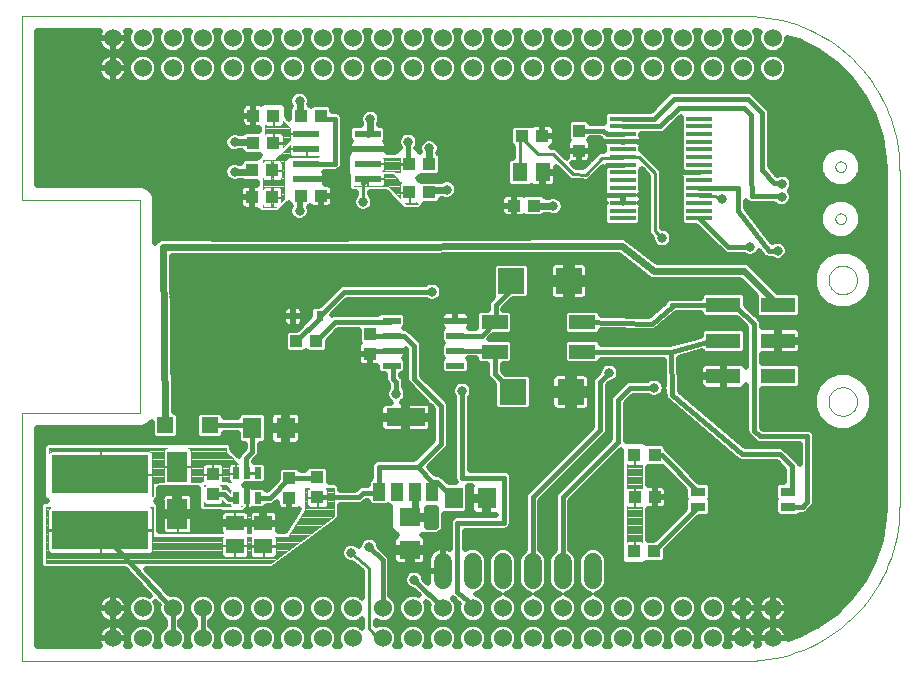
<source format=gtl>
G75*
G70*
%OFA0B0*%
%FSLAX24Y24*%
%IPPOS*%
%LPD*%
%AMOC8*
5,1,8,0,0,1.08239X$1,22.5*
%
%ADD10C,0.0000*%
%ADD11C,0.0600*%
%ADD12R,0.0886X0.0169*%
%ADD13R,0.0433X0.0394*%
%ADD14R,0.0394X0.0433*%
%ADD15R,0.0512X0.0591*%
%ADD16R,0.0866X0.0236*%
%ADD17R,0.0197X0.0394*%
%ADD18R,0.0669X0.0984*%
%ADD19R,0.0551X0.0551*%
%ADD20R,0.0394X0.0591*%
%ADD21R,0.1299X0.0591*%
%ADD22R,0.0630X0.0709*%
%ADD23R,0.0591X0.0512*%
%ADD24R,0.3228X0.1299*%
%ADD25R,0.0709X0.0630*%
%ADD26R,0.0870X0.0472*%
%ADD27R,0.0890X0.0850*%
%ADD28R,0.0591X0.0217*%
%ADD29R,0.0248X0.0327*%
%ADD30R,0.1150X0.0500*%
%ADD31C,0.0600*%
%ADD32R,0.0500X0.0299*%
%ADD33C,0.0039*%
%ADD34C,0.0197*%
%ADD35C,0.0317*%
%ADD36C,0.0160*%
%ADD37C,0.0240*%
%ADD38C,0.0320*%
%ADD39C,0.0110*%
D10*
X006408Y002872D02*
X006408Y011140D01*
X010345Y011140D01*
X010345Y018227D01*
X006408Y018227D01*
X006408Y024369D01*
X030541Y024369D01*
X030541Y024368D02*
X030785Y024362D01*
X031027Y024345D01*
X031269Y024316D01*
X031510Y024276D01*
X031748Y024224D01*
X031983Y024161D01*
X032215Y024087D01*
X032443Y024001D01*
X032667Y023905D01*
X032886Y023799D01*
X033100Y023682D01*
X033308Y023556D01*
X033510Y023419D01*
X033705Y023273D01*
X033893Y023118D01*
X034073Y022954D01*
X034245Y022782D01*
X034409Y022602D01*
X034564Y022414D01*
X034710Y022219D01*
X034847Y022017D01*
X034973Y021809D01*
X035090Y021595D01*
X035196Y021376D01*
X035292Y021152D01*
X035378Y020924D01*
X035452Y020692D01*
X035515Y020457D01*
X035567Y020219D01*
X035607Y019978D01*
X035636Y019736D01*
X035653Y019494D01*
X035659Y019250D01*
X035660Y019250D02*
X035660Y007991D01*
X033295Y011517D02*
X033297Y011560D01*
X033303Y011603D01*
X033313Y011645D01*
X033326Y011686D01*
X033343Y011726D01*
X033364Y011764D01*
X033388Y011800D01*
X033416Y011833D01*
X033446Y011864D01*
X033479Y011892D01*
X033514Y011917D01*
X033551Y011939D01*
X033591Y011957D01*
X033631Y011971D01*
X033673Y011982D01*
X033716Y011989D01*
X033759Y011992D01*
X033802Y011991D01*
X033845Y011986D01*
X033888Y011977D01*
X033929Y011965D01*
X033969Y011948D01*
X034007Y011928D01*
X034044Y011905D01*
X034078Y011879D01*
X034110Y011849D01*
X034138Y011817D01*
X034164Y011782D01*
X034187Y011745D01*
X034206Y011706D01*
X034221Y011666D01*
X034233Y011624D01*
X034241Y011582D01*
X034245Y011539D01*
X034245Y011495D01*
X034241Y011452D01*
X034233Y011410D01*
X034221Y011368D01*
X034206Y011328D01*
X034187Y011289D01*
X034164Y011252D01*
X034138Y011217D01*
X034110Y011185D01*
X034078Y011155D01*
X034044Y011129D01*
X034008Y011106D01*
X033969Y011086D01*
X033929Y011069D01*
X033888Y011057D01*
X033845Y011048D01*
X033802Y011043D01*
X033759Y011042D01*
X033716Y011045D01*
X033673Y011052D01*
X033631Y011063D01*
X033591Y011077D01*
X033551Y011095D01*
X033514Y011117D01*
X033479Y011142D01*
X033446Y011170D01*
X033416Y011201D01*
X033388Y011234D01*
X033364Y011270D01*
X033343Y011308D01*
X033326Y011348D01*
X033313Y011389D01*
X033303Y011431D01*
X033297Y011474D01*
X033295Y011517D01*
X035659Y007991D02*
X035653Y007747D01*
X035636Y007505D01*
X035607Y007263D01*
X035567Y007022D01*
X035515Y006784D01*
X035452Y006549D01*
X035378Y006317D01*
X035292Y006089D01*
X035196Y005865D01*
X035090Y005646D01*
X034973Y005432D01*
X034847Y005224D01*
X034710Y005022D01*
X034564Y004827D01*
X034409Y004639D01*
X034245Y004459D01*
X034073Y004287D01*
X033893Y004123D01*
X033705Y003968D01*
X033510Y003822D01*
X033308Y003685D01*
X033100Y003559D01*
X032886Y003442D01*
X032667Y003336D01*
X032443Y003240D01*
X032215Y003154D01*
X031983Y003080D01*
X031748Y003017D01*
X031510Y002965D01*
X031269Y002925D01*
X031027Y002896D01*
X030785Y002879D01*
X030541Y002873D01*
X030541Y002872D02*
X006408Y002872D01*
X033295Y015567D02*
X033297Y015610D01*
X033303Y015653D01*
X033313Y015695D01*
X033326Y015736D01*
X033343Y015776D01*
X033364Y015814D01*
X033388Y015850D01*
X033416Y015883D01*
X033446Y015914D01*
X033479Y015942D01*
X033514Y015967D01*
X033551Y015989D01*
X033591Y016007D01*
X033631Y016021D01*
X033673Y016032D01*
X033716Y016039D01*
X033759Y016042D01*
X033802Y016041D01*
X033845Y016036D01*
X033888Y016027D01*
X033929Y016015D01*
X033969Y015998D01*
X034007Y015978D01*
X034044Y015955D01*
X034078Y015929D01*
X034110Y015899D01*
X034138Y015867D01*
X034164Y015832D01*
X034187Y015795D01*
X034206Y015756D01*
X034221Y015716D01*
X034233Y015674D01*
X034241Y015632D01*
X034245Y015589D01*
X034245Y015545D01*
X034241Y015502D01*
X034233Y015460D01*
X034221Y015418D01*
X034206Y015378D01*
X034187Y015339D01*
X034164Y015302D01*
X034138Y015267D01*
X034110Y015235D01*
X034078Y015205D01*
X034044Y015179D01*
X034008Y015156D01*
X033969Y015136D01*
X033929Y015119D01*
X033888Y015107D01*
X033845Y015098D01*
X033802Y015093D01*
X033759Y015092D01*
X033716Y015095D01*
X033673Y015102D01*
X033631Y015113D01*
X033591Y015127D01*
X033551Y015145D01*
X033514Y015167D01*
X033479Y015192D01*
X033446Y015220D01*
X033416Y015251D01*
X033388Y015284D01*
X033364Y015320D01*
X033343Y015358D01*
X033326Y015398D01*
X033313Y015439D01*
X033303Y015481D01*
X033297Y015524D01*
X033295Y015567D01*
X033522Y017609D02*
X033524Y017635D01*
X033530Y017661D01*
X033540Y017686D01*
X033553Y017709D01*
X033569Y017729D01*
X033589Y017747D01*
X033611Y017762D01*
X033634Y017774D01*
X033660Y017782D01*
X033686Y017786D01*
X033712Y017786D01*
X033738Y017782D01*
X033764Y017774D01*
X033788Y017762D01*
X033809Y017747D01*
X033829Y017729D01*
X033845Y017709D01*
X033858Y017686D01*
X033868Y017661D01*
X033874Y017635D01*
X033876Y017609D01*
X033874Y017583D01*
X033868Y017557D01*
X033858Y017532D01*
X033845Y017509D01*
X033829Y017489D01*
X033809Y017471D01*
X033787Y017456D01*
X033764Y017444D01*
X033738Y017436D01*
X033712Y017432D01*
X033686Y017432D01*
X033660Y017436D01*
X033634Y017444D01*
X033610Y017456D01*
X033589Y017471D01*
X033569Y017489D01*
X033553Y017509D01*
X033540Y017532D01*
X033530Y017557D01*
X033524Y017583D01*
X033522Y017609D01*
X033522Y019341D02*
X033524Y019367D01*
X033530Y019393D01*
X033540Y019418D01*
X033553Y019441D01*
X033569Y019461D01*
X033589Y019479D01*
X033611Y019494D01*
X033634Y019506D01*
X033660Y019514D01*
X033686Y019518D01*
X033712Y019518D01*
X033738Y019514D01*
X033764Y019506D01*
X033788Y019494D01*
X033809Y019479D01*
X033829Y019461D01*
X033845Y019441D01*
X033858Y019418D01*
X033868Y019393D01*
X033874Y019367D01*
X033876Y019341D01*
X033874Y019315D01*
X033868Y019289D01*
X033858Y019264D01*
X033845Y019241D01*
X033829Y019221D01*
X033809Y019203D01*
X033787Y019188D01*
X033764Y019176D01*
X033738Y019168D01*
X033712Y019164D01*
X033686Y019164D01*
X033660Y019168D01*
X033634Y019176D01*
X033610Y019188D01*
X033589Y019203D01*
X033569Y019221D01*
X033553Y019241D01*
X033540Y019264D01*
X033530Y019289D01*
X033524Y019315D01*
X033522Y019341D01*
D11*
X031433Y022622D03*
X030433Y022622D03*
X029433Y022622D03*
X028433Y022622D03*
X027433Y022622D03*
X026433Y022622D03*
X025433Y022622D03*
X024433Y022622D03*
X023433Y022622D03*
X022433Y022622D03*
X021433Y022622D03*
X020433Y022622D03*
X019433Y022622D03*
X018433Y022622D03*
X017433Y022622D03*
X016433Y022622D03*
X015433Y022622D03*
X014433Y022622D03*
X013433Y022622D03*
X012433Y022622D03*
X011433Y022622D03*
X010433Y022622D03*
X009433Y022622D03*
X009433Y023622D03*
X010433Y023622D03*
X011433Y023622D03*
X012433Y023622D03*
X013433Y023622D03*
X014433Y023622D03*
X015433Y023622D03*
X016433Y023622D03*
X017433Y023622D03*
X018433Y023622D03*
X019433Y023622D03*
X020433Y023622D03*
X021433Y023622D03*
X022433Y023622D03*
X023433Y023622D03*
X024433Y023622D03*
X025433Y023622D03*
X026433Y023622D03*
X027433Y023622D03*
X028433Y023622D03*
X029433Y023622D03*
X030433Y023622D03*
X031433Y023622D03*
X031433Y004622D03*
X030433Y004622D03*
X029433Y004622D03*
X028433Y004622D03*
X027433Y004622D03*
X026433Y004622D03*
X025433Y004622D03*
X024433Y004622D03*
X023433Y004622D03*
X022433Y004622D03*
X021433Y004622D03*
X020433Y004622D03*
X019433Y004622D03*
X018433Y004622D03*
X017433Y004622D03*
X016433Y004622D03*
X015433Y004622D03*
X014433Y004622D03*
X013433Y004622D03*
X012433Y004622D03*
X011433Y004622D03*
X010433Y004622D03*
X009433Y004622D03*
X009433Y003622D03*
X010433Y003622D03*
X011433Y003622D03*
X012433Y003622D03*
X013433Y003622D03*
X014433Y003622D03*
X015433Y003622D03*
X016433Y003622D03*
X017433Y003622D03*
X018433Y003622D03*
X019433Y003622D03*
X020433Y003622D03*
X021433Y003622D03*
X022433Y003622D03*
X023433Y003622D03*
X024433Y003622D03*
X025433Y003622D03*
X026433Y003622D03*
X027433Y003622D03*
X028433Y003622D03*
X029433Y003622D03*
X030433Y003622D03*
X031433Y003622D03*
D12*
X028992Y017622D03*
X028992Y017878D03*
X028992Y018134D03*
X028992Y018390D03*
X028992Y018646D03*
X028992Y018902D03*
X028992Y019158D03*
X028992Y019414D03*
X028992Y019670D03*
X028992Y019926D03*
X028992Y020181D03*
X028992Y020437D03*
X028992Y020693D03*
X028992Y020949D03*
X026433Y020949D03*
X026433Y020693D03*
X026433Y020437D03*
X026433Y020181D03*
X026433Y019926D03*
X026433Y019670D03*
X026433Y019414D03*
X026433Y019158D03*
X026433Y018902D03*
X026433Y018646D03*
X026433Y018390D03*
X026433Y018134D03*
X026433Y017878D03*
X026433Y017622D03*
D13*
X023474Y018050D03*
X022805Y018050D03*
X023085Y020372D03*
X023754Y020372D03*
X016368Y018369D03*
X015699Y018369D03*
X016250Y008991D03*
X016250Y008321D03*
X015325Y008294D03*
X015325Y008963D03*
X026833Y008329D03*
X027502Y008329D03*
D14*
X027494Y009739D03*
X026825Y009739D03*
X026821Y006518D03*
X027490Y006518D03*
X018006Y013113D03*
X018006Y013782D03*
X016226Y013518D03*
X015557Y013518D03*
X012766Y009097D03*
X012766Y008428D03*
X014073Y018329D03*
X014742Y018329D03*
X014746Y019227D03*
X014077Y019227D03*
X014112Y020132D03*
X014782Y020132D03*
X014786Y021046D03*
X014116Y021046D03*
X015695Y021038D03*
X016364Y021038D03*
X019321Y019431D03*
X019990Y019431D03*
X019986Y018487D03*
X019317Y018487D03*
X024974Y019876D03*
X024974Y020546D03*
D15*
X023762Y019152D03*
X023014Y019152D03*
D16*
X017935Y018941D03*
X017935Y019441D03*
X017935Y019941D03*
X017935Y020441D03*
X015888Y020441D03*
X015888Y019941D03*
X015888Y019441D03*
X015888Y018941D03*
D17*
X014286Y009128D03*
X013911Y009128D03*
X013537Y009128D03*
X013537Y008302D03*
X013911Y008302D03*
X014286Y008302D03*
D18*
X011589Y007774D03*
X011589Y009349D03*
D19*
X011183Y010727D03*
X012679Y010727D03*
D20*
X018317Y008506D03*
X018908Y008506D03*
X019498Y008506D03*
X020089Y008506D03*
D21*
X019203Y010987D03*
D22*
X020797Y008286D03*
X021900Y008286D03*
X015195Y010628D03*
X014093Y010628D03*
D23*
X014447Y007451D03*
X014447Y006703D03*
X013506Y006707D03*
X013506Y007455D03*
D24*
X009022Y007235D03*
X009022Y009085D03*
D25*
X019336Y007674D03*
X019336Y006572D03*
D26*
X022171Y013172D03*
X022171Y014156D03*
X025085Y014156D03*
X025085Y013172D03*
D27*
X024698Y011829D03*
X022778Y011829D03*
X022719Y015530D03*
X024639Y015530D03*
D28*
X020856Y014217D03*
X020856Y013717D03*
X020856Y013217D03*
X020856Y012717D03*
X018730Y012717D03*
X018730Y013217D03*
X018730Y013717D03*
X018730Y014217D03*
D29*
X016327Y014353D03*
X015449Y014353D03*
D30*
X029793Y014723D03*
X029793Y013542D03*
X029793Y012361D03*
X031616Y012361D03*
X031616Y013542D03*
X031616Y014723D03*
D31*
X025433Y006172D02*
X025433Y005572D01*
X024433Y005572D02*
X024433Y006172D01*
X023433Y006172D02*
X023433Y005572D01*
X022433Y005572D02*
X022433Y006172D01*
X021433Y006172D02*
X021433Y005572D01*
X020433Y005572D02*
X020433Y006172D01*
D32*
X028953Y008012D03*
X028953Y008512D03*
X031953Y008512D03*
X031953Y008012D03*
D33*
X027077Y008016D02*
X027077Y006839D01*
X027064Y006846D01*
X027034Y006854D01*
X026841Y006854D01*
X026841Y006538D01*
X026801Y006538D01*
X026801Y006854D01*
X026608Y006854D01*
X026578Y006846D01*
X026565Y006839D01*
X026565Y008024D01*
X026570Y008021D01*
X026600Y008013D01*
X026813Y008013D01*
X026813Y008309D01*
X026852Y008309D01*
X026852Y008013D01*
X027065Y008013D01*
X027077Y008016D01*
X027077Y007991D02*
X026565Y007991D01*
X026565Y007953D02*
X027077Y007953D01*
X027077Y007915D02*
X026565Y007915D01*
X026565Y007877D02*
X027077Y007877D01*
X027077Y007839D02*
X026565Y007839D01*
X026565Y007801D02*
X027077Y007801D01*
X027077Y007763D02*
X026565Y007763D01*
X026565Y007725D02*
X027077Y007725D01*
X027077Y007687D02*
X026565Y007687D01*
X026565Y007650D02*
X027077Y007650D01*
X027077Y007612D02*
X026565Y007612D01*
X026565Y007574D02*
X027077Y007574D01*
X027077Y007536D02*
X026565Y007536D01*
X026565Y007498D02*
X027077Y007498D01*
X027077Y007460D02*
X026565Y007460D01*
X026565Y007422D02*
X027077Y007422D01*
X027077Y007384D02*
X026565Y007384D01*
X026565Y007346D02*
X027077Y007346D01*
X027077Y007308D02*
X026565Y007308D01*
X026565Y007270D02*
X027077Y007270D01*
X027077Y007232D02*
X026565Y007232D01*
X026565Y007195D02*
X027077Y007195D01*
X027077Y007157D02*
X026565Y007157D01*
X026565Y007119D02*
X027077Y007119D01*
X027077Y007081D02*
X026565Y007081D01*
X026565Y007043D02*
X027077Y007043D01*
X027077Y007005D02*
X026565Y007005D01*
X026565Y006967D02*
X027077Y006967D01*
X027077Y006929D02*
X026565Y006929D01*
X026565Y006891D02*
X027077Y006891D01*
X027077Y006853D02*
X027037Y006853D01*
X026841Y006853D02*
X026801Y006853D01*
X026801Y006815D02*
X026841Y006815D01*
X026841Y006778D02*
X026801Y006778D01*
X026801Y006740D02*
X026841Y006740D01*
X026841Y006702D02*
X026801Y006702D01*
X026801Y006664D02*
X026841Y006664D01*
X026841Y006626D02*
X026801Y006626D01*
X026801Y006588D02*
X026841Y006588D01*
X026841Y006550D02*
X026801Y006550D01*
X026605Y006853D02*
X026565Y006853D01*
X026813Y008029D02*
X026852Y008029D01*
X026852Y008067D02*
X026813Y008067D01*
X026813Y008104D02*
X026852Y008104D01*
X026852Y008142D02*
X026813Y008142D01*
X026813Y008180D02*
X026852Y008180D01*
X026852Y008218D02*
X026813Y008218D01*
X026813Y008256D02*
X026852Y008256D01*
X026852Y008294D02*
X026813Y008294D01*
X026813Y008349D02*
X026813Y008646D01*
X026600Y008646D01*
X026570Y008637D01*
X026565Y008635D01*
X026566Y008635D01*
X026565Y008635D02*
X026565Y009420D01*
X026582Y009411D01*
X026612Y009402D01*
X026805Y009402D01*
X026805Y009719D01*
X026844Y009719D01*
X026844Y009402D01*
X027037Y009402D01*
X027068Y009411D01*
X027077Y009416D01*
X027077Y008642D01*
X027065Y008646D01*
X026852Y008646D01*
X026852Y008349D01*
X026813Y008349D01*
X026813Y008370D02*
X026852Y008370D01*
X026852Y008408D02*
X026813Y008408D01*
X026813Y008446D02*
X026852Y008446D01*
X026852Y008484D02*
X026813Y008484D01*
X026813Y008522D02*
X026852Y008522D01*
X026852Y008559D02*
X026813Y008559D01*
X026813Y008597D02*
X026852Y008597D01*
X026852Y008635D02*
X026813Y008635D01*
X026565Y008673D02*
X027077Y008673D01*
X027077Y008711D02*
X026565Y008711D01*
X026565Y008749D02*
X027077Y008749D01*
X027077Y008787D02*
X026565Y008787D01*
X026565Y008825D02*
X027077Y008825D01*
X027077Y008863D02*
X026565Y008863D01*
X026565Y008901D02*
X027077Y008901D01*
X027077Y008939D02*
X026565Y008939D01*
X026565Y008976D02*
X027077Y008976D01*
X027077Y009014D02*
X026565Y009014D01*
X026565Y009052D02*
X027077Y009052D01*
X027077Y009090D02*
X026565Y009090D01*
X026565Y009128D02*
X027077Y009128D01*
X027077Y009166D02*
X026565Y009166D01*
X026565Y009204D02*
X027077Y009204D01*
X027077Y009242D02*
X026565Y009242D01*
X026565Y009280D02*
X027077Y009280D01*
X027077Y009318D02*
X026565Y009318D01*
X026565Y009356D02*
X027077Y009356D01*
X027077Y009394D02*
X026565Y009394D01*
X026805Y009431D02*
X026844Y009431D01*
X026844Y009469D02*
X026805Y009469D01*
X026805Y009507D02*
X026844Y009507D01*
X026844Y009545D02*
X026805Y009545D01*
X026805Y009583D02*
X026844Y009583D01*
X026844Y009621D02*
X026805Y009621D01*
X026805Y009659D02*
X026844Y009659D01*
X026844Y009697D02*
X026805Y009697D01*
X016801Y008620D02*
X016801Y007715D01*
X014715Y006140D01*
X007195Y006140D01*
X007195Y007991D01*
X007352Y007991D01*
X007334Y007980D01*
X007312Y007958D01*
X007296Y007930D01*
X007288Y007900D01*
X007288Y007254D01*
X009002Y007254D01*
X009002Y007215D01*
X007288Y007215D01*
X007288Y006569D01*
X007296Y006539D01*
X007312Y006512D01*
X007334Y006489D01*
X007361Y006474D01*
X007392Y006465D01*
X009002Y006465D01*
X009002Y007215D01*
X009041Y007215D01*
X009041Y006465D01*
X010652Y006465D01*
X010682Y006474D01*
X010709Y006489D01*
X010732Y006512D01*
X013091Y006512D01*
X013091Y006474D02*
X010683Y006474D01*
X010732Y006512D02*
X010747Y006539D01*
X010756Y006569D01*
X010756Y007006D01*
X013098Y007006D01*
X013091Y006979D01*
X013091Y006727D01*
X013486Y006727D01*
X013486Y006687D01*
X013526Y006687D01*
X013526Y006727D01*
X013921Y006727D01*
X013921Y006979D01*
X013914Y007006D01*
X014041Y007006D01*
X014040Y007005D01*
X013914Y007005D01*
X013921Y006967D02*
X014032Y006967D01*
X014032Y006975D02*
X014032Y006723D01*
X014427Y006723D01*
X014427Y006684D01*
X014032Y006684D01*
X014032Y006431D01*
X014040Y006401D01*
X014056Y006374D01*
X014078Y006351D01*
X014105Y006336D01*
X014136Y006328D01*
X014427Y006328D01*
X014427Y006683D01*
X014466Y006683D01*
X014466Y006328D01*
X014758Y006328D01*
X014788Y006336D01*
X014816Y006351D01*
X014838Y006374D01*
X014854Y006401D01*
X014862Y006431D01*
X014862Y006684D01*
X014467Y006684D01*
X014467Y006723D01*
X014862Y006723D01*
X014862Y006975D01*
X014854Y007005D01*
X015861Y007005D01*
X015911Y007043D02*
X015296Y007043D01*
X015272Y007006D02*
X015856Y007891D01*
X015856Y008620D01*
X015971Y008620D01*
X015960Y008614D01*
X015938Y008592D01*
X015922Y008564D01*
X015914Y008534D01*
X015914Y008341D01*
X016230Y008341D01*
X016230Y008302D01*
X015914Y008302D01*
X015914Y008109D01*
X015922Y008078D01*
X015938Y008051D01*
X015960Y008029D01*
X015856Y008029D01*
X015856Y008067D02*
X015929Y008067D01*
X015915Y008104D02*
X015856Y008104D01*
X015856Y008142D02*
X015914Y008142D01*
X015914Y008180D02*
X015856Y008180D01*
X015856Y008218D02*
X015914Y008218D01*
X015914Y008256D02*
X015856Y008256D01*
X015856Y008294D02*
X015914Y008294D01*
X015856Y008332D02*
X016230Y008332D01*
X016230Y008301D02*
X016270Y008301D01*
X016270Y008005D01*
X016482Y008005D01*
X016513Y008013D01*
X016540Y008029D01*
X016801Y008029D01*
X016801Y008067D02*
X016571Y008067D01*
X016578Y008078D02*
X016586Y008109D01*
X016586Y008302D01*
X016270Y008302D01*
X016270Y008341D01*
X016586Y008341D01*
X016586Y008534D01*
X016578Y008564D01*
X016562Y008592D01*
X016540Y008614D01*
X016529Y008620D01*
X016801Y008620D01*
X016801Y008597D02*
X016557Y008597D01*
X016579Y008559D02*
X016801Y008559D01*
X016801Y008522D02*
X016586Y008522D01*
X016586Y008484D02*
X016801Y008484D01*
X016801Y008446D02*
X016586Y008446D01*
X016586Y008408D02*
X016801Y008408D01*
X016801Y008370D02*
X016586Y008370D01*
X016586Y008294D02*
X016801Y008294D01*
X016801Y008256D02*
X016586Y008256D01*
X016586Y008218D02*
X016801Y008218D01*
X016801Y008180D02*
X016586Y008180D01*
X016586Y008142D02*
X016801Y008142D01*
X016801Y008104D02*
X016585Y008104D01*
X016578Y008078D02*
X016562Y008051D01*
X016540Y008029D01*
X016801Y007991D02*
X015856Y007991D01*
X015856Y007953D02*
X016801Y007953D01*
X016801Y007915D02*
X015856Y007915D01*
X015847Y007877D02*
X016801Y007877D01*
X016801Y007839D02*
X015822Y007839D01*
X015797Y007801D02*
X016801Y007801D01*
X016801Y007763D02*
X015772Y007763D01*
X015747Y007725D02*
X016801Y007725D01*
X016765Y007687D02*
X015722Y007687D01*
X015697Y007650D02*
X016715Y007650D01*
X016664Y007612D02*
X015672Y007612D01*
X015647Y007574D02*
X016614Y007574D01*
X016564Y007536D02*
X015622Y007536D01*
X015597Y007498D02*
X016514Y007498D01*
X016463Y007460D02*
X015572Y007460D01*
X015547Y007422D02*
X016413Y007422D01*
X016363Y007384D02*
X015522Y007384D01*
X015497Y007346D02*
X016313Y007346D01*
X016262Y007308D02*
X015472Y007308D01*
X015447Y007270D02*
X016212Y007270D01*
X016162Y007232D02*
X015422Y007232D01*
X015396Y007195D02*
X016112Y007195D01*
X016062Y007157D02*
X015371Y007157D01*
X015346Y007119D02*
X016011Y007119D01*
X015961Y007081D02*
X015321Y007081D01*
X015272Y007006D02*
X014853Y007006D01*
X014854Y007005D01*
X014862Y006967D02*
X015810Y006967D01*
X015760Y006929D02*
X014862Y006929D01*
X014862Y006891D02*
X015710Y006891D01*
X015660Y006853D02*
X014862Y006853D01*
X014862Y006815D02*
X015609Y006815D01*
X015559Y006778D02*
X014862Y006778D01*
X014862Y006740D02*
X015509Y006740D01*
X015459Y006702D02*
X014467Y006702D01*
X014466Y006664D02*
X014427Y006664D01*
X014427Y006702D02*
X013526Y006702D01*
X013526Y006687D02*
X013921Y006687D01*
X013921Y006435D01*
X013913Y006405D01*
X013897Y006378D01*
X013875Y006355D01*
X013847Y006340D01*
X013817Y006331D01*
X013526Y006331D01*
X013526Y006687D01*
X013526Y006664D02*
X013486Y006664D01*
X013486Y006687D02*
X013486Y006331D01*
X013195Y006331D01*
X013164Y006340D01*
X013137Y006355D01*
X013115Y006378D01*
X013099Y006405D01*
X013091Y006435D01*
X013091Y006687D01*
X013486Y006687D01*
X013486Y006702D02*
X010756Y006702D01*
X010756Y006740D02*
X013091Y006740D01*
X013091Y006778D02*
X010756Y006778D01*
X010756Y006815D02*
X013091Y006815D01*
X013091Y006853D02*
X010756Y006853D01*
X010756Y006891D02*
X013091Y006891D01*
X013091Y006929D02*
X010756Y006929D01*
X010756Y006967D02*
X013091Y006967D01*
X013098Y007005D02*
X010756Y007005D01*
X010756Y007024D02*
X010756Y007215D01*
X009042Y007215D01*
X009042Y007254D01*
X010756Y007254D01*
X010756Y007900D01*
X010747Y007930D01*
X010732Y007958D01*
X010709Y007980D01*
X010691Y007991D01*
X010778Y007991D01*
X010778Y007046D01*
X010756Y007024D01*
X010756Y007043D02*
X010775Y007043D01*
X010778Y007081D02*
X010756Y007081D01*
X010756Y007119D02*
X010778Y007119D01*
X010778Y007157D02*
X010756Y007157D01*
X010756Y007195D02*
X010778Y007195D01*
X010778Y007232D02*
X009042Y007232D01*
X009041Y007195D02*
X009002Y007195D01*
X009002Y007232D02*
X007195Y007232D01*
X007195Y007195D02*
X007288Y007195D01*
X007288Y007157D02*
X007195Y007157D01*
X007195Y007119D02*
X007288Y007119D01*
X007288Y007081D02*
X007195Y007081D01*
X007195Y007043D02*
X007288Y007043D01*
X007288Y007005D02*
X007195Y007005D01*
X007195Y006967D02*
X007288Y006967D01*
X007288Y006929D02*
X007195Y006929D01*
X007195Y006891D02*
X007288Y006891D01*
X007288Y006853D02*
X007195Y006853D01*
X007195Y006815D02*
X007288Y006815D01*
X007288Y006778D02*
X007195Y006778D01*
X007195Y006740D02*
X007288Y006740D01*
X007288Y006702D02*
X007195Y006702D01*
X007195Y006664D02*
X007288Y006664D01*
X007288Y006626D02*
X007195Y006626D01*
X007195Y006588D02*
X007288Y006588D01*
X007293Y006550D02*
X007195Y006550D01*
X007195Y006512D02*
X007311Y006512D01*
X007360Y006474D02*
X007195Y006474D01*
X007195Y006436D02*
X013091Y006436D01*
X013103Y006398D02*
X007195Y006398D01*
X007195Y006360D02*
X013132Y006360D01*
X013091Y006550D02*
X010750Y006550D01*
X010756Y006588D02*
X013091Y006588D01*
X013091Y006626D02*
X010756Y006626D01*
X010756Y006664D02*
X013091Y006664D01*
X013486Y006626D02*
X013526Y006626D01*
X013526Y006588D02*
X013486Y006588D01*
X013486Y006550D02*
X013526Y006550D01*
X013526Y006512D02*
X013486Y006512D01*
X013486Y006474D02*
X013526Y006474D01*
X013526Y006436D02*
X013486Y006436D01*
X013486Y006398D02*
X013526Y006398D01*
X013526Y006360D02*
X013486Y006360D01*
X013880Y006360D02*
X014069Y006360D01*
X014042Y006398D02*
X013909Y006398D01*
X013921Y006436D02*
X014032Y006436D01*
X014032Y006474D02*
X013921Y006474D01*
X013921Y006512D02*
X014032Y006512D01*
X014032Y006550D02*
X013921Y006550D01*
X013921Y006588D02*
X014032Y006588D01*
X014032Y006626D02*
X013921Y006626D01*
X013921Y006664D02*
X014032Y006664D01*
X014032Y006740D02*
X013921Y006740D01*
X013921Y006778D02*
X014032Y006778D01*
X014032Y006815D02*
X013921Y006815D01*
X013921Y006853D02*
X014032Y006853D01*
X014032Y006891D02*
X013921Y006891D01*
X013921Y006929D02*
X014032Y006929D01*
X014032Y006975D02*
X014040Y007005D01*
X014054Y007126D02*
X013897Y007126D01*
X013913Y007153D01*
X013921Y007183D01*
X013921Y007435D01*
X013526Y007435D01*
X013526Y007475D01*
X013921Y007475D01*
X013921Y007727D01*
X013913Y007757D01*
X013897Y007784D01*
X013875Y007807D01*
X013847Y007823D01*
X013817Y007831D01*
X013526Y007831D01*
X013526Y007475D01*
X013486Y007475D01*
X013486Y007435D01*
X013091Y007435D01*
X013091Y007183D01*
X013099Y007153D01*
X013115Y007126D01*
X013115Y007126D01*
X011093Y007126D01*
X011093Y008187D01*
X011134Y008229D01*
X011134Y007794D01*
X011569Y007794D01*
X011569Y007754D01*
X011608Y007754D01*
X011608Y007162D01*
X011939Y007162D01*
X011969Y007170D01*
X011997Y007186D01*
X012019Y007208D01*
X012035Y007236D01*
X012043Y007266D01*
X012043Y007754D01*
X011608Y007754D01*
X011608Y007794D01*
X012043Y007794D01*
X012043Y007951D01*
X012381Y007951D01*
X012421Y007911D01*
X012520Y007911D01*
X013780Y007911D01*
X013850Y007980D01*
X013850Y007985D01*
X013892Y007985D01*
X013892Y008282D01*
X013931Y008282D01*
X013931Y007985D01*
X014026Y007985D01*
X014056Y007993D01*
X014083Y008009D01*
X014104Y008030D01*
X014121Y008030D01*
X014146Y008005D01*
X014425Y008005D01*
X014450Y008030D01*
X014990Y008030D01*
X014990Y008075D01*
X014997Y008051D01*
X015013Y008023D01*
X015035Y008001D01*
X015062Y007985D01*
X015093Y007977D01*
X015305Y007977D01*
X015305Y008274D01*
X015344Y008274D01*
X015344Y007977D01*
X015557Y007977D01*
X015588Y007985D01*
X015615Y008001D01*
X015620Y008006D01*
X015620Y007951D01*
X014862Y007193D01*
X014862Y007432D01*
X014467Y007432D01*
X014467Y007471D01*
X014862Y007471D01*
X014862Y007723D01*
X014854Y007753D01*
X014838Y007781D01*
X014816Y007803D01*
X014788Y007819D01*
X014758Y007827D01*
X014466Y007827D01*
X014466Y007471D01*
X014427Y007471D01*
X014427Y007432D01*
X014032Y007432D01*
X014032Y007179D01*
X014040Y007149D01*
X014054Y007126D01*
X014038Y007157D02*
X013914Y007157D01*
X013897Y007126D02*
X013897Y007126D01*
X013921Y007195D02*
X014032Y007195D01*
X014032Y007232D02*
X013921Y007232D01*
X013921Y007270D02*
X014032Y007270D01*
X014032Y007308D02*
X013921Y007308D01*
X013921Y007346D02*
X014032Y007346D01*
X014032Y007384D02*
X013921Y007384D01*
X013921Y007422D02*
X014032Y007422D01*
X014032Y007471D02*
X014427Y007471D01*
X014427Y007827D01*
X014136Y007827D01*
X014105Y007819D01*
X014078Y007803D01*
X014056Y007781D01*
X014040Y007753D01*
X014032Y007723D01*
X014032Y007471D01*
X014032Y007498D02*
X013921Y007498D01*
X013921Y007536D02*
X014032Y007536D01*
X014032Y007574D02*
X013921Y007574D01*
X013921Y007612D02*
X014032Y007612D01*
X014032Y007650D02*
X013921Y007650D01*
X013921Y007687D02*
X014032Y007687D01*
X014033Y007725D02*
X013921Y007725D01*
X013909Y007763D02*
X014046Y007763D01*
X014076Y007801D02*
X013880Y007801D01*
X013784Y007915D02*
X015584Y007915D01*
X015620Y007953D02*
X013822Y007953D01*
X013892Y007991D02*
X013931Y007991D01*
X013931Y008029D02*
X013892Y008029D01*
X013892Y008067D02*
X013931Y008067D01*
X013931Y008104D02*
X013892Y008104D01*
X013892Y008142D02*
X013931Y008142D01*
X013931Y008180D02*
X013892Y008180D01*
X013892Y008218D02*
X013931Y008218D01*
X013931Y008256D02*
X013892Y008256D01*
X013716Y008044D02*
X013730Y008030D01*
X013702Y008030D01*
X013716Y008044D01*
X013526Y007801D02*
X013486Y007801D01*
X013486Y007831D02*
X013195Y007831D01*
X013164Y007823D01*
X013137Y007807D01*
X013115Y007784D01*
X013099Y007757D01*
X013091Y007727D01*
X013091Y007475D01*
X013486Y007475D01*
X013486Y007831D01*
X013486Y007763D02*
X013526Y007763D01*
X013526Y007725D02*
X013486Y007725D01*
X013486Y007687D02*
X013526Y007687D01*
X013526Y007650D02*
X013486Y007650D01*
X013486Y007612D02*
X013526Y007612D01*
X013526Y007574D02*
X013486Y007574D01*
X013486Y007536D02*
X013526Y007536D01*
X013526Y007498D02*
X013486Y007498D01*
X013486Y007460D02*
X012043Y007460D01*
X012043Y007498D02*
X013091Y007498D01*
X013091Y007536D02*
X012043Y007536D01*
X012043Y007574D02*
X013091Y007574D01*
X013091Y007612D02*
X012043Y007612D01*
X012043Y007650D02*
X013091Y007650D01*
X013091Y007687D02*
X012043Y007687D01*
X012043Y007725D02*
X013091Y007725D01*
X013103Y007763D02*
X011608Y007763D01*
X011608Y007725D02*
X011569Y007725D01*
X011569Y007754D02*
X011569Y007162D01*
X011238Y007162D01*
X011208Y007170D01*
X011181Y007186D01*
X011158Y007208D01*
X011142Y007236D01*
X011134Y007266D01*
X011134Y007754D01*
X011569Y007754D01*
X011569Y007763D02*
X011093Y007763D01*
X011093Y007725D02*
X011134Y007725D01*
X011134Y007687D02*
X011093Y007687D01*
X011093Y007650D02*
X011134Y007650D01*
X011134Y007612D02*
X011093Y007612D01*
X011093Y007574D02*
X011134Y007574D01*
X011134Y007536D02*
X011093Y007536D01*
X011093Y007498D02*
X011134Y007498D01*
X011134Y007460D02*
X011093Y007460D01*
X011093Y007422D02*
X011134Y007422D01*
X011134Y007384D02*
X011093Y007384D01*
X011093Y007346D02*
X011134Y007346D01*
X011134Y007308D02*
X011093Y007308D01*
X011093Y007270D02*
X011134Y007270D01*
X011144Y007232D02*
X011093Y007232D01*
X011093Y007195D02*
X011172Y007195D01*
X011093Y007157D02*
X013098Y007157D01*
X013091Y007195D02*
X012005Y007195D01*
X012033Y007232D02*
X013091Y007232D01*
X013091Y007270D02*
X012043Y007270D01*
X012043Y007308D02*
X013091Y007308D01*
X013091Y007346D02*
X012043Y007346D01*
X012043Y007384D02*
X013091Y007384D01*
X013091Y007422D02*
X012043Y007422D01*
X012043Y007801D02*
X013132Y007801D01*
X013223Y008086D02*
X013339Y008086D01*
X013339Y008063D01*
X013373Y008030D01*
X012471Y008030D01*
X012471Y008169D01*
X012528Y008111D01*
X013004Y008111D01*
X013062Y008170D01*
X013062Y008247D01*
X013223Y008086D01*
X013205Y008104D02*
X012471Y008104D01*
X012471Y008067D02*
X013339Y008067D01*
X013167Y008142D02*
X013035Y008142D01*
X013062Y008180D02*
X013129Y008180D01*
X013091Y008218D02*
X013062Y008218D01*
X013334Y008484D02*
X013339Y008484D01*
X013339Y008478D02*
X013210Y008607D01*
X013062Y008607D01*
X013062Y008685D01*
X013008Y008739D01*
X013219Y008739D01*
X013337Y008581D01*
X013381Y008581D01*
X013339Y008540D01*
X013339Y008478D01*
X013339Y008522D02*
X013296Y008522D01*
X013258Y008559D02*
X013359Y008559D01*
X013325Y008597D02*
X013220Y008597D01*
X013296Y008635D02*
X013062Y008635D01*
X013062Y008673D02*
X013268Y008673D01*
X013240Y008711D02*
X013037Y008711D01*
X013081Y008859D02*
X013082Y008865D01*
X013082Y009077D01*
X012786Y009077D01*
X012786Y009116D01*
X013082Y009116D01*
X013082Y009329D01*
X013074Y009360D01*
X013058Y009387D01*
X013036Y009409D01*
X013009Y009425D01*
X012978Y009433D01*
X012785Y009433D01*
X012785Y009117D01*
X012746Y009117D01*
X012746Y009433D01*
X012553Y009433D01*
X012523Y009425D01*
X012495Y009409D01*
X012473Y009387D01*
X012457Y009360D01*
X012449Y009329D01*
X012449Y009116D01*
X012746Y009116D01*
X012746Y009077D01*
X012449Y009077D01*
X012449Y008865D01*
X012451Y008859D01*
X012421Y008859D01*
X012385Y008822D01*
X012038Y008821D01*
X012043Y008841D01*
X012043Y009329D01*
X011608Y009329D01*
X011608Y009368D01*
X012043Y009368D01*
X012043Y009857D01*
X012035Y009887D01*
X012019Y009914D01*
X011997Y009937D01*
X011969Y009952D01*
X011945Y009959D01*
X013219Y009959D01*
X013219Y009841D01*
X013615Y009445D01*
X013557Y009445D01*
X013557Y009148D01*
X013518Y009148D01*
X013518Y009445D01*
X013423Y009445D01*
X013393Y009437D01*
X013366Y009421D01*
X013343Y009399D01*
X013328Y009371D01*
X013319Y009341D01*
X013319Y009148D01*
X013518Y009148D01*
X013518Y009109D01*
X013319Y009109D01*
X013319Y008916D01*
X013328Y008885D01*
X013343Y008858D01*
X013366Y008836D01*
X013383Y008826D01*
X013303Y008826D01*
X013285Y008850D01*
X013275Y008852D01*
X013268Y008859D01*
X013227Y008859D01*
X013187Y008864D01*
X013179Y008859D01*
X013081Y008859D01*
X013082Y008863D02*
X013185Y008863D01*
X013198Y008863D02*
X013341Y008863D01*
X013323Y008901D02*
X013082Y008901D01*
X013082Y008939D02*
X013319Y008939D01*
X013319Y008976D02*
X013082Y008976D01*
X013082Y009014D02*
X013319Y009014D01*
X013319Y009052D02*
X013082Y009052D01*
X013082Y009128D02*
X013518Y009128D01*
X013518Y009166D02*
X013557Y009166D01*
X013557Y009204D02*
X013518Y009204D01*
X013518Y009242D02*
X013557Y009242D01*
X013557Y009280D02*
X013518Y009280D01*
X013518Y009318D02*
X013557Y009318D01*
X013557Y009356D02*
X013518Y009356D01*
X013518Y009394D02*
X013557Y009394D01*
X013557Y009431D02*
X013518Y009431D01*
X013590Y009469D02*
X012043Y009469D01*
X012043Y009431D02*
X012547Y009431D01*
X012480Y009394D02*
X012043Y009394D01*
X012043Y009318D02*
X012449Y009318D01*
X012449Y009280D02*
X012043Y009280D01*
X012043Y009242D02*
X012449Y009242D01*
X012449Y009204D02*
X012043Y009204D01*
X012043Y009166D02*
X012449Y009166D01*
X012449Y009128D02*
X012043Y009128D01*
X012043Y009090D02*
X012746Y009090D01*
X012746Y009128D02*
X012785Y009128D01*
X012786Y009090D02*
X013319Y009090D01*
X013319Y009166D02*
X013082Y009166D01*
X013082Y009204D02*
X013319Y009204D01*
X013319Y009242D02*
X013082Y009242D01*
X013082Y009280D02*
X013319Y009280D01*
X013319Y009318D02*
X013082Y009318D01*
X013075Y009356D02*
X013323Y009356D01*
X013340Y009394D02*
X013052Y009394D01*
X012984Y009431D02*
X013384Y009431D01*
X013514Y009545D02*
X012043Y009545D01*
X012043Y009507D02*
X013552Y009507D01*
X013476Y009583D02*
X012043Y009583D01*
X012043Y009621D02*
X013438Y009621D01*
X013401Y009659D02*
X012043Y009659D01*
X012043Y009697D02*
X013363Y009697D01*
X013325Y009735D02*
X012043Y009735D01*
X012043Y009773D02*
X013287Y009773D01*
X013249Y009811D02*
X012043Y009811D01*
X012043Y009849D02*
X013219Y009849D01*
X013219Y009886D02*
X012035Y009886D01*
X012009Y009924D02*
X013219Y009924D01*
X012785Y009431D02*
X012746Y009431D01*
X012746Y009394D02*
X012785Y009394D01*
X012785Y009356D02*
X012746Y009356D01*
X012746Y009318D02*
X012785Y009318D01*
X012785Y009280D02*
X012746Y009280D01*
X012746Y009242D02*
X012785Y009242D01*
X012785Y009204D02*
X012746Y009204D01*
X012746Y009166D02*
X012785Y009166D01*
X012449Y009052D02*
X012043Y009052D01*
X012043Y009014D02*
X012449Y009014D01*
X012449Y008976D02*
X012043Y008976D01*
X012043Y008939D02*
X012449Y008939D01*
X012449Y008901D02*
X012043Y008901D01*
X012043Y008863D02*
X012450Y008863D01*
X012387Y008825D02*
X012039Y008825D01*
X012471Y008739D02*
X012471Y008687D01*
X012523Y008739D01*
X012471Y008739D01*
X012471Y008711D02*
X012495Y008711D01*
X012471Y008142D02*
X012497Y008142D01*
X012417Y007915D02*
X012043Y007915D01*
X012043Y007877D02*
X015546Y007877D01*
X015508Y007839D02*
X012043Y007839D01*
X011608Y007687D02*
X011569Y007687D01*
X011569Y007650D02*
X011608Y007650D01*
X011608Y007612D02*
X011569Y007612D01*
X011569Y007574D02*
X011608Y007574D01*
X011608Y007536D02*
X011569Y007536D01*
X011569Y007498D02*
X011608Y007498D01*
X011608Y007460D02*
X011569Y007460D01*
X011569Y007422D02*
X011608Y007422D01*
X011608Y007384D02*
X011569Y007384D01*
X011569Y007346D02*
X011608Y007346D01*
X011608Y007308D02*
X011569Y007308D01*
X011569Y007270D02*
X011608Y007270D01*
X011608Y007232D02*
X011569Y007232D01*
X011569Y007195D02*
X011608Y007195D01*
X011134Y007801D02*
X011093Y007801D01*
X011093Y007839D02*
X011134Y007839D01*
X011134Y007877D02*
X011093Y007877D01*
X011093Y007915D02*
X011134Y007915D01*
X011134Y007953D02*
X011093Y007953D01*
X011093Y007991D02*
X011134Y007991D01*
X011134Y008029D02*
X011093Y008029D01*
X011093Y008067D02*
X011134Y008067D01*
X011134Y008104D02*
X011093Y008104D01*
X011093Y008142D02*
X011134Y008142D01*
X011134Y008180D02*
X011093Y008180D01*
X011123Y008218D02*
X011134Y008218D01*
X010778Y008384D02*
X010744Y008384D01*
X010747Y008389D01*
X010756Y008420D01*
X010756Y009065D01*
X009042Y009065D01*
X009042Y009105D01*
X010756Y009105D01*
X010756Y009750D01*
X010747Y009781D01*
X010732Y009808D01*
X010709Y009830D01*
X010682Y009846D01*
X010652Y009854D01*
X009041Y009854D01*
X009041Y009105D01*
X009002Y009105D01*
X009002Y009854D01*
X007392Y009854D01*
X007361Y009846D01*
X007334Y009830D01*
X007313Y009809D01*
X007313Y009959D01*
X011232Y009959D01*
X011208Y009952D01*
X011181Y009937D01*
X011158Y009914D01*
X011142Y009887D01*
X011134Y009857D01*
X011134Y009368D01*
X011569Y009368D01*
X011569Y009329D01*
X011134Y009329D01*
X011134Y008841D01*
X011140Y008818D01*
X010768Y008817D01*
X010778Y008384D01*
X010777Y008408D02*
X010752Y008408D01*
X010756Y008446D02*
X010776Y008446D01*
X010775Y008484D02*
X010756Y008484D01*
X010756Y008522D02*
X010774Y008522D01*
X010774Y008559D02*
X010756Y008559D01*
X010756Y008597D02*
X010773Y008597D01*
X010772Y008635D02*
X010756Y008635D01*
X010756Y008673D02*
X010771Y008673D01*
X010770Y008711D02*
X010756Y008711D01*
X010756Y008749D02*
X010769Y008749D01*
X010768Y008787D02*
X010756Y008787D01*
X010756Y008825D02*
X011139Y008825D01*
X011134Y008863D02*
X010756Y008863D01*
X010756Y008901D02*
X011134Y008901D01*
X011134Y008939D02*
X010756Y008939D01*
X010756Y008976D02*
X011134Y008976D01*
X011134Y009014D02*
X010756Y009014D01*
X010756Y009052D02*
X011134Y009052D01*
X011134Y009090D02*
X009042Y009090D01*
X009041Y009128D02*
X009002Y009128D01*
X009002Y009166D02*
X009041Y009166D01*
X009041Y009204D02*
X009002Y009204D01*
X009002Y009242D02*
X009041Y009242D01*
X009041Y009280D02*
X009002Y009280D01*
X009002Y009318D02*
X009041Y009318D01*
X009041Y009356D02*
X009002Y009356D01*
X009002Y009394D02*
X009041Y009394D01*
X009041Y009431D02*
X009002Y009431D01*
X009002Y009469D02*
X009041Y009469D01*
X009041Y009507D02*
X009002Y009507D01*
X009002Y009545D02*
X009041Y009545D01*
X009041Y009583D02*
X009002Y009583D01*
X009002Y009621D02*
X009041Y009621D01*
X009041Y009659D02*
X009002Y009659D01*
X009002Y009697D02*
X009041Y009697D01*
X009041Y009735D02*
X009002Y009735D01*
X009002Y009773D02*
X009041Y009773D01*
X009041Y009811D02*
X009002Y009811D01*
X009002Y009849D02*
X009041Y009849D01*
X007370Y009849D02*
X007313Y009849D01*
X007313Y009886D02*
X011142Y009886D01*
X011134Y009849D02*
X010673Y009849D01*
X010729Y009811D02*
X011134Y009811D01*
X011134Y009773D02*
X010750Y009773D01*
X010756Y009735D02*
X011134Y009735D01*
X011134Y009697D02*
X010756Y009697D01*
X010756Y009659D02*
X011134Y009659D01*
X011134Y009621D02*
X010756Y009621D01*
X010756Y009583D02*
X011134Y009583D01*
X011134Y009545D02*
X010756Y009545D01*
X010756Y009507D02*
X011134Y009507D01*
X011134Y009469D02*
X010756Y009469D01*
X010756Y009431D02*
X011134Y009431D01*
X011134Y009394D02*
X010756Y009394D01*
X010756Y009356D02*
X011569Y009356D01*
X011608Y009356D02*
X012456Y009356D01*
X011134Y009318D02*
X010756Y009318D01*
X010756Y009280D02*
X011134Y009280D01*
X011134Y009242D02*
X010756Y009242D01*
X010756Y009204D02*
X011134Y009204D01*
X011134Y009166D02*
X010756Y009166D01*
X010756Y009128D02*
X011134Y009128D01*
X011168Y009924D02*
X007313Y009924D01*
X007313Y009811D02*
X007314Y009811D01*
X007309Y007953D02*
X007195Y007953D01*
X007195Y007915D02*
X007292Y007915D01*
X007288Y007877D02*
X007195Y007877D01*
X007195Y007839D02*
X007288Y007839D01*
X007288Y007801D02*
X007195Y007801D01*
X007195Y007763D02*
X007288Y007763D01*
X007288Y007725D02*
X007195Y007725D01*
X007195Y007687D02*
X007288Y007687D01*
X007288Y007650D02*
X007195Y007650D01*
X007195Y007612D02*
X007288Y007612D01*
X007288Y007574D02*
X007195Y007574D01*
X007195Y007536D02*
X007288Y007536D01*
X007288Y007498D02*
X007195Y007498D01*
X007195Y007460D02*
X007288Y007460D01*
X007288Y007422D02*
X007195Y007422D01*
X007195Y007384D02*
X007288Y007384D01*
X007288Y007346D02*
X007195Y007346D01*
X007195Y007308D02*
X007288Y007308D01*
X007288Y007270D02*
X007195Y007270D01*
X007195Y006323D02*
X014956Y006323D01*
X014906Y006285D02*
X007195Y006285D01*
X007195Y006247D02*
X014856Y006247D01*
X014806Y006209D02*
X007195Y006209D01*
X007195Y006171D02*
X014755Y006171D01*
X014825Y006360D02*
X015007Y006360D01*
X015057Y006398D02*
X014852Y006398D01*
X014862Y006436D02*
X015107Y006436D01*
X015157Y006474D02*
X014862Y006474D01*
X014862Y006512D02*
X015208Y006512D01*
X015258Y006550D02*
X014862Y006550D01*
X014862Y006588D02*
X015308Y006588D01*
X015358Y006626D02*
X014862Y006626D01*
X014862Y006664D02*
X015408Y006664D01*
X014864Y007195D02*
X014862Y007195D01*
X014862Y007232D02*
X014901Y007232D01*
X014939Y007270D02*
X014862Y007270D01*
X014862Y007308D02*
X014977Y007308D01*
X015015Y007346D02*
X014862Y007346D01*
X014862Y007384D02*
X015053Y007384D01*
X015091Y007422D02*
X014862Y007422D01*
X014862Y007498D02*
X015167Y007498D01*
X015205Y007536D02*
X014862Y007536D01*
X014862Y007574D02*
X015243Y007574D01*
X015281Y007612D02*
X014862Y007612D01*
X014862Y007650D02*
X015319Y007650D01*
X015356Y007687D02*
X014862Y007687D01*
X014861Y007725D02*
X015394Y007725D01*
X015432Y007763D02*
X014848Y007763D01*
X014817Y007801D02*
X015470Y007801D01*
X015344Y007991D02*
X015305Y007991D01*
X015305Y008029D02*
X015344Y008029D01*
X015344Y008067D02*
X015305Y008067D01*
X015305Y008104D02*
X015344Y008104D01*
X015344Y008142D02*
X015305Y008142D01*
X015305Y008180D02*
X015344Y008180D01*
X015344Y008218D02*
X015305Y008218D01*
X015305Y008256D02*
X015344Y008256D01*
X015597Y007991D02*
X015620Y007991D01*
X015960Y008029D02*
X015987Y008013D01*
X016018Y008005D01*
X016230Y008005D01*
X016230Y008301D01*
X016230Y008294D02*
X016270Y008294D01*
X016270Y008256D02*
X016230Y008256D01*
X016230Y008218D02*
X016270Y008218D01*
X016270Y008180D02*
X016230Y008180D01*
X016230Y008142D02*
X016270Y008142D01*
X016270Y008104D02*
X016230Y008104D01*
X016230Y008067D02*
X016270Y008067D01*
X016270Y008029D02*
X016230Y008029D01*
X016270Y008332D02*
X016801Y008332D01*
X015914Y008370D02*
X015856Y008370D01*
X015856Y008408D02*
X015914Y008408D01*
X015914Y008446D02*
X015856Y008446D01*
X015856Y008484D02*
X015914Y008484D01*
X015914Y008522D02*
X015856Y008522D01*
X015856Y008559D02*
X015921Y008559D01*
X015944Y008597D02*
X015856Y008597D01*
X015053Y007991D02*
X014047Y007991D01*
X014103Y008029D02*
X014122Y008029D01*
X014449Y008029D02*
X015009Y008029D01*
X014993Y008067D02*
X014990Y008067D01*
X014466Y007801D02*
X014427Y007801D01*
X014427Y007763D02*
X014466Y007763D01*
X014466Y007725D02*
X014427Y007725D01*
X014427Y007687D02*
X014466Y007687D01*
X014466Y007650D02*
X014427Y007650D01*
X014427Y007612D02*
X014466Y007612D01*
X014466Y007574D02*
X014427Y007574D01*
X014427Y007536D02*
X014466Y007536D01*
X014466Y007498D02*
X014427Y007498D01*
X014427Y007460D02*
X013526Y007460D01*
X014467Y007460D02*
X015129Y007460D01*
X014466Y006626D02*
X014427Y006626D01*
X014427Y006588D02*
X014466Y006588D01*
X014466Y006550D02*
X014427Y006550D01*
X014427Y006512D02*
X014466Y006512D01*
X014466Y006474D02*
X014427Y006474D01*
X014427Y006436D02*
X014466Y006436D01*
X014466Y006398D02*
X014427Y006398D01*
X014427Y006360D02*
X014466Y006360D01*
X010778Y007270D02*
X010756Y007270D01*
X010756Y007308D02*
X010778Y007308D01*
X010778Y007346D02*
X010756Y007346D01*
X010756Y007384D02*
X010778Y007384D01*
X010778Y007422D02*
X010756Y007422D01*
X010756Y007460D02*
X010778Y007460D01*
X010778Y007498D02*
X010756Y007498D01*
X010756Y007536D02*
X010778Y007536D01*
X010778Y007574D02*
X010756Y007574D01*
X010756Y007612D02*
X010778Y007612D01*
X010778Y007650D02*
X010756Y007650D01*
X010756Y007687D02*
X010778Y007687D01*
X010778Y007725D02*
X010756Y007725D01*
X010756Y007763D02*
X010778Y007763D01*
X010778Y007801D02*
X010756Y007801D01*
X010756Y007839D02*
X010778Y007839D01*
X010778Y007877D02*
X010756Y007877D01*
X010752Y007915D02*
X010778Y007915D01*
X010778Y007953D02*
X010734Y007953D01*
X009041Y007157D02*
X009002Y007157D01*
X009002Y007119D02*
X009041Y007119D01*
X009041Y007081D02*
X009002Y007081D01*
X009002Y007043D02*
X009041Y007043D01*
X009041Y007005D02*
X009002Y007005D01*
X009002Y006967D02*
X009041Y006967D01*
X009041Y006929D02*
X009002Y006929D01*
X009002Y006891D02*
X009041Y006891D01*
X009041Y006853D02*
X009002Y006853D01*
X009002Y006815D02*
X009041Y006815D01*
X009041Y006778D02*
X009002Y006778D01*
X009002Y006740D02*
X009041Y006740D01*
X009041Y006702D02*
X009002Y006702D01*
X009002Y006664D02*
X009041Y006664D01*
X009041Y006626D02*
X009002Y006626D01*
X009002Y006588D02*
X009041Y006588D01*
X009041Y006550D02*
X009002Y006550D01*
X009002Y006512D02*
X009041Y006512D01*
X009041Y006474D02*
X009002Y006474D01*
X014439Y017991D02*
X014439Y018057D01*
X014450Y018039D01*
X014472Y018017D01*
X014499Y018001D01*
X014530Y017993D01*
X014723Y017993D01*
X014723Y018309D01*
X014762Y018309D01*
X014762Y017993D01*
X014874Y017993D01*
X014872Y017991D01*
X014439Y017991D01*
X014439Y018000D02*
X014504Y018000D01*
X014451Y018038D02*
X014439Y018038D01*
X014723Y018038D02*
X014762Y018038D01*
X014762Y018076D02*
X014723Y018076D01*
X014723Y018114D02*
X014762Y018114D01*
X014762Y018152D02*
X014723Y018152D01*
X014723Y018189D02*
X014762Y018189D01*
X014762Y018227D02*
X014723Y018227D01*
X014723Y018265D02*
X014762Y018265D01*
X014762Y018303D02*
X014723Y018303D01*
X014762Y018309D02*
X014762Y018349D01*
X014723Y018349D01*
X014723Y018665D01*
X014530Y018665D01*
X014499Y018657D01*
X014472Y018641D01*
X014450Y018619D01*
X014439Y018601D01*
X014439Y018962D01*
X014454Y018937D01*
X014476Y018914D01*
X014503Y018899D01*
X014534Y018891D01*
X014726Y018891D01*
X014726Y019207D01*
X014766Y019207D01*
X014766Y019246D01*
X015063Y019246D01*
X015063Y019459D01*
X015054Y019489D01*
X015039Y019517D01*
X015016Y019539D01*
X014989Y019555D01*
X014959Y019563D01*
X014766Y019563D01*
X014766Y019247D01*
X014726Y019247D01*
X014726Y019563D01*
X014534Y019563D01*
X014503Y019555D01*
X014476Y019539D01*
X014454Y019517D01*
X014439Y019492D01*
X014439Y019565D01*
X014833Y019565D01*
X014989Y019722D01*
X015000Y019722D01*
X015070Y019791D01*
X015070Y019792D01*
X015335Y020056D01*
X015335Y019961D01*
X015868Y019961D01*
X015868Y019922D01*
X015335Y019922D01*
X015335Y019807D01*
X015343Y019777D01*
X015359Y019750D01*
X015381Y019727D01*
X015409Y019712D01*
X015439Y019704D01*
X015868Y019704D01*
X015868Y019921D01*
X015907Y019921D01*
X015907Y019704D01*
X016310Y019704D01*
X016289Y019683D01*
X015305Y019683D01*
X015148Y019526D01*
X015148Y018266D01*
X015059Y018177D01*
X015059Y018309D01*
X014762Y018309D01*
X014762Y018341D02*
X015148Y018341D01*
X015148Y018303D02*
X015059Y018303D01*
X015059Y018265D02*
X015147Y018265D01*
X015109Y018227D02*
X015059Y018227D01*
X015059Y018189D02*
X015071Y018189D01*
X015059Y018349D02*
X015059Y018561D01*
X015051Y018592D01*
X015035Y018619D01*
X015013Y018641D01*
X014985Y018657D01*
X014955Y018665D01*
X014762Y018665D01*
X014762Y018349D01*
X015059Y018349D01*
X015059Y018379D02*
X015148Y018379D01*
X015148Y018417D02*
X015059Y018417D01*
X015059Y018455D02*
X015148Y018455D01*
X015148Y018493D02*
X015059Y018493D01*
X015059Y018531D02*
X015148Y018531D01*
X015148Y018569D02*
X015057Y018569D01*
X015042Y018606D02*
X015148Y018606D01*
X015148Y018644D02*
X015007Y018644D01*
X015148Y018682D02*
X014439Y018682D01*
X014439Y018644D02*
X014477Y018644D01*
X014442Y018606D02*
X014439Y018606D01*
X014439Y018720D02*
X015148Y018720D01*
X015148Y018758D02*
X014439Y018758D01*
X014439Y018796D02*
X015148Y018796D01*
X015148Y018834D02*
X014439Y018834D01*
X014439Y018872D02*
X015148Y018872D01*
X015148Y018910D02*
X015008Y018910D01*
X015016Y018914D02*
X015039Y018937D01*
X015054Y018964D01*
X015063Y018994D01*
X015063Y019207D01*
X014766Y019207D01*
X014766Y018891D01*
X014959Y018891D01*
X014989Y018899D01*
X015016Y018914D01*
X015045Y018948D02*
X015148Y018948D01*
X015148Y018986D02*
X015060Y018986D01*
X015063Y019024D02*
X015148Y019024D01*
X015148Y019061D02*
X015063Y019061D01*
X015063Y019099D02*
X015148Y019099D01*
X015148Y019137D02*
X015063Y019137D01*
X015063Y019175D02*
X015148Y019175D01*
X015148Y019213D02*
X014766Y019213D01*
X014766Y019175D02*
X014726Y019175D01*
X014726Y019137D02*
X014766Y019137D01*
X014766Y019099D02*
X014726Y019099D01*
X014726Y019061D02*
X014766Y019061D01*
X014766Y019024D02*
X014726Y019024D01*
X014726Y018986D02*
X014766Y018986D01*
X014766Y018948D02*
X014726Y018948D01*
X014726Y018910D02*
X014766Y018910D01*
X014762Y018644D02*
X014723Y018644D01*
X014723Y018606D02*
X014762Y018606D01*
X014762Y018569D02*
X014723Y018569D01*
X014723Y018531D02*
X014762Y018531D01*
X014762Y018493D02*
X014723Y018493D01*
X014723Y018455D02*
X014762Y018455D01*
X014762Y018417D02*
X014723Y018417D01*
X014723Y018379D02*
X014762Y018379D01*
X014762Y018000D02*
X014723Y018000D01*
X014484Y018910D02*
X014439Y018910D01*
X014439Y018948D02*
X014447Y018948D01*
X014726Y019251D02*
X014766Y019251D01*
X014766Y019289D02*
X014726Y019289D01*
X014726Y019327D02*
X014766Y019327D01*
X014766Y019365D02*
X014726Y019365D01*
X014726Y019403D02*
X014766Y019403D01*
X014766Y019441D02*
X014726Y019441D01*
X014726Y019479D02*
X014766Y019479D01*
X014766Y019516D02*
X014726Y019516D01*
X014726Y019554D02*
X014766Y019554D01*
X014860Y019592D02*
X015214Y019592D01*
X015176Y019554D02*
X014990Y019554D01*
X015039Y019516D02*
X015148Y019516D01*
X015148Y019479D02*
X015057Y019479D01*
X015063Y019441D02*
X015148Y019441D01*
X015148Y019403D02*
X015063Y019403D01*
X015063Y019365D02*
X015148Y019365D01*
X015148Y019327D02*
X015063Y019327D01*
X015063Y019289D02*
X015148Y019289D01*
X015148Y019251D02*
X015063Y019251D01*
X014898Y019630D02*
X015252Y019630D01*
X015290Y019668D02*
X014935Y019668D01*
X014973Y019706D02*
X015430Y019706D01*
X015365Y019744D02*
X015023Y019744D01*
X015061Y019782D02*
X015342Y019782D01*
X015335Y019820D02*
X015098Y019820D01*
X015136Y019858D02*
X015335Y019858D01*
X015335Y019896D02*
X015174Y019896D01*
X015212Y019933D02*
X015868Y019933D01*
X015868Y019896D02*
X015907Y019896D01*
X015907Y019858D02*
X015868Y019858D01*
X015868Y019820D02*
X015907Y019820D01*
X015907Y019782D02*
X015868Y019782D01*
X015868Y019744D02*
X015907Y019744D01*
X015907Y019706D02*
X015868Y019706D01*
X015335Y019971D02*
X015250Y019971D01*
X015288Y020009D02*
X015335Y020009D01*
X015335Y020047D02*
X015326Y020047D01*
X015233Y020123D02*
X014801Y020123D01*
X014801Y020113D02*
X014801Y020152D01*
X014762Y020152D01*
X014762Y020468D01*
X014569Y020468D01*
X014539Y020460D01*
X014518Y020448D01*
X014518Y020732D01*
X014542Y020718D01*
X014573Y020709D01*
X014766Y020709D01*
X014766Y021026D01*
X014805Y021026D01*
X014805Y020709D01*
X014998Y020709D01*
X015029Y020718D01*
X015056Y020733D01*
X015078Y020756D01*
X015094Y020783D01*
X015102Y020813D01*
X015102Y020871D01*
X015352Y020621D01*
X015343Y020606D01*
X015335Y020575D01*
X015335Y020461D01*
X015868Y020461D01*
X015868Y020422D01*
X015335Y020422D01*
X015335Y020307D01*
X015343Y020277D01*
X015359Y020250D01*
X015359Y020249D01*
X015098Y019988D01*
X015098Y020113D01*
X014801Y020113D01*
X014801Y020152D02*
X015098Y020152D01*
X015098Y020365D01*
X015090Y020395D01*
X015074Y020422D01*
X015052Y020445D01*
X015025Y020460D01*
X014994Y020468D01*
X014801Y020468D01*
X014801Y020152D01*
X014801Y020161D02*
X014762Y020161D01*
X014762Y020199D02*
X014801Y020199D01*
X014801Y020237D02*
X014762Y020237D01*
X014762Y020275D02*
X014801Y020275D01*
X014801Y020313D02*
X014762Y020313D01*
X014762Y020351D02*
X014801Y020351D01*
X014801Y020388D02*
X014762Y020388D01*
X014762Y020426D02*
X014801Y020426D01*
X014801Y020464D02*
X014762Y020464D01*
X014553Y020464D02*
X014518Y020464D01*
X014518Y020502D02*
X015335Y020502D01*
X015335Y020464D02*
X015010Y020464D01*
X015070Y020426D02*
X015868Y020426D01*
X015335Y020388D02*
X015092Y020388D01*
X015098Y020351D02*
X015335Y020351D01*
X015335Y020313D02*
X015098Y020313D01*
X015098Y020275D02*
X015345Y020275D01*
X015347Y020237D02*
X015098Y020237D01*
X015098Y020199D02*
X015309Y020199D01*
X015271Y020161D02*
X015098Y020161D01*
X015098Y020085D02*
X015195Y020085D01*
X015157Y020047D02*
X015098Y020047D01*
X015098Y020009D02*
X015119Y020009D01*
X015335Y020540D02*
X014518Y020540D01*
X014518Y020578D02*
X015336Y020578D01*
X015349Y020616D02*
X014518Y020616D01*
X014518Y020654D02*
X015319Y020654D01*
X015281Y020692D02*
X014518Y020692D01*
X014518Y020730D02*
X014522Y020730D01*
X014766Y020730D02*
X014805Y020730D01*
X014805Y020768D02*
X014766Y020768D01*
X014766Y020805D02*
X014805Y020805D01*
X014805Y020843D02*
X014766Y020843D01*
X014766Y020881D02*
X014805Y020881D01*
X014805Y020919D02*
X014766Y020919D01*
X014766Y020957D02*
X014805Y020957D01*
X014805Y020995D02*
X014766Y020995D01*
X015102Y020843D02*
X015129Y020843D01*
X015100Y020805D02*
X015167Y020805D01*
X015205Y020768D02*
X015085Y020768D01*
X015049Y020730D02*
X015243Y020730D01*
X014502Y019554D02*
X014439Y019554D01*
X014439Y019516D02*
X014453Y019516D01*
X017471Y018708D02*
X017486Y018704D01*
X017915Y018704D01*
X017915Y018921D01*
X017955Y018921D01*
X017955Y018704D01*
X018384Y018704D01*
X018414Y018712D01*
X018442Y018727D01*
X018464Y018750D01*
X018480Y018777D01*
X018488Y018807D01*
X018488Y018922D01*
X017955Y018922D01*
X017955Y018961D01*
X018488Y018961D01*
X018488Y019075D01*
X018483Y019093D01*
X018770Y019093D01*
X019057Y018805D01*
X019047Y018799D01*
X019024Y018777D01*
X019009Y018749D01*
X019000Y018719D01*
X019000Y018506D01*
X019297Y018506D01*
X019297Y018467D01*
X019000Y018467D01*
X019000Y018311D01*
X018612Y018699D01*
X017471Y018699D01*
X017471Y018708D01*
X017915Y018720D02*
X017955Y018720D01*
X017955Y018758D02*
X017915Y018758D01*
X017915Y018796D02*
X017955Y018796D01*
X017955Y018834D02*
X017915Y018834D01*
X017915Y018872D02*
X017955Y018872D01*
X017955Y018910D02*
X017915Y018910D01*
X017955Y018948D02*
X018915Y018948D01*
X018877Y018986D02*
X018488Y018986D01*
X018488Y019024D02*
X018839Y019024D01*
X018801Y019061D02*
X018488Y019061D01*
X018488Y018910D02*
X018953Y018910D01*
X018991Y018872D02*
X018488Y018872D01*
X018488Y018834D02*
X019029Y018834D01*
X019044Y018796D02*
X018485Y018796D01*
X018469Y018758D02*
X019014Y018758D01*
X019001Y018720D02*
X018429Y018720D01*
X018629Y018682D02*
X019000Y018682D01*
X019000Y018644D02*
X018667Y018644D01*
X018705Y018606D02*
X019000Y018606D01*
X019000Y018569D02*
X018743Y018569D01*
X018781Y018531D02*
X019000Y018531D01*
X019000Y018455D02*
X018857Y018455D01*
X018895Y018417D02*
X019000Y018417D01*
X019000Y018379D02*
X018932Y018379D01*
X018970Y018341D02*
X019000Y018341D01*
X018819Y018493D02*
X019297Y018493D01*
X019297Y018467D02*
X019337Y018467D01*
X019337Y018150D01*
X019530Y018150D01*
X019557Y018158D01*
X019557Y018148D01*
X019597Y018109D01*
X019203Y018109D01*
X019161Y018150D01*
X019297Y018150D01*
X019297Y018467D01*
X019297Y018455D02*
X019337Y018455D01*
X019337Y018417D02*
X019297Y018417D01*
X019297Y018379D02*
X019337Y018379D01*
X019337Y018341D02*
X019297Y018341D01*
X019297Y018303D02*
X019337Y018303D01*
X019337Y018265D02*
X019297Y018265D01*
X019297Y018227D02*
X019337Y018227D01*
X019337Y018189D02*
X019297Y018189D01*
X019297Y018152D02*
X019337Y018152D01*
X019198Y018114D02*
X019592Y018114D01*
X019557Y018152D02*
X019534Y018152D01*
X019012Y019172D02*
X018860Y019172D01*
X018819Y019212D01*
X018720Y019212D01*
X018415Y019212D01*
X018442Y019227D01*
X018464Y019250D01*
X018480Y019277D01*
X018488Y019307D01*
X018488Y019422D01*
X017955Y019422D01*
X017955Y019461D01*
X018488Y019461D01*
X018488Y019575D01*
X018480Y019606D01*
X018464Y019633D01*
X018453Y019644D01*
X019004Y019644D01*
X019004Y019451D01*
X019301Y019451D01*
X019301Y019412D01*
X019004Y019412D01*
X019004Y019199D01*
X019012Y019172D01*
X019011Y019175D02*
X018856Y019175D01*
X019004Y019213D02*
X018417Y019213D01*
X018465Y019251D02*
X019004Y019251D01*
X019004Y019289D02*
X018483Y019289D01*
X018488Y019327D02*
X019004Y019327D01*
X019004Y019365D02*
X018488Y019365D01*
X018488Y019403D02*
X019004Y019403D01*
X019004Y019479D02*
X018488Y019479D01*
X018488Y019516D02*
X019004Y019516D01*
X019004Y019554D02*
X018488Y019554D01*
X018483Y019592D02*
X019004Y019592D01*
X019004Y019630D02*
X018466Y019630D01*
X017955Y019441D02*
X019301Y019441D01*
D34*
X019670Y019850D02*
X019560Y019960D01*
X019550Y019960D01*
X019570Y019981D01*
X019622Y020105D01*
X019622Y020240D01*
X019570Y020364D01*
X019475Y020459D01*
X019350Y020511D01*
X019216Y020511D01*
X019091Y020459D01*
X018996Y020364D01*
X018945Y020240D01*
X018945Y020105D01*
X018996Y019981D01*
X019017Y019960D01*
X018963Y019960D01*
X018845Y019842D01*
X018567Y019842D01*
X018567Y019941D01*
X017936Y019941D01*
X017936Y019941D01*
X018567Y019941D01*
X018567Y020086D01*
X018553Y020136D01*
X018527Y020181D01*
X018503Y020205D01*
X018547Y020249D01*
X018547Y020633D01*
X018442Y020738D01*
X018320Y020738D01*
X018320Y020783D01*
X018359Y020876D01*
X018359Y021010D01*
X018308Y021134D01*
X018213Y021229D01*
X018089Y021280D01*
X017955Y021280D01*
X017831Y021229D01*
X017736Y021134D01*
X017685Y021010D01*
X017685Y020876D01*
X017723Y020783D01*
X017723Y020738D01*
X017428Y020738D01*
X017324Y020633D01*
X017324Y020249D01*
X017367Y020205D01*
X017343Y020181D01*
X017317Y020136D01*
X017304Y020086D01*
X017304Y019941D01*
X017304Y019797D01*
X017233Y019726D01*
X017233Y019562D01*
X017233Y019090D01*
X016518Y019090D01*
X016519Y019086D02*
X016506Y019136D01*
X016480Y019181D01*
X016478Y019183D01*
X016789Y019183D01*
X016892Y019183D01*
X016987Y019222D01*
X017060Y019295D01*
X017099Y019390D01*
X017099Y020892D01*
X017099Y020995D01*
X017060Y021090D01*
X016987Y021162D01*
X016892Y021202D01*
X016739Y021202D01*
X016739Y021328D01*
X016635Y021433D01*
X016093Y021433D01*
X016030Y021369D01*
X015978Y021421D01*
X015997Y021467D01*
X015997Y021601D01*
X015945Y021725D01*
X015851Y021820D01*
X015727Y021871D01*
X015592Y021871D01*
X015469Y021820D01*
X015374Y021725D01*
X015322Y021601D01*
X015322Y021467D01*
X015361Y021373D01*
X015361Y021370D01*
X015320Y021328D01*
X015320Y020933D01*
X015228Y021025D01*
X015228Y021380D01*
X015112Y021496D01*
X014948Y021496D01*
X014436Y021496D01*
X014388Y021448D01*
X014339Y021461D01*
X014116Y021461D01*
X013893Y021461D01*
X013843Y021447D01*
X013798Y021421D01*
X013761Y021384D01*
X013734Y021339D01*
X013721Y021288D01*
X013721Y021046D01*
X014116Y021046D01*
X014116Y021461D01*
X014116Y021046D01*
X014116Y021046D01*
X014116Y021045D01*
X014116Y021045D01*
X014116Y020631D01*
X013893Y020631D01*
X013843Y020644D01*
X013798Y020670D01*
X013761Y020707D01*
X013734Y020753D01*
X013721Y020803D01*
X013721Y021045D01*
X014116Y021045D01*
X014116Y020631D01*
X014320Y020631D01*
X014320Y020527D01*
X013841Y020527D01*
X013769Y020454D01*
X013655Y020454D01*
X013561Y020493D01*
X013427Y020493D01*
X013303Y020442D01*
X013208Y020347D01*
X013157Y020223D01*
X013157Y020089D01*
X013208Y019965D01*
X013303Y019870D01*
X013427Y019819D01*
X013561Y019819D01*
X013655Y019857D01*
X013737Y019857D01*
X013737Y019842D01*
X013841Y019737D01*
X014331Y019737D01*
X014241Y019647D01*
X014241Y019622D01*
X013806Y019622D01*
X013702Y019517D01*
X013702Y019470D01*
X013655Y019470D01*
X013561Y019509D01*
X013427Y019509D01*
X013303Y019457D01*
X013208Y019363D01*
X013157Y019239D01*
X013157Y019105D01*
X013208Y018981D01*
X013303Y018886D01*
X013427Y018834D01*
X013561Y018834D01*
X013655Y018873D01*
X013765Y018873D01*
X013806Y018832D01*
X014241Y018832D01*
X014241Y018744D01*
X014073Y018744D01*
X014073Y018330D01*
X014073Y018330D01*
X014073Y018744D01*
X013850Y018744D01*
X013799Y018731D01*
X013754Y018704D01*
X013717Y018667D01*
X013691Y018622D01*
X013678Y018572D01*
X013678Y018329D01*
X013678Y018086D01*
X013691Y018036D01*
X013717Y017991D01*
X013754Y017954D01*
X013799Y017928D01*
X013850Y017914D01*
X014073Y017914D01*
X014241Y017914D01*
X014241Y017908D01*
X014357Y017792D01*
X014521Y017792D01*
X014954Y017792D01*
X015070Y017908D01*
X015304Y018142D01*
X015304Y018098D01*
X015363Y018038D01*
X015322Y017939D01*
X015322Y017805D01*
X015374Y017681D01*
X015469Y017587D01*
X015592Y017535D01*
X015727Y017535D01*
X015851Y017587D01*
X015945Y017681D01*
X015997Y017805D01*
X015997Y017939D01*
X015974Y017993D01*
X015989Y017993D01*
X016019Y018023D01*
X016030Y018013D01*
X016075Y017987D01*
X016126Y017973D01*
X016368Y017973D01*
X016368Y018368D01*
X016368Y018368D01*
X016368Y017973D01*
X016611Y017973D01*
X016661Y017987D01*
X016707Y018013D01*
X016743Y018050D01*
X016770Y018095D01*
X016783Y018146D01*
X016783Y018368D01*
X016369Y018368D01*
X016369Y018369D01*
X016783Y018369D01*
X016783Y018591D01*
X016770Y018642D01*
X016743Y018687D01*
X016707Y018724D01*
X016661Y018750D01*
X016611Y018764D01*
X016510Y018764D01*
X016519Y018797D01*
X016519Y018941D01*
X015888Y018941D01*
X015888Y018941D01*
X016519Y018941D01*
X016519Y019086D01*
X016519Y018895D02*
X017272Y018895D01*
X017272Y019050D02*
X017272Y018617D01*
X017388Y018501D01*
X017550Y018501D01*
X017550Y018418D01*
X017496Y018364D01*
X017445Y018240D01*
X017445Y018105D01*
X017496Y017981D01*
X017591Y017886D01*
X017716Y017834D01*
X017850Y017834D01*
X017975Y017886D01*
X018070Y017981D01*
X018122Y018105D01*
X018122Y018240D01*
X018070Y018364D01*
X018017Y018418D01*
X018017Y018501D01*
X018530Y018501D01*
X019121Y017911D01*
X019285Y017911D01*
X019679Y017911D01*
X019795Y018027D01*
X019795Y018092D01*
X020257Y018092D01*
X020362Y018196D01*
X020362Y018283D01*
X020420Y018283D01*
X020514Y018244D01*
X020648Y018244D01*
X020772Y018295D01*
X020867Y018390D01*
X020918Y018514D01*
X020918Y018648D01*
X020867Y018772D01*
X020772Y018867D01*
X020648Y018918D01*
X020514Y018918D01*
X020420Y018879D01*
X020259Y018879D01*
X020257Y018882D01*
X019716Y018882D01*
X019705Y018871D01*
X019639Y018937D01*
X019602Y018974D01*
X019639Y018974D01*
X019711Y019045D01*
X019719Y019037D01*
X020261Y019037D01*
X020365Y019141D01*
X020365Y019722D01*
X020289Y019799D01*
X020327Y019892D01*
X020327Y020026D01*
X020276Y020150D01*
X020181Y020245D01*
X020057Y020296D01*
X019923Y020296D01*
X019799Y020245D01*
X019704Y020150D01*
X019653Y020026D01*
X019653Y019892D01*
X019670Y019850D01*
X019661Y019872D02*
X019649Y019872D01*
X019670Y020067D02*
X019606Y020067D01*
X019612Y020262D02*
X019842Y020262D01*
X020139Y020262D02*
X022690Y020262D01*
X022690Y020102D02*
X022780Y020011D01*
X022780Y019626D01*
X022684Y019626D01*
X022580Y019521D01*
X022580Y018783D01*
X022684Y018678D01*
X023344Y018678D01*
X023374Y018708D01*
X023384Y018698D01*
X023429Y018672D01*
X023480Y018658D01*
X023732Y018658D01*
X023732Y019122D01*
X023791Y019122D01*
X023791Y018658D01*
X024044Y018658D01*
X024094Y018672D01*
X024140Y018698D01*
X024177Y018735D01*
X024203Y018780D01*
X024216Y018831D01*
X024216Y019122D01*
X023792Y019122D01*
X023792Y019181D01*
X024216Y019181D01*
X024216Y019340D01*
X024626Y018930D01*
X024691Y018862D01*
X024694Y018862D01*
X024697Y018859D01*
X024791Y018859D01*
X025096Y018852D01*
X025099Y018849D01*
X025193Y018849D01*
X025286Y018847D01*
X025288Y018849D01*
X025292Y018849D01*
X025358Y018916D01*
X025426Y018980D01*
X025426Y018984D01*
X025792Y019349D01*
X025792Y019303D01*
X025805Y019253D01*
X025812Y019241D01*
X025812Y019061D01*
X025812Y018805D01*
X025812Y018563D01*
X025805Y018551D01*
X025792Y018501D01*
X025792Y018390D01*
X025792Y018279D01*
X025796Y018262D01*
X025792Y018245D01*
X025792Y018134D01*
X025792Y018023D01*
X025805Y017973D01*
X025812Y017962D01*
X025812Y017781D01*
X025812Y017464D01*
X025916Y017359D01*
X026950Y017359D01*
X027054Y017464D01*
X027054Y017781D01*
X027054Y017962D01*
X027061Y017973D01*
X027074Y018023D01*
X027074Y018134D01*
X026976Y018134D01*
X026977Y018134D01*
X027074Y018134D01*
X027074Y018245D01*
X027070Y018262D01*
X027074Y018279D01*
X027074Y018390D01*
X026977Y018390D01*
X026976Y018390D01*
X027074Y018390D01*
X027074Y018501D01*
X027061Y018551D01*
X027054Y018563D01*
X027054Y018805D01*
X027054Y019061D01*
X027054Y019241D01*
X027060Y019252D01*
X027276Y019036D01*
X027276Y017300D01*
X027276Y017106D01*
X027409Y016974D01*
X027409Y016900D01*
X027460Y016776D01*
X027555Y016681D01*
X027679Y016630D01*
X027813Y016630D01*
X027937Y016681D01*
X028032Y016776D01*
X028083Y016900D01*
X028083Y017034D01*
X028032Y017158D01*
X027937Y017253D01*
X027813Y017304D01*
X027743Y017304D01*
X027743Y019229D01*
X027607Y019366D01*
X027069Y019903D01*
X027054Y019903D01*
X027054Y020009D01*
X027061Y020020D01*
X027074Y020071D01*
X027074Y020181D01*
X026957Y020181D01*
X026957Y020181D01*
X026957Y020182D01*
X027074Y020182D01*
X027074Y020292D01*
X027061Y020343D01*
X027054Y020354D01*
X027054Y020435D01*
X027642Y020435D01*
X027744Y020435D01*
X027839Y020474D01*
X028371Y021006D01*
X028371Y020852D01*
X028371Y020596D01*
X028371Y020340D01*
X028371Y020084D01*
X028371Y019828D01*
X028371Y019572D01*
X028371Y019330D01*
X028364Y019319D01*
X028351Y019269D01*
X028351Y019158D01*
X028468Y019158D01*
X028468Y019158D01*
X028468Y019158D01*
X028351Y019158D01*
X028351Y019047D01*
X028364Y018997D01*
X028371Y018985D01*
X028371Y018805D01*
X028371Y018549D01*
X028371Y018293D01*
X028371Y018037D01*
X028371Y017781D01*
X028371Y017464D01*
X028475Y017359D01*
X028890Y017359D01*
X029796Y016453D01*
X029891Y016414D01*
X029994Y016414D01*
X030463Y016414D01*
X030491Y016386D01*
X030616Y016334D01*
X030750Y016334D01*
X030875Y016386D01*
X030970Y016481D01*
X030988Y016523D01*
X031072Y016413D01*
X031079Y016396D01*
X031103Y016372D01*
X031124Y016345D01*
X031139Y016336D01*
X031152Y016323D01*
X031183Y016310D01*
X031213Y016293D01*
X031230Y016291D01*
X031247Y016284D01*
X031281Y016284D01*
X031315Y016280D01*
X031332Y016284D01*
X031378Y016284D01*
X031406Y016256D01*
X031531Y016204D01*
X031665Y016204D01*
X031790Y016256D01*
X031885Y016351D01*
X031936Y016475D01*
X031936Y016610D01*
X031885Y016734D01*
X031790Y016829D01*
X031665Y016881D01*
X031531Y016881D01*
X031406Y016829D01*
X031405Y016828D01*
X030543Y017958D01*
X030546Y018186D01*
X030555Y018177D01*
X030589Y018143D01*
X030592Y018142D01*
X030595Y018139D01*
X030639Y018122D01*
X030684Y018104D01*
X030688Y018104D01*
X030691Y018103D01*
X030739Y018104D01*
X031485Y018104D01*
X031541Y018047D01*
X031665Y017996D01*
X031800Y017996D01*
X031924Y018047D01*
X032018Y018142D01*
X032070Y018266D01*
X032070Y018400D01*
X032018Y018524D01*
X031997Y018545D01*
X032038Y018586D01*
X032090Y018710D01*
X032090Y018844D01*
X032038Y018968D01*
X031944Y019063D01*
X031820Y019114D01*
X031685Y019114D01*
X031592Y019076D01*
X031327Y019354D01*
X031327Y021192D01*
X031288Y021287D01*
X031215Y021359D01*
X030743Y021832D01*
X030648Y021871D01*
X030545Y021871D01*
X028088Y021871D01*
X027993Y021832D01*
X027921Y021759D01*
X027369Y021208D01*
X026955Y021208D01*
X026950Y021212D01*
X025916Y021212D01*
X025812Y021108D01*
X025812Y020852D01*
X025812Y020804D01*
X025730Y020804D01*
X025350Y020804D01*
X025350Y020836D01*
X025245Y020941D01*
X024704Y020941D01*
X024599Y020836D01*
X024599Y020255D01*
X024629Y020225D01*
X024619Y020215D01*
X024593Y020169D01*
X024579Y020119D01*
X024579Y019877D01*
X024974Y019877D01*
X024974Y019876D01*
X024579Y019876D01*
X024579Y019637D01*
X024221Y019996D01*
X024056Y019996D01*
X024092Y020017D01*
X024129Y020054D01*
X024155Y020099D01*
X024169Y020149D01*
X024169Y020372D01*
X023754Y020372D01*
X023754Y020373D01*
X023754Y020373D01*
X023754Y020768D01*
X023997Y020768D01*
X024047Y020754D01*
X024092Y020728D01*
X024129Y020691D01*
X024155Y020646D01*
X024169Y020595D01*
X024169Y020373D01*
X023754Y020373D01*
X023754Y020768D01*
X023511Y020768D01*
X023461Y020754D01*
X023416Y020728D01*
X023405Y020718D01*
X023375Y020748D01*
X022794Y020748D01*
X022690Y020643D01*
X022690Y020102D01*
X022724Y020067D02*
X020310Y020067D01*
X020319Y019872D02*
X022780Y019872D01*
X022780Y019676D02*
X020365Y019676D01*
X020365Y019481D02*
X022580Y019481D01*
X022580Y019286D02*
X020365Y019286D01*
X020315Y019090D02*
X022580Y019090D01*
X022580Y018895D02*
X020705Y018895D01*
X020457Y018895D02*
X019681Y018895D01*
X018723Y018309D02*
X018093Y018309D01*
X018122Y018113D02*
X018918Y018113D01*
X019114Y017918D02*
X018007Y017918D01*
X017559Y017918D02*
X015997Y017918D01*
X015962Y017722D02*
X022438Y017722D01*
X022430Y017731D02*
X022467Y017694D01*
X022512Y017668D01*
X022563Y017654D01*
X022805Y017654D01*
X022805Y018049D01*
X022805Y018049D01*
X022805Y017654D01*
X023048Y017654D01*
X023098Y017668D01*
X023144Y017694D01*
X023154Y017704D01*
X023184Y017674D01*
X023765Y017674D01*
X023822Y017731D01*
X023964Y017731D01*
X024057Y017693D01*
X024191Y017693D01*
X024315Y017744D01*
X024410Y017839D01*
X024461Y017963D01*
X024461Y018097D01*
X024410Y018221D01*
X024315Y018316D01*
X024191Y018367D01*
X024057Y018367D01*
X023964Y018328D01*
X023861Y018328D01*
X023765Y018425D01*
X023184Y018425D01*
X023154Y018395D01*
X023144Y018405D01*
X023098Y018431D01*
X023048Y018445D01*
X022805Y018445D01*
X022563Y018445D01*
X022512Y018431D01*
X022467Y018405D01*
X022430Y018368D01*
X022404Y018323D01*
X022390Y018273D01*
X022390Y018050D01*
X022805Y018050D01*
X022805Y018445D01*
X022805Y018050D01*
X022805Y018050D01*
X022805Y018049D01*
X022390Y018049D01*
X022390Y017827D01*
X022404Y017776D01*
X022430Y017731D01*
X022390Y017918D02*
X019686Y017918D01*
X020279Y018113D02*
X022390Y018113D01*
X022400Y018309D02*
X020785Y018309D01*
X020914Y018504D02*
X025793Y018504D01*
X025792Y018390D02*
X025890Y018390D01*
X025792Y018390D01*
X025792Y018309D02*
X024322Y018309D01*
X024455Y018113D02*
X025792Y018113D01*
X025792Y018134D02*
X025890Y018134D01*
X025890Y018134D01*
X025792Y018134D01*
X025812Y017918D02*
X024443Y017918D01*
X024263Y017722D02*
X025812Y017722D01*
X025812Y017527D02*
X010843Y017527D01*
X010843Y017722D02*
X015357Y017722D01*
X015322Y017918D02*
X015079Y017918D01*
X015275Y018113D02*
X015304Y018113D01*
X015660Y018329D02*
X015660Y017872D01*
X015660Y018329D02*
X015699Y018369D01*
X016368Y018309D02*
X016368Y018309D01*
X016368Y018113D02*
X016368Y018113D01*
X016774Y018113D02*
X017445Y018113D01*
X017473Y018309D02*
X016783Y018309D01*
X016783Y018504D02*
X017386Y018504D01*
X017272Y018699D02*
X016731Y018699D01*
X017233Y019090D02*
X017272Y019050D01*
X017233Y019286D02*
X017050Y019286D01*
X017099Y019481D02*
X017233Y019481D01*
X017233Y019676D02*
X017099Y019676D01*
X017099Y019872D02*
X017304Y019872D01*
X017304Y019941D02*
X017935Y019941D01*
X017935Y019941D01*
X017304Y019941D01*
X017304Y020067D02*
X017099Y020067D01*
X017099Y020262D02*
X017324Y020262D01*
X017324Y020458D02*
X017099Y020458D01*
X017099Y020653D02*
X017344Y020653D01*
X017099Y020849D02*
X017696Y020849D01*
X017699Y021044D02*
X017079Y021044D01*
X016739Y021239D02*
X017856Y021239D01*
X018188Y021239D02*
X027401Y021239D01*
X027597Y021435D02*
X015983Y021435D01*
X015985Y021630D02*
X027792Y021630D01*
X027987Y021826D02*
X015836Y021826D01*
X015483Y021826D02*
X006906Y021826D01*
X006906Y022021D02*
X034221Y022021D01*
X034079Y022216D02*
X031703Y022216D01*
X031704Y022217D02*
X031839Y022351D01*
X031912Y022527D01*
X031912Y022718D01*
X031839Y022893D01*
X031704Y023028D01*
X031528Y023101D01*
X031338Y023101D01*
X031162Y023028D01*
X031028Y022893D01*
X030955Y022718D01*
X030955Y022527D01*
X031028Y022351D01*
X031162Y022217D01*
X031338Y022144D01*
X031528Y022144D01*
X031704Y022217D01*
X031864Y022412D02*
X033893Y022412D01*
X034054Y022251D02*
X033542Y022763D01*
X032955Y023189D01*
X032309Y023518D01*
X031912Y023648D01*
X031912Y023527D01*
X031839Y023351D01*
X031704Y023217D01*
X031528Y023144D01*
X031338Y023144D01*
X031162Y023217D01*
X031028Y023351D01*
X030955Y023527D01*
X030955Y023718D01*
X031005Y023840D01*
X030904Y023856D01*
X030853Y023858D01*
X030912Y023718D01*
X030912Y023527D01*
X030839Y023351D01*
X030704Y023217D01*
X030528Y023144D01*
X030338Y023144D01*
X030162Y023217D01*
X030028Y023351D01*
X029955Y023527D01*
X029955Y023718D01*
X030018Y023870D01*
X029848Y023870D01*
X029912Y023718D01*
X029912Y023527D01*
X029839Y023351D01*
X029704Y023217D01*
X029528Y023144D01*
X029338Y023144D01*
X029162Y023217D01*
X029028Y023351D01*
X028955Y023527D01*
X028955Y023718D01*
X029018Y023870D01*
X028848Y023870D01*
X028912Y023718D01*
X028912Y023527D01*
X028839Y023351D01*
X028704Y023217D01*
X028528Y023144D01*
X028338Y023144D01*
X028162Y023217D01*
X028028Y023351D01*
X027955Y023527D01*
X027955Y023718D01*
X028018Y023870D01*
X027848Y023870D01*
X027912Y023718D01*
X027912Y023527D01*
X027839Y023351D01*
X027704Y023217D01*
X027528Y023144D01*
X027338Y023144D01*
X027162Y023217D01*
X027028Y023351D01*
X026955Y023527D01*
X026955Y023718D01*
X027018Y023870D01*
X026848Y023870D01*
X026912Y023718D01*
X026912Y023527D01*
X026839Y023351D01*
X026704Y023217D01*
X026528Y023144D01*
X026338Y023144D01*
X026162Y023217D01*
X026028Y023351D01*
X025955Y023527D01*
X025955Y023718D01*
X026018Y023870D01*
X025848Y023870D01*
X025912Y023718D01*
X025912Y023527D01*
X025839Y023351D01*
X025704Y023217D01*
X025528Y023144D01*
X025338Y023144D01*
X025162Y023217D01*
X025028Y023351D01*
X024955Y023527D01*
X024955Y023718D01*
X025018Y023870D01*
X024848Y023870D01*
X024912Y023718D01*
X024912Y023527D01*
X024839Y023351D01*
X024704Y023217D01*
X024528Y023144D01*
X024338Y023144D01*
X024162Y023217D01*
X024028Y023351D01*
X023955Y023527D01*
X023955Y023718D01*
X024018Y023870D01*
X023848Y023870D01*
X023912Y023718D01*
X023912Y023527D01*
X023839Y023351D01*
X023704Y023217D01*
X023528Y023144D01*
X023338Y023144D01*
X023162Y023217D01*
X023028Y023351D01*
X022955Y023527D01*
X022955Y023718D01*
X023018Y023870D01*
X022848Y023870D01*
X022912Y023718D01*
X022912Y023527D01*
X022839Y023351D01*
X022704Y023217D01*
X022528Y023144D01*
X022338Y023144D01*
X022162Y023217D01*
X022028Y023351D01*
X021955Y023527D01*
X021955Y023718D01*
X022018Y023870D01*
X021848Y023870D01*
X021912Y023718D01*
X021912Y023527D01*
X021839Y023351D01*
X021704Y023217D01*
X021528Y023144D01*
X021338Y023144D01*
X021162Y023217D01*
X021028Y023351D01*
X020955Y023527D01*
X020955Y023718D01*
X021018Y023870D01*
X020848Y023870D01*
X020912Y023718D01*
X020912Y023527D01*
X020839Y023351D01*
X020704Y023217D01*
X020528Y023144D01*
X020338Y023144D01*
X020162Y023217D01*
X020028Y023351D01*
X019955Y023527D01*
X019955Y023718D01*
X020018Y023870D01*
X019848Y023870D01*
X019912Y023718D01*
X019912Y023527D01*
X019839Y023351D01*
X019704Y023217D01*
X019528Y023144D01*
X019338Y023144D01*
X019162Y023217D01*
X019028Y023351D01*
X018955Y023527D01*
X018955Y023718D01*
X019018Y023870D01*
X018848Y023870D01*
X018912Y023718D01*
X018912Y023527D01*
X018839Y023351D01*
X018704Y023217D01*
X018528Y023144D01*
X018338Y023144D01*
X018162Y023217D01*
X018028Y023351D01*
X017955Y023527D01*
X017955Y023718D01*
X018018Y023870D01*
X017848Y023870D01*
X017912Y023718D01*
X017912Y023527D01*
X017839Y023351D01*
X017704Y023217D01*
X017528Y023144D01*
X017338Y023144D01*
X017162Y023217D01*
X017028Y023351D01*
X016955Y023527D01*
X016955Y023718D01*
X017018Y023870D01*
X016848Y023870D01*
X016912Y023718D01*
X016912Y023527D01*
X016839Y023351D01*
X016704Y023217D01*
X016528Y023144D01*
X016338Y023144D01*
X016162Y023217D01*
X016028Y023351D01*
X015955Y023527D01*
X015955Y023718D01*
X016018Y023870D01*
X015848Y023870D01*
X015912Y023718D01*
X015912Y023527D01*
X015839Y023351D01*
X015704Y023217D01*
X015528Y023144D01*
X015338Y023144D01*
X015162Y023217D01*
X015028Y023351D01*
X014955Y023527D01*
X014955Y023718D01*
X015018Y023870D01*
X014848Y023870D01*
X014912Y023718D01*
X014912Y023527D01*
X014839Y023351D01*
X014704Y023217D01*
X014528Y023144D01*
X014338Y023144D01*
X014162Y023217D01*
X014028Y023351D01*
X013955Y023527D01*
X013955Y023718D01*
X014018Y023870D01*
X013848Y023870D01*
X013912Y023718D01*
X013912Y023527D01*
X013839Y023351D01*
X013704Y023217D01*
X013528Y023144D01*
X013338Y023144D01*
X013162Y023217D01*
X013028Y023351D01*
X012955Y023527D01*
X012955Y023718D01*
X013018Y023870D01*
X012848Y023870D01*
X012912Y023718D01*
X012912Y023527D01*
X012839Y023351D01*
X012704Y023217D01*
X012528Y023144D01*
X012338Y023144D01*
X012162Y023217D01*
X012028Y023351D01*
X011955Y023527D01*
X011955Y023718D01*
X012018Y023870D01*
X011848Y023870D01*
X011912Y023718D01*
X011912Y023527D01*
X011839Y023351D01*
X011704Y023217D01*
X011528Y023144D01*
X011338Y023144D01*
X011162Y023217D01*
X011028Y023351D01*
X010955Y023527D01*
X010955Y023718D01*
X011018Y023870D01*
X010848Y023870D01*
X010912Y023718D01*
X010912Y023527D01*
X010839Y023351D01*
X010704Y023217D01*
X010528Y023144D01*
X010338Y023144D01*
X010162Y023217D01*
X010028Y023351D01*
X009955Y023527D01*
X009955Y023718D01*
X010018Y023870D01*
X009866Y023870D01*
X009895Y023814D01*
X009919Y023739D01*
X009932Y023662D01*
X009932Y023624D01*
X009435Y023624D01*
X009435Y023621D01*
X009932Y023621D01*
X009932Y023583D01*
X009919Y023506D01*
X009895Y023431D01*
X009859Y023361D01*
X009813Y023298D01*
X009758Y023242D01*
X009694Y023196D01*
X009624Y023161D01*
X009550Y023136D01*
X009472Y023124D01*
X009435Y023124D01*
X009435Y023621D01*
X009431Y023621D01*
X008935Y023621D01*
X008935Y023583D01*
X008947Y023506D01*
X008971Y023431D01*
X009007Y023361D01*
X009053Y023298D01*
X009108Y023242D01*
X009172Y023196D01*
X009242Y023161D01*
X009316Y023136D01*
X009394Y023124D01*
X009431Y023124D01*
X009431Y023621D01*
X009431Y023624D01*
X008935Y023624D01*
X008935Y023662D01*
X008947Y023739D01*
X008971Y023814D01*
X009000Y023870D01*
X006906Y023870D01*
X006906Y018725D01*
X010245Y018725D01*
X010444Y018725D01*
X010627Y018649D01*
X010767Y018509D01*
X010843Y018326D01*
X010843Y016814D01*
X010849Y016829D01*
X010851Y016831D01*
X010852Y016834D01*
X010891Y016873D01*
X010932Y016914D01*
X010934Y016916D01*
X010936Y016917D01*
X010989Y016939D01*
X011041Y016961D01*
X011044Y016961D01*
X011046Y016962D01*
X011105Y016962D01*
X011160Y016963D01*
X011162Y016962D01*
X014280Y016950D01*
X026389Y016990D01*
X026429Y016995D01*
X026447Y016990D01*
X026466Y016990D01*
X026504Y016974D01*
X026544Y016963D01*
X026559Y016952D01*
X026576Y016945D01*
X026605Y016916D01*
X027573Y016163D01*
X030415Y016163D01*
X030534Y016163D01*
X030644Y016118D01*
X031610Y015151D01*
X032265Y015151D01*
X032370Y015047D01*
X032370Y014399D01*
X032265Y014294D01*
X030981Y014294D01*
X031036Y014239D01*
X031075Y014144D01*
X031075Y014041D01*
X031075Y013990D01*
X031590Y013990D01*
X031590Y013569D01*
X031643Y013569D01*
X031643Y013990D01*
X032217Y013990D01*
X032268Y013977D01*
X032313Y013950D01*
X032350Y013914D01*
X032376Y013868D01*
X032390Y013818D01*
X032390Y013568D01*
X031643Y013568D01*
X031643Y013515D01*
X032390Y013515D01*
X032390Y013266D01*
X032376Y013215D01*
X032350Y013170D01*
X032313Y013133D01*
X032268Y013107D01*
X032217Y013093D01*
X031643Y013093D01*
X031643Y013515D01*
X031590Y013515D01*
X031590Y013093D01*
X031075Y013093D01*
X031075Y012789D01*
X032265Y012789D01*
X032370Y012685D01*
X032370Y012037D01*
X032265Y011932D01*
X031075Y011932D01*
X031075Y010657D01*
X031121Y010611D01*
X032537Y010611D01*
X032640Y010611D01*
X032735Y010572D01*
X032808Y010499D01*
X032847Y010404D01*
X032847Y008229D01*
X032847Y008127D01*
X032808Y008032D01*
X032706Y007930D01*
X032692Y007896D01*
X032652Y007856D01*
X032580Y007783D01*
X032485Y007744D01*
X032337Y007744D01*
X032277Y007684D01*
X031629Y007684D01*
X031525Y007789D01*
X031525Y008236D01*
X031551Y008262D01*
X031525Y008289D01*
X031525Y008736D01*
X031629Y008840D01*
X031825Y008840D01*
X031825Y009245D01*
X031566Y009504D01*
X030434Y009504D01*
X030393Y009500D01*
X030383Y009504D01*
X030372Y009504D01*
X030334Y009519D01*
X030295Y009532D01*
X030287Y009539D01*
X030277Y009543D01*
X030248Y009572D01*
X027951Y011521D01*
X027944Y011523D01*
X027912Y011554D01*
X027878Y011583D01*
X027875Y011589D01*
X027870Y011594D01*
X027852Y011634D01*
X027831Y011674D01*
X027831Y011681D01*
X027828Y011688D01*
X027827Y011732D01*
X027823Y011777D01*
X027825Y011784D01*
X027822Y011916D01*
X027822Y011905D01*
X027770Y011781D01*
X027675Y011686D01*
X027550Y011634D01*
X027416Y011634D01*
X027291Y011686D01*
X027263Y011714D01*
X026790Y011714D01*
X026542Y011465D01*
X026542Y010196D01*
X026995Y010196D01*
X027159Y010196D01*
X027223Y010133D01*
X027223Y010134D01*
X027765Y010134D01*
X027869Y010029D01*
X027869Y009959D01*
X027873Y009958D01*
X028991Y008840D01*
X029277Y008840D01*
X029382Y008736D01*
X029382Y008289D01*
X029355Y008262D01*
X029382Y008236D01*
X029382Y007789D01*
X029277Y007684D01*
X028991Y007684D01*
X027865Y006559D01*
X027865Y006228D01*
X027761Y006123D01*
X027222Y006123D01*
X027159Y006060D01*
X026995Y006060D01*
X026647Y006060D01*
X026483Y006060D01*
X026367Y006176D01*
X026367Y009891D01*
X024692Y008215D01*
X024692Y006583D01*
X024704Y006578D01*
X024839Y006443D01*
X024912Y006268D01*
X024912Y005477D01*
X024839Y005301D01*
X024704Y005167D01*
X024536Y005097D01*
X024704Y005028D01*
X024839Y004893D01*
X024912Y004718D01*
X024912Y004527D01*
X024839Y004351D01*
X024704Y004217D01*
X024528Y004144D01*
X024338Y004144D01*
X024162Y004217D01*
X024028Y004351D01*
X023955Y004527D01*
X023955Y004718D01*
X024028Y004893D01*
X024162Y005028D01*
X024330Y005097D01*
X024162Y005167D01*
X024028Y005301D01*
X023955Y005477D01*
X023955Y006268D01*
X024028Y006443D01*
X024162Y006578D01*
X024175Y006583D01*
X024175Y008271D01*
X024175Y008374D01*
X024214Y008469D01*
X026025Y010279D01*
X026025Y011521D01*
X026025Y011624D01*
X026064Y011719D01*
X026464Y012119D01*
X026537Y012191D01*
X026632Y012231D01*
X027263Y012231D01*
X027291Y012259D01*
X027416Y012311D01*
X027550Y012311D01*
X027675Y012259D01*
X027770Y012164D01*
X027818Y012049D01*
X027794Y012913D01*
X025698Y012913D01*
X025698Y012861D01*
X025594Y012757D01*
X024576Y012757D01*
X024471Y012861D01*
X024471Y013482D01*
X024576Y013586D01*
X025594Y013586D01*
X025698Y013482D01*
X025698Y013430D01*
X028010Y013430D01*
X029040Y013715D01*
X029040Y013866D01*
X029144Y013970D01*
X030442Y013970D01*
X030547Y013866D01*
X030547Y013218D01*
X030442Y013113D01*
X029144Y013113D01*
X029071Y013187D01*
X028309Y012976D01*
X028340Y011869D01*
X030518Y010021D01*
X031622Y010021D01*
X031725Y010021D01*
X031820Y009981D01*
X032230Y009571D01*
X032302Y009499D01*
X032330Y009431D01*
X032330Y010094D01*
X031065Y010094D01*
X030962Y010094D01*
X030867Y010134D01*
X030671Y010331D01*
X030598Y010403D01*
X030559Y010498D01*
X030559Y012054D01*
X030553Y012034D01*
X030527Y011989D01*
X030490Y011952D01*
X030445Y011926D01*
X030394Y011912D01*
X029820Y011912D01*
X029820Y012334D01*
X029767Y012334D01*
X029767Y011912D01*
X029192Y011912D01*
X029142Y011926D01*
X029097Y011952D01*
X029060Y011989D01*
X029033Y012034D01*
X029020Y012084D01*
X029020Y012334D01*
X029767Y012334D01*
X029767Y012387D01*
X029020Y012387D01*
X029020Y012637D01*
X029033Y012687D01*
X029060Y012732D01*
X029097Y012769D01*
X029142Y012796D01*
X029192Y012809D01*
X029767Y012809D01*
X029767Y012387D01*
X029820Y012387D01*
X029820Y012809D01*
X030394Y012809D01*
X030445Y012796D01*
X030490Y012769D01*
X030527Y012732D01*
X030553Y012687D01*
X030559Y012667D01*
X030559Y013986D01*
X030250Y014294D01*
X029144Y014294D01*
X029040Y014399D01*
X029040Y014464D01*
X028208Y014464D01*
X028207Y014464D01*
X028199Y014461D01*
X027591Y013927D01*
X027558Y013895D01*
X027552Y013893D01*
X027547Y013888D01*
X027504Y013874D01*
X027462Y013857D01*
X027456Y013857D01*
X027450Y013855D01*
X027405Y013858D01*
X025698Y013887D01*
X025698Y013846D01*
X025594Y013741D01*
X024576Y013741D01*
X024471Y013846D01*
X024471Y014466D01*
X024576Y014571D01*
X025594Y014571D01*
X025698Y014466D01*
X025698Y014404D01*
X027320Y014377D01*
X027820Y014815D01*
X027842Y014869D01*
X027915Y014942D01*
X028010Y014981D01*
X029040Y014981D01*
X029040Y015047D01*
X029144Y015151D01*
X030442Y015151D01*
X030547Y015047D01*
X030547Y014729D01*
X030863Y014413D01*
X030863Y015047D01*
X030867Y015050D01*
X030351Y015566D01*
X027489Y015566D01*
X027449Y015561D01*
X027430Y015566D01*
X027411Y015566D01*
X027373Y015582D01*
X027334Y015593D01*
X027319Y015604D01*
X027301Y015612D01*
X027273Y015640D01*
X026306Y016393D01*
X014341Y016354D01*
X014340Y016353D01*
X014280Y016354D01*
X014223Y016353D01*
X014222Y016354D01*
X011407Y016364D01*
X011476Y011181D01*
X011533Y011181D01*
X011637Y011076D01*
X011637Y010377D01*
X011533Y010273D01*
X010834Y010273D01*
X010729Y010377D01*
X010729Y010820D01*
X010627Y010718D01*
X010444Y010642D01*
X006906Y010642D01*
X006906Y003371D01*
X009002Y003371D01*
X008971Y003431D01*
X008947Y003506D01*
X008935Y003583D01*
X008935Y003621D01*
X009431Y003621D01*
X009431Y003624D01*
X008935Y003624D01*
X008935Y003662D01*
X008947Y003739D01*
X008971Y003814D01*
X009007Y003884D01*
X009053Y003947D01*
X009108Y004003D01*
X009172Y004049D01*
X009242Y004084D01*
X009316Y004109D01*
X009394Y004121D01*
X009431Y004121D01*
X009431Y003624D01*
X009435Y003624D01*
X009932Y003624D01*
X009932Y003662D01*
X009919Y003739D01*
X009895Y003814D01*
X009859Y003884D01*
X009813Y003947D01*
X009758Y004003D01*
X009694Y004049D01*
X009624Y004084D01*
X009550Y004109D01*
X009472Y004121D01*
X009435Y004121D01*
X009435Y003624D01*
X009435Y003621D01*
X009932Y003621D01*
X009932Y003583D01*
X009919Y003506D01*
X009895Y003431D01*
X009864Y003371D01*
X010020Y003371D01*
X009955Y003527D01*
X009955Y003718D01*
X010028Y003893D01*
X010162Y004028D01*
X010338Y004101D01*
X010528Y004101D01*
X010704Y004028D01*
X010839Y003893D01*
X010912Y003718D01*
X010912Y003527D01*
X010847Y003371D01*
X011020Y003371D01*
X010955Y003527D01*
X010955Y003718D01*
X011028Y003893D01*
X011162Y004028D01*
X011175Y004033D01*
X011175Y004212D01*
X011162Y004217D01*
X011028Y004351D01*
X010955Y004527D01*
X010955Y004718D01*
X010961Y004733D01*
X010859Y004844D01*
X010912Y004718D01*
X010912Y004527D01*
X010839Y004351D01*
X010704Y004217D01*
X010528Y004144D01*
X010338Y004144D01*
X010162Y004217D01*
X010028Y004351D01*
X009955Y004527D01*
X009955Y004718D01*
X010028Y004893D01*
X010162Y005028D01*
X010338Y005101D01*
X010528Y005101D01*
X010683Y005037D01*
X009854Y005942D01*
X007277Y005942D01*
X007113Y005942D01*
X006997Y006058D01*
X006997Y007908D01*
X006997Y008073D01*
X007113Y008189D01*
X007229Y008189D01*
X007115Y008302D01*
X007115Y010041D01*
X007231Y010157D01*
X007395Y010157D01*
X013136Y010157D01*
X013301Y010157D01*
X013417Y010041D01*
X013417Y009923D01*
X013634Y009706D01*
X013669Y009790D01*
X013741Y009863D01*
X013834Y009956D01*
X013834Y010096D01*
X013704Y010096D01*
X013599Y010200D01*
X013599Y010468D01*
X013133Y010468D01*
X013133Y010377D01*
X013029Y010273D01*
X012330Y010273D01*
X012225Y010377D01*
X012225Y011076D01*
X012330Y011181D01*
X013029Y011181D01*
X013133Y011076D01*
X013133Y010985D01*
X013599Y010985D01*
X013599Y011057D01*
X013704Y011161D01*
X014481Y011161D01*
X014586Y011057D01*
X014586Y010200D01*
X014481Y010096D01*
X014351Y010096D01*
X014351Y009900D01*
X014351Y009797D01*
X014312Y009702D01*
X014146Y009537D01*
X014146Y009504D01*
X014458Y009504D01*
X014562Y009399D01*
X014562Y008858D01*
X014458Y008753D01*
X014113Y008753D01*
X014099Y008768D01*
X014084Y008753D01*
X013840Y008753D01*
X013840Y008745D01*
X013838Y008744D01*
X013838Y008741D01*
X013824Y008728D01*
X013855Y008697D01*
X013911Y008697D01*
X013911Y008302D01*
X013912Y008302D01*
X013912Y008697D01*
X014036Y008697D01*
X014086Y008683D01*
X014108Y008671D01*
X014113Y008677D01*
X014458Y008677D01*
X014562Y008572D01*
X014562Y008566D01*
X014930Y008934D01*
X014930Y009234D01*
X015034Y009338D01*
X015615Y009338D01*
X015720Y009234D01*
X015720Y009221D01*
X015855Y009221D01*
X015855Y009261D01*
X015960Y009366D01*
X016541Y009366D01*
X016645Y009261D01*
X016645Y008819D01*
X016719Y008819D01*
X016883Y008819D01*
X016999Y008703D01*
X016999Y008580D01*
X017525Y008580D01*
X017564Y008619D01*
X017637Y008691D01*
X017732Y008731D01*
X017942Y008731D01*
X017942Y008875D01*
X018039Y008973D01*
X018039Y009381D01*
X018078Y009476D01*
X018151Y009548D01*
X018246Y009588D01*
X018349Y009588D01*
X019489Y009588D01*
X020125Y010223D01*
X020125Y011265D01*
X020039Y011351D01*
X020051Y011308D01*
X020051Y011036D01*
X019252Y011036D01*
X019154Y011036D01*
X019154Y011480D01*
X019062Y011480D01*
X019075Y011486D01*
X019170Y011581D01*
X019222Y011705D01*
X019222Y011840D01*
X019170Y011964D01*
X019142Y011993D01*
X019142Y012121D01*
X019142Y012224D01*
X019102Y012319D01*
X019042Y012379D01*
X019042Y012430D01*
X019100Y012430D01*
X019204Y012535D01*
X019204Y012899D01*
X019150Y012953D01*
X019184Y012987D01*
X019211Y013032D01*
X019224Y013083D01*
X019224Y013217D01*
X019224Y013266D01*
X019225Y013265D01*
X019225Y012324D01*
X019225Y012221D01*
X019264Y012126D01*
X019921Y011469D01*
X019879Y011480D01*
X019252Y011480D01*
X019252Y011036D01*
X019252Y010937D01*
X019252Y010493D01*
X019879Y010493D01*
X019929Y010506D01*
X019974Y010533D01*
X020011Y010569D01*
X020037Y010615D01*
X020051Y010665D01*
X020051Y010937D01*
X019252Y010937D01*
X019154Y010937D01*
X019154Y010493D01*
X018527Y010493D01*
X018477Y010506D01*
X018431Y010533D01*
X018394Y010569D01*
X018368Y010615D01*
X018355Y010665D01*
X018355Y010937D01*
X019153Y010937D01*
X019153Y011036D01*
X018355Y011036D01*
X018355Y011308D01*
X018368Y011358D01*
X018394Y011404D01*
X018431Y011441D01*
X018477Y011467D01*
X018527Y011480D01*
X018704Y011480D01*
X018691Y011486D01*
X018596Y011581D01*
X018545Y011705D01*
X018545Y011840D01*
X018596Y011964D01*
X018625Y011993D01*
X018625Y012065D01*
X018564Y012126D01*
X018525Y012221D01*
X018525Y012430D01*
X018361Y012430D01*
X018257Y012535D01*
X018257Y012705D01*
X018229Y012698D01*
X018006Y012698D01*
X018006Y013112D01*
X018006Y013112D01*
X018006Y012698D01*
X017783Y012698D01*
X017733Y012711D01*
X017687Y012737D01*
X017650Y012774D01*
X017624Y012819D01*
X017611Y012870D01*
X017611Y013112D01*
X018006Y013112D01*
X018006Y013113D01*
X017611Y013113D01*
X017611Y013355D01*
X017624Y013406D01*
X017650Y013451D01*
X017661Y013461D01*
X017631Y013491D01*
X017631Y013913D01*
X016952Y013913D01*
X016602Y013540D01*
X016602Y013228D01*
X017611Y013228D01*
X017611Y013033D02*
X011451Y013033D01*
X011448Y013228D02*
X015182Y013228D01*
X015286Y013123D01*
X015828Y013123D01*
X015892Y013187D01*
X015956Y013123D01*
X016497Y013123D01*
X016602Y013228D01*
X016602Y013424D02*
X017635Y013424D01*
X017631Y013619D02*
X016676Y013619D01*
X016860Y013814D02*
X017631Y013814D01*
X018288Y014430D02*
X016888Y014430D01*
X016884Y014431D01*
X016837Y014430D01*
X016789Y014430D01*
X016785Y014428D01*
X016781Y014428D01*
X016757Y014417D01*
X017254Y014914D01*
X019863Y014914D01*
X019891Y014886D01*
X020016Y014834D01*
X020150Y014834D01*
X020275Y014886D01*
X020370Y014981D01*
X020422Y015105D01*
X020422Y015240D01*
X020370Y015364D01*
X020275Y015459D01*
X020150Y015511D01*
X020016Y015511D01*
X019891Y015459D01*
X019863Y015431D01*
X017198Y015431D01*
X017095Y015431D01*
X017000Y015391D01*
X016303Y014695D01*
X016129Y014695D01*
X016024Y014590D01*
X016024Y014351D01*
X015587Y013913D01*
X015286Y013913D01*
X015182Y013809D01*
X015182Y013228D01*
X015182Y013424D02*
X011446Y013424D01*
X011443Y013619D02*
X015182Y013619D01*
X015188Y013814D02*
X011441Y013814D01*
X011438Y014010D02*
X015239Y014010D01*
X015248Y014004D02*
X015299Y013991D01*
X015449Y013991D01*
X015599Y013991D01*
X015649Y014004D01*
X015695Y014031D01*
X015732Y014068D01*
X015758Y014113D01*
X015771Y014163D01*
X015771Y014353D01*
X015771Y014542D01*
X015758Y014593D01*
X015732Y014638D01*
X015695Y014675D01*
X015649Y014701D01*
X015599Y014715D01*
X015449Y014715D01*
X015449Y014353D01*
X015449Y014353D01*
X015771Y014353D01*
X015449Y014353D01*
X015449Y014353D01*
X015449Y014715D01*
X015299Y014715D01*
X015248Y014701D01*
X015203Y014675D01*
X015166Y014638D01*
X015140Y014593D01*
X015126Y014542D01*
X015126Y014353D01*
X015448Y014353D01*
X015448Y014353D01*
X015126Y014353D01*
X015126Y014163D01*
X015140Y014113D01*
X015166Y014068D01*
X015203Y014031D01*
X015248Y014004D01*
X015449Y014010D02*
X015449Y014010D01*
X015449Y013991D02*
X015449Y014352D01*
X015449Y014352D01*
X015449Y013991D01*
X015659Y014010D02*
X015684Y014010D01*
X015771Y014205D02*
X015879Y014205D01*
X015771Y014401D02*
X016024Y014401D01*
X016030Y014596D02*
X015756Y014596D01*
X015449Y014596D02*
X015449Y014596D01*
X015449Y014401D02*
X015449Y014401D01*
X015449Y014205D02*
X015449Y014205D01*
X015126Y014205D02*
X011435Y014205D01*
X011433Y014401D02*
X015126Y014401D01*
X015142Y014596D02*
X011430Y014596D01*
X011428Y014791D02*
X016400Y014791D01*
X016595Y014987D02*
X011425Y014987D01*
X011422Y015182D02*
X016791Y015182D01*
X016986Y015378D02*
X011420Y015378D01*
X011417Y015573D02*
X022096Y015573D01*
X022096Y015378D02*
X020356Y015378D01*
X020422Y015182D02*
X022096Y015182D01*
X022096Y015031D02*
X022117Y015010D01*
X022049Y014942D01*
X022049Y014942D01*
X021976Y014869D01*
X021937Y014774D01*
X021937Y014571D01*
X021662Y014571D01*
X021558Y014466D01*
X021558Y013975D01*
X021299Y013975D01*
X021310Y013987D01*
X021337Y014032D01*
X021350Y014083D01*
X021350Y014217D01*
X021350Y014351D01*
X021337Y014402D01*
X021310Y014447D01*
X021273Y014484D01*
X021228Y014510D01*
X021178Y014524D01*
X020857Y014524D01*
X020857Y014217D01*
X021350Y014217D01*
X020857Y014217D01*
X020857Y014217D01*
X020856Y014217D01*
X020856Y014217D01*
X020363Y014217D01*
X020363Y014351D01*
X020376Y014402D01*
X020402Y014447D01*
X020439Y014484D01*
X020484Y014510D01*
X020535Y014524D01*
X020856Y014524D01*
X020856Y014217D01*
X020363Y014217D01*
X020363Y014083D01*
X020376Y014032D01*
X020402Y013987D01*
X020436Y013953D01*
X020383Y013899D01*
X020383Y013535D01*
X020451Y013467D01*
X020383Y013399D01*
X020383Y013035D01*
X020451Y012967D01*
X020383Y012899D01*
X020383Y012535D01*
X020487Y012430D01*
X021226Y012430D01*
X021330Y012535D01*
X021330Y012899D01*
X021271Y012959D01*
X021558Y012959D01*
X021558Y012861D01*
X021662Y012757D01*
X021913Y012757D01*
X021913Y012487D01*
X021913Y012385D01*
X021952Y012290D01*
X022155Y012087D01*
X022155Y011330D01*
X022259Y011226D01*
X023297Y011226D01*
X023402Y011330D01*
X023402Y012328D01*
X023297Y012433D01*
X022540Y012433D01*
X022430Y012543D01*
X022430Y012757D01*
X022680Y012757D01*
X022785Y012861D01*
X022785Y013482D01*
X022680Y013586D01*
X021967Y013586D01*
X022122Y013741D01*
X022680Y013741D01*
X022785Y013846D01*
X022785Y014466D01*
X022680Y014571D01*
X022453Y014571D01*
X022453Y014616D01*
X022764Y014926D01*
X023238Y014926D01*
X023343Y015031D01*
X023343Y016029D01*
X023238Y016133D01*
X022200Y016133D01*
X022096Y016029D01*
X022096Y015031D01*
X022094Y014987D02*
X020373Y014987D01*
X020376Y014401D02*
X019202Y014401D01*
X019204Y014399D02*
X019100Y014504D01*
X018361Y014504D01*
X018288Y014430D01*
X019204Y014399D02*
X019204Y014035D01*
X019145Y013975D01*
X019190Y013975D01*
X019285Y013936D01*
X019630Y013591D01*
X019702Y013519D01*
X019742Y013424D01*
X019742Y012379D01*
X020530Y011591D01*
X020602Y011519D01*
X020642Y011424D01*
X020642Y010167D01*
X020642Y010064D01*
X020602Y009969D01*
X019962Y009329D01*
X020196Y009095D01*
X020298Y009095D01*
X020393Y009056D01*
X020630Y008819D01*
X020872Y008819D01*
X020864Y008826D01*
X020825Y008921D01*
X020825Y011652D01*
X020796Y011681D01*
X020745Y011805D01*
X020745Y011940D01*
X020796Y012064D01*
X020891Y012159D01*
X021016Y012211D01*
X021150Y012211D01*
X021275Y012159D01*
X021370Y012064D01*
X021422Y011940D01*
X021422Y011805D01*
X021370Y011681D01*
X021342Y011652D01*
X021342Y009231D01*
X022535Y009231D01*
X022630Y009191D01*
X022702Y009119D01*
X022742Y009024D01*
X022742Y008921D01*
X022742Y007471D01*
X022742Y007423D01*
X022742Y007422D01*
X022742Y007421D01*
X022722Y007374D01*
X022703Y007327D01*
X022703Y007327D01*
X022702Y007326D01*
X022665Y007289D01*
X022631Y007254D01*
X022630Y007254D01*
X022630Y007253D01*
X022582Y007234D01*
X022536Y007214D01*
X022535Y007214D01*
X022535Y007214D01*
X022481Y007214D01*
X021182Y007206D01*
X021182Y006586D01*
X021338Y006651D01*
X021528Y006651D01*
X021704Y006578D01*
X021839Y006443D01*
X021912Y006268D01*
X021912Y005477D01*
X021839Y005301D01*
X021704Y005167D01*
X021536Y005097D01*
X021704Y005028D01*
X021839Y004893D01*
X021912Y004718D01*
X021912Y004527D01*
X021839Y004351D01*
X021704Y004217D01*
X021528Y004144D01*
X021338Y004144D01*
X021162Y004217D01*
X021028Y004351D01*
X020955Y004527D01*
X020955Y004718D01*
X020980Y004778D01*
X020785Y004950D01*
X020780Y004952D01*
X020839Y004893D01*
X020912Y004718D01*
X020912Y004527D01*
X020839Y004351D01*
X020704Y004217D01*
X020528Y004144D01*
X020338Y004144D01*
X020162Y004217D01*
X020028Y004351D01*
X019955Y004527D01*
X019955Y004718D01*
X019960Y004730D01*
X019868Y004822D01*
X019912Y004718D01*
X019912Y004527D01*
X019839Y004351D01*
X019704Y004217D01*
X019528Y004144D01*
X019338Y004144D01*
X019162Y004217D01*
X019028Y004351D01*
X018955Y004527D01*
X018955Y004718D01*
X019028Y004893D01*
X019162Y005028D01*
X019338Y005101D01*
X019528Y005101D01*
X019632Y005058D01*
X019456Y005234D01*
X019416Y005234D01*
X019291Y005286D01*
X019196Y005381D01*
X019145Y005505D01*
X019145Y005640D01*
X019196Y005764D01*
X019291Y005859D01*
X019416Y005911D01*
X019550Y005911D01*
X019675Y005859D01*
X019770Y005764D01*
X019822Y005640D01*
X019822Y005599D01*
X019944Y005477D01*
X019935Y005533D01*
X019935Y005871D01*
X020431Y005871D01*
X020431Y005874D01*
X019935Y005874D01*
X019935Y006212D01*
X019947Y006289D01*
X019971Y006364D01*
X020007Y006434D01*
X020053Y006497D01*
X020108Y006553D01*
X020172Y006599D01*
X020242Y006634D01*
X020316Y006659D01*
X020394Y006671D01*
X020431Y006671D01*
X020431Y005874D01*
X020435Y005874D01*
X020435Y006671D01*
X020472Y006671D01*
X020550Y006659D01*
X020624Y006634D01*
X020665Y006614D01*
X020665Y007464D01*
X020664Y007512D01*
X020665Y007513D01*
X020665Y007514D01*
X020684Y007560D01*
X020703Y007607D01*
X020704Y007608D01*
X020704Y007609D01*
X020741Y007646D01*
X020775Y007681D01*
X020776Y007681D01*
X020777Y007681D01*
X020824Y007701D01*
X020870Y007720D01*
X020871Y007720D01*
X020872Y007721D01*
X020925Y007721D01*
X022225Y007729D01*
X022225Y007733D01*
X021959Y007733D01*
X021959Y008226D01*
X021841Y008226D01*
X021841Y007733D01*
X021559Y007733D01*
X021508Y007747D01*
X021463Y007773D01*
X021426Y007810D01*
X021400Y007855D01*
X021386Y007905D01*
X021386Y008227D01*
X021840Y008227D01*
X021840Y008345D01*
X021386Y008345D01*
X021386Y008666D01*
X021399Y008714D01*
X021291Y008714D01*
X021291Y007858D01*
X021186Y007753D01*
X020482Y007753D01*
X020482Y007432D01*
X020482Y007313D01*
X020436Y007203D01*
X020352Y007119D01*
X020243Y007074D01*
X019757Y007074D01*
X019767Y007071D01*
X019812Y007045D01*
X019849Y007008D01*
X019875Y006963D01*
X019889Y006913D01*
X019889Y006631D01*
X019395Y006631D01*
X019395Y006513D01*
X019889Y006513D01*
X019889Y006231D01*
X019875Y006180D01*
X019849Y006135D01*
X019812Y006098D01*
X019767Y006072D01*
X019716Y006058D01*
X019395Y006058D01*
X019395Y006512D01*
X019277Y006512D01*
X019277Y006058D01*
X018955Y006058D01*
X018905Y006072D01*
X018860Y006098D01*
X018823Y006135D01*
X018797Y006180D01*
X018783Y006231D01*
X018783Y006513D01*
X019277Y006513D01*
X019277Y006631D01*
X018783Y006631D01*
X018783Y006913D01*
X018797Y006963D01*
X018823Y007008D01*
X018860Y007045D01*
X018905Y007071D01*
X018920Y007076D01*
X018814Y007119D01*
X018730Y007203D01*
X018685Y007313D01*
X018685Y008032D01*
X018685Y008033D01*
X018637Y008033D01*
X018612Y008057D01*
X018588Y008033D01*
X018046Y008033D01*
X017942Y008137D01*
X017942Y008214D01*
X017890Y008214D01*
X017778Y008102D01*
X017683Y008063D01*
X017581Y008063D01*
X016999Y008063D01*
X016999Y007781D01*
X017009Y007769D01*
X016999Y007701D01*
X016999Y007633D01*
X016988Y007622D01*
X016986Y007606D01*
X016932Y007565D01*
X016883Y007517D01*
X016868Y007517D01*
X014845Y005990D01*
X014797Y005942D01*
X014781Y005942D01*
X014768Y005933D01*
X014701Y005942D01*
X010555Y005942D01*
X011328Y005097D01*
X011338Y005101D01*
X011528Y005101D01*
X011704Y005028D01*
X011839Y004893D01*
X011912Y004718D01*
X011912Y004527D01*
X011839Y004351D01*
X011704Y004217D01*
X011692Y004212D01*
X011692Y004033D01*
X011704Y004028D01*
X011839Y003893D01*
X011912Y003718D01*
X011912Y003527D01*
X011847Y003371D01*
X012020Y003371D01*
X011955Y003527D01*
X011955Y003718D01*
X012028Y003893D01*
X012162Y004028D01*
X012175Y004033D01*
X012175Y004212D01*
X012162Y004217D01*
X012028Y004351D01*
X011955Y004527D01*
X011955Y004718D01*
X012028Y004893D01*
X012162Y005028D01*
X012338Y005101D01*
X012528Y005101D01*
X012704Y005028D01*
X012839Y004893D01*
X012912Y004718D01*
X012912Y004527D01*
X012839Y004351D01*
X012704Y004217D01*
X012692Y004212D01*
X012692Y004033D01*
X012704Y004028D01*
X012839Y003893D01*
X012912Y003718D01*
X012912Y003527D01*
X012847Y003371D01*
X013020Y003371D01*
X012955Y003527D01*
X012955Y003718D01*
X013028Y003893D01*
X013162Y004028D01*
X013338Y004101D01*
X013528Y004101D01*
X013704Y004028D01*
X013839Y003893D01*
X013912Y003718D01*
X013912Y003527D01*
X013847Y003371D01*
X014020Y003371D01*
X013955Y003527D01*
X013955Y003718D01*
X014028Y003893D01*
X014162Y004028D01*
X014338Y004101D01*
X014528Y004101D01*
X014704Y004028D01*
X014839Y003893D01*
X014912Y003718D01*
X014912Y003527D01*
X014847Y003371D01*
X015020Y003371D01*
X014955Y003527D01*
X014955Y003718D01*
X015028Y003893D01*
X015162Y004028D01*
X015338Y004101D01*
X015528Y004101D01*
X015704Y004028D01*
X015839Y003893D01*
X015912Y003718D01*
X015912Y003527D01*
X015847Y003371D01*
X016020Y003371D01*
X015955Y003527D01*
X015955Y003718D01*
X016028Y003893D01*
X016162Y004028D01*
X016338Y004101D01*
X016528Y004101D01*
X016704Y004028D01*
X016839Y003893D01*
X016912Y003718D01*
X016912Y003527D01*
X016847Y003371D01*
X017020Y003371D01*
X016955Y003527D01*
X016955Y003718D01*
X017028Y003893D01*
X017162Y004028D01*
X017338Y004101D01*
X017528Y004101D01*
X017704Y004028D01*
X017748Y003984D01*
X017750Y003992D01*
X017750Y004262D01*
X017704Y004217D01*
X017528Y004144D01*
X017338Y004144D01*
X017162Y004217D01*
X017028Y004351D01*
X016955Y004527D01*
X016955Y004718D01*
X017028Y004893D01*
X017162Y005028D01*
X017338Y005101D01*
X017528Y005101D01*
X017704Y005028D01*
X017750Y004982D01*
X017750Y005863D01*
X017425Y006134D01*
X017316Y006134D01*
X017191Y006186D01*
X017096Y006281D01*
X017045Y006405D01*
X017045Y006540D01*
X017096Y006664D01*
X017191Y006759D01*
X017316Y006811D01*
X017450Y006811D01*
X017575Y006759D01*
X017645Y006689D01*
X017645Y006740D01*
X017696Y006864D01*
X017791Y006959D01*
X017916Y007011D01*
X018050Y007011D01*
X018175Y006959D01*
X018270Y006864D01*
X018322Y006740D01*
X018322Y006699D01*
X018652Y006369D01*
X018692Y006274D01*
X018692Y006171D01*
X018692Y005033D01*
X018704Y005028D01*
X018839Y004893D01*
X018912Y004718D01*
X018912Y004527D01*
X018839Y004351D01*
X018704Y004217D01*
X018528Y004144D01*
X018338Y004144D01*
X018217Y004194D01*
X018217Y004051D01*
X018338Y004101D01*
X018528Y004101D01*
X018704Y004028D01*
X018839Y003893D01*
X018912Y003718D01*
X018912Y003527D01*
X018847Y003371D01*
X019020Y003371D01*
X018955Y003527D01*
X018955Y003718D01*
X019028Y003893D01*
X019162Y004028D01*
X019338Y004101D01*
X019528Y004101D01*
X019704Y004028D01*
X019839Y003893D01*
X019912Y003718D01*
X019912Y003527D01*
X019847Y003371D01*
X020020Y003371D01*
X019955Y003527D01*
X019955Y003718D01*
X020028Y003893D01*
X020162Y004028D01*
X020338Y004101D01*
X020528Y004101D01*
X020704Y004028D01*
X020839Y003893D01*
X020912Y003718D01*
X020912Y003527D01*
X020847Y003371D01*
X021020Y003371D01*
X020955Y003527D01*
X020955Y003718D01*
X021028Y003893D01*
X021162Y004028D01*
X021338Y004101D01*
X021528Y004101D01*
X021704Y004028D01*
X021839Y003893D01*
X021912Y003718D01*
X021912Y003527D01*
X021847Y003371D01*
X022020Y003371D01*
X021955Y003527D01*
X021955Y003718D01*
X022028Y003893D01*
X022162Y004028D01*
X022338Y004101D01*
X022528Y004101D01*
X022704Y004028D01*
X022839Y003893D01*
X022912Y003718D01*
X022912Y003527D01*
X022847Y003371D01*
X023020Y003371D01*
X022955Y003527D01*
X022955Y003718D01*
X023028Y003893D01*
X023162Y004028D01*
X023338Y004101D01*
X023528Y004101D01*
X023704Y004028D01*
X023839Y003893D01*
X023912Y003718D01*
X023912Y003527D01*
X023847Y003371D01*
X024020Y003371D01*
X023955Y003527D01*
X023955Y003718D01*
X024028Y003893D01*
X024162Y004028D01*
X024338Y004101D01*
X024528Y004101D01*
X024704Y004028D01*
X024839Y003893D01*
X024912Y003718D01*
X024912Y003527D01*
X024847Y003371D01*
X025020Y003371D01*
X024955Y003527D01*
X024955Y003718D01*
X025028Y003893D01*
X025162Y004028D01*
X025338Y004101D01*
X025528Y004101D01*
X025704Y004028D01*
X025839Y003893D01*
X025912Y003718D01*
X025912Y003527D01*
X025847Y003371D01*
X026020Y003371D01*
X025955Y003527D01*
X025955Y003718D01*
X026028Y003893D01*
X026162Y004028D01*
X026338Y004101D01*
X026528Y004101D01*
X026704Y004028D01*
X026839Y003893D01*
X026912Y003718D01*
X026912Y003527D01*
X026847Y003371D01*
X027020Y003371D01*
X026955Y003527D01*
X026955Y003718D01*
X027028Y003893D01*
X027162Y004028D01*
X027338Y004101D01*
X027528Y004101D01*
X027704Y004028D01*
X027839Y003893D01*
X027912Y003718D01*
X027912Y003527D01*
X027847Y003371D01*
X028020Y003371D01*
X027955Y003527D01*
X027955Y003718D01*
X028028Y003893D01*
X028162Y004028D01*
X028338Y004101D01*
X028528Y004101D01*
X028704Y004028D01*
X028839Y003893D01*
X028912Y003718D01*
X028912Y003527D01*
X028847Y003371D01*
X029020Y003371D01*
X028955Y003527D01*
X028955Y003718D01*
X029028Y003893D01*
X029162Y004028D01*
X029338Y004101D01*
X029528Y004101D01*
X029704Y004028D01*
X029839Y003893D01*
X029912Y003718D01*
X029912Y003527D01*
X029847Y003371D01*
X030002Y003371D01*
X029971Y003431D01*
X029947Y003506D01*
X029935Y003583D01*
X029935Y003621D01*
X030431Y003621D01*
X030431Y003624D01*
X029935Y003624D01*
X029935Y003662D01*
X029947Y003739D01*
X029971Y003814D01*
X030007Y003884D01*
X030053Y003947D01*
X030108Y004003D01*
X030172Y004049D01*
X030242Y004084D01*
X030316Y004109D01*
X030394Y004121D01*
X030431Y004121D01*
X030431Y003624D01*
X030435Y003624D01*
X030932Y003624D01*
X030932Y003662D01*
X030919Y003739D01*
X030895Y003814D01*
X030859Y003884D01*
X030813Y003947D01*
X030758Y004003D01*
X030694Y004049D01*
X030624Y004084D01*
X030550Y004109D01*
X030472Y004121D01*
X030435Y004121D01*
X030435Y003624D01*
X030435Y003621D01*
X030932Y003621D01*
X030932Y003583D01*
X030919Y003506D01*
X030895Y003431D01*
X030871Y003384D01*
X030904Y003385D01*
X030988Y003398D01*
X030971Y003431D01*
X030947Y003506D01*
X030935Y003583D01*
X030935Y003621D01*
X031431Y003621D01*
X031431Y003624D01*
X030935Y003624D01*
X030935Y003662D01*
X030947Y003739D01*
X030971Y003814D01*
X031007Y003884D01*
X031053Y003947D01*
X031108Y004003D01*
X031172Y004049D01*
X031242Y004084D01*
X031316Y004109D01*
X031394Y004121D01*
X031431Y004121D01*
X031431Y003624D01*
X031435Y003624D01*
X031932Y003624D01*
X031932Y003662D01*
X031919Y003739D01*
X031895Y003814D01*
X031859Y003884D01*
X031813Y003947D01*
X031758Y004003D01*
X031694Y004049D01*
X031624Y004084D01*
X031550Y004109D01*
X031472Y004121D01*
X031435Y004121D01*
X031435Y003624D01*
X031435Y003621D01*
X031932Y003621D01*
X031932Y003600D01*
X032309Y003722D01*
X032955Y004052D01*
X033542Y004478D01*
X034054Y004990D01*
X034480Y005577D01*
X034809Y006223D01*
X035033Y006912D01*
X035147Y007628D01*
X035161Y007990D01*
X035161Y019151D01*
X035161Y019179D01*
X035161Y019250D01*
X035147Y019613D01*
X035033Y020329D01*
X034809Y021018D01*
X034480Y021664D01*
X034054Y022251D01*
X033698Y022607D02*
X031912Y022607D01*
X031876Y022803D02*
X033487Y022803D01*
X033219Y022998D02*
X031734Y022998D01*
X031647Y023193D02*
X032947Y023193D01*
X032564Y023389D02*
X031854Y023389D01*
X031912Y023584D02*
X032107Y023584D01*
X031219Y023193D02*
X030647Y023193D01*
X030528Y023101D02*
X030338Y023101D01*
X030162Y023028D01*
X030028Y022893D01*
X029955Y022718D01*
X029955Y022527D01*
X030028Y022351D01*
X030162Y022217D01*
X030338Y022144D01*
X030528Y022144D01*
X030704Y022217D01*
X030839Y022351D01*
X030912Y022527D01*
X030912Y022718D01*
X030839Y022893D01*
X030704Y023028D01*
X030528Y023101D01*
X030734Y022998D02*
X031132Y022998D01*
X030990Y022803D02*
X030876Y022803D01*
X030912Y022607D02*
X030955Y022607D01*
X031003Y022412D02*
X030864Y022412D01*
X030703Y022216D02*
X031163Y022216D01*
X030749Y021826D02*
X034363Y021826D01*
X034498Y021630D02*
X030944Y021630D01*
X031140Y021435D02*
X034597Y021435D01*
X034697Y021239D02*
X031308Y021239D01*
X031327Y021044D02*
X034796Y021044D01*
X034865Y020849D02*
X031327Y020849D01*
X031327Y020653D02*
X034928Y020653D01*
X034991Y020458D02*
X031327Y020458D01*
X031327Y020262D02*
X035044Y020262D01*
X035075Y020067D02*
X031327Y020067D01*
X031327Y019872D02*
X033274Y019872D01*
X033316Y019914D02*
X033126Y019724D01*
X033023Y019475D01*
X033023Y019207D01*
X033126Y018958D01*
X033316Y018768D01*
X033564Y018665D01*
X033833Y018665D01*
X034082Y018768D01*
X034272Y018958D01*
X034374Y019207D01*
X034374Y019475D01*
X034272Y019724D01*
X034082Y019914D01*
X033833Y020016D01*
X033564Y020016D01*
X033316Y019914D01*
X033107Y019676D02*
X031327Y019676D01*
X031327Y019481D02*
X033026Y019481D01*
X033023Y019286D02*
X031393Y019286D01*
X031579Y019090D02*
X031627Y019090D01*
X031878Y019090D02*
X033071Y019090D01*
X033190Y018895D02*
X032069Y018895D01*
X032085Y018699D02*
X033482Y018699D01*
X033915Y018699D02*
X035161Y018699D01*
X035161Y018504D02*
X032027Y018504D01*
X032070Y018309D02*
X035161Y018309D01*
X035161Y018113D02*
X034150Y018113D01*
X034082Y018181D02*
X034272Y017991D01*
X034374Y017743D01*
X034374Y017474D01*
X034272Y017226D01*
X034082Y017036D01*
X033833Y016933D01*
X033564Y016933D01*
X033316Y017036D01*
X033126Y017226D01*
X033023Y017474D01*
X033023Y017743D01*
X033126Y017991D01*
X033316Y018181D01*
X033564Y018284D01*
X033833Y018284D01*
X034082Y018181D01*
X034302Y017918D02*
X035161Y017918D01*
X035161Y017722D02*
X034374Y017722D01*
X034374Y017527D02*
X035161Y017527D01*
X035161Y017332D02*
X034315Y017332D01*
X034182Y017136D02*
X035161Y017136D01*
X035161Y016941D02*
X033852Y016941D01*
X033546Y016941D02*
X031319Y016941D01*
X031170Y017136D02*
X033216Y017136D01*
X033082Y017332D02*
X031021Y017332D01*
X030872Y017527D02*
X033023Y017527D01*
X033023Y017722D02*
X030723Y017722D01*
X030574Y017918D02*
X033096Y017918D01*
X033248Y018113D02*
X031989Y018113D01*
X030662Y018113D02*
X030545Y018113D01*
X029308Y016941D02*
X028083Y016941D01*
X028041Y017136D02*
X029113Y017136D01*
X028918Y017332D02*
X027743Y017332D01*
X027743Y017527D02*
X028371Y017527D01*
X028371Y017722D02*
X027743Y017722D01*
X027743Y017918D02*
X028371Y017918D01*
X028371Y018113D02*
X027743Y018113D01*
X027743Y018309D02*
X028371Y018309D01*
X028371Y018504D02*
X027743Y018504D01*
X027743Y018699D02*
X028371Y018699D01*
X028371Y018895D02*
X027743Y018895D01*
X027743Y019090D02*
X028351Y019090D01*
X028355Y019286D02*
X027687Y019286D01*
X027491Y019481D02*
X028371Y019481D01*
X028371Y019676D02*
X027296Y019676D01*
X027101Y019872D02*
X028371Y019872D01*
X028371Y020067D02*
X027073Y020067D01*
X027074Y020262D02*
X028371Y020262D01*
X028371Y020458D02*
X027800Y020458D01*
X028018Y020653D02*
X028371Y020653D01*
X028371Y020849D02*
X028214Y020849D01*
X028338Y022144D02*
X028528Y022144D01*
X028704Y022217D01*
X028839Y022351D01*
X028912Y022527D01*
X028912Y022718D01*
X028839Y022893D01*
X028704Y023028D01*
X028528Y023101D01*
X028338Y023101D01*
X028162Y023028D01*
X028028Y022893D01*
X027955Y022718D01*
X027955Y022527D01*
X028028Y022351D01*
X028162Y022217D01*
X028338Y022144D01*
X028163Y022216D02*
X027703Y022216D01*
X027704Y022217D02*
X027839Y022351D01*
X027912Y022527D01*
X027912Y022718D01*
X027839Y022893D01*
X027704Y023028D01*
X027528Y023101D01*
X027338Y023101D01*
X027162Y023028D01*
X027028Y022893D01*
X026955Y022718D01*
X026955Y022527D01*
X027028Y022351D01*
X027162Y022217D01*
X027338Y022144D01*
X027528Y022144D01*
X027704Y022217D01*
X027864Y022412D02*
X028003Y022412D01*
X027955Y022607D02*
X027912Y022607D01*
X027876Y022803D02*
X027990Y022803D01*
X028132Y022998D02*
X027734Y022998D01*
X027647Y023193D02*
X028219Y023193D01*
X028012Y023389D02*
X027854Y023389D01*
X027912Y023584D02*
X027955Y023584D01*
X027980Y023780D02*
X027886Y023780D01*
X027219Y023193D02*
X026647Y023193D01*
X026528Y023101D02*
X026338Y023101D01*
X026162Y023028D01*
X026028Y022893D01*
X025955Y022718D01*
X025955Y022527D01*
X026028Y022351D01*
X026162Y022217D01*
X026338Y022144D01*
X026528Y022144D01*
X026704Y022217D01*
X026839Y022351D01*
X026912Y022527D01*
X026912Y022718D01*
X026839Y022893D01*
X026704Y023028D01*
X026528Y023101D01*
X026734Y022998D02*
X027132Y022998D01*
X026990Y022803D02*
X026876Y022803D01*
X026912Y022607D02*
X026955Y022607D01*
X027003Y022412D02*
X026864Y022412D01*
X026703Y022216D02*
X027163Y022216D01*
X026163Y022216D02*
X025703Y022216D01*
X025704Y022217D02*
X025839Y022351D01*
X025912Y022527D01*
X025912Y022718D01*
X025839Y022893D01*
X025704Y023028D01*
X025528Y023101D01*
X025338Y023101D01*
X025162Y023028D01*
X025028Y022893D01*
X024955Y022718D01*
X024955Y022527D01*
X025028Y022351D01*
X025162Y022217D01*
X025338Y022144D01*
X025528Y022144D01*
X025704Y022217D01*
X025864Y022412D02*
X026003Y022412D01*
X025955Y022607D02*
X025912Y022607D01*
X025876Y022803D02*
X025990Y022803D01*
X026132Y022998D02*
X025734Y022998D01*
X025647Y023193D02*
X026219Y023193D01*
X026012Y023389D02*
X025854Y023389D01*
X025912Y023584D02*
X025955Y023584D01*
X025980Y023780D02*
X025886Y023780D01*
X025219Y023193D02*
X024647Y023193D01*
X024528Y023101D02*
X024338Y023101D01*
X024162Y023028D01*
X024028Y022893D01*
X023955Y022718D01*
X023955Y022527D01*
X024028Y022351D01*
X024162Y022217D01*
X024338Y022144D01*
X024528Y022144D01*
X024704Y022217D01*
X024839Y022351D01*
X024912Y022527D01*
X024912Y022718D01*
X024839Y022893D01*
X024704Y023028D01*
X024528Y023101D01*
X024734Y022998D02*
X025132Y022998D01*
X024990Y022803D02*
X024876Y022803D01*
X024912Y022607D02*
X024955Y022607D01*
X025003Y022412D02*
X024864Y022412D01*
X024703Y022216D02*
X025163Y022216D01*
X024163Y022216D02*
X023703Y022216D01*
X023704Y022217D02*
X023839Y022351D01*
X023912Y022527D01*
X023912Y022718D01*
X023839Y022893D01*
X023704Y023028D01*
X023528Y023101D01*
X023338Y023101D01*
X023162Y023028D01*
X023028Y022893D01*
X022955Y022718D01*
X022955Y022527D01*
X023028Y022351D01*
X023162Y022217D01*
X023338Y022144D01*
X023528Y022144D01*
X023704Y022217D01*
X023864Y022412D02*
X024003Y022412D01*
X023955Y022607D02*
X023912Y022607D01*
X023876Y022803D02*
X023990Y022803D01*
X024132Y022998D02*
X023734Y022998D01*
X023647Y023193D02*
X024219Y023193D01*
X024012Y023389D02*
X023854Y023389D01*
X023912Y023584D02*
X023955Y023584D01*
X023980Y023780D02*
X023886Y023780D01*
X023219Y023193D02*
X022647Y023193D01*
X022528Y023101D02*
X022704Y023028D01*
X022839Y022893D01*
X022912Y022718D01*
X022912Y022527D01*
X022839Y022351D01*
X022704Y022217D01*
X022528Y022144D01*
X022338Y022144D01*
X022162Y022217D01*
X022028Y022351D01*
X021955Y022527D01*
X021955Y022718D01*
X022028Y022893D01*
X022162Y023028D01*
X022338Y023101D01*
X022528Y023101D01*
X022734Y022998D02*
X023132Y022998D01*
X022990Y022803D02*
X022876Y022803D01*
X022912Y022607D02*
X022955Y022607D01*
X023003Y022412D02*
X022864Y022412D01*
X022703Y022216D02*
X023163Y022216D01*
X022163Y022216D02*
X021703Y022216D01*
X021704Y022217D02*
X021839Y022351D01*
X021912Y022527D01*
X021912Y022718D01*
X021839Y022893D01*
X021704Y023028D01*
X021528Y023101D01*
X021338Y023101D01*
X021162Y023028D01*
X021028Y022893D01*
X020955Y022718D01*
X020955Y022527D01*
X021028Y022351D01*
X021162Y022217D01*
X021338Y022144D01*
X021528Y022144D01*
X021704Y022217D01*
X021864Y022412D02*
X022003Y022412D01*
X021955Y022607D02*
X021912Y022607D01*
X021876Y022803D02*
X021990Y022803D01*
X022132Y022998D02*
X021734Y022998D01*
X021647Y023193D02*
X022219Y023193D01*
X022012Y023389D02*
X021854Y023389D01*
X021912Y023584D02*
X021955Y023584D01*
X021980Y023780D02*
X021886Y023780D01*
X021219Y023193D02*
X020647Y023193D01*
X020528Y023101D02*
X020338Y023101D01*
X020162Y023028D01*
X020028Y022893D01*
X019955Y022718D01*
X019955Y022527D01*
X020028Y022351D01*
X020162Y022217D01*
X020338Y022144D01*
X020528Y022144D01*
X020704Y022217D01*
X020839Y022351D01*
X020912Y022527D01*
X020912Y022718D01*
X020839Y022893D01*
X020704Y023028D01*
X020528Y023101D01*
X020734Y022998D02*
X021132Y022998D01*
X020990Y022803D02*
X020876Y022803D01*
X020912Y022607D02*
X020955Y022607D01*
X021003Y022412D02*
X020864Y022412D01*
X020703Y022216D02*
X021163Y022216D01*
X020163Y022216D02*
X019703Y022216D01*
X019704Y022217D02*
X019839Y022351D01*
X019912Y022527D01*
X019912Y022718D01*
X019839Y022893D01*
X019704Y023028D01*
X019528Y023101D01*
X019338Y023101D01*
X019162Y023028D01*
X019028Y022893D01*
X018955Y022718D01*
X018955Y022527D01*
X019028Y022351D01*
X019162Y022217D01*
X019338Y022144D01*
X019528Y022144D01*
X019704Y022217D01*
X019864Y022412D02*
X020003Y022412D01*
X019955Y022607D02*
X019912Y022607D01*
X019876Y022803D02*
X019990Y022803D01*
X020132Y022998D02*
X019734Y022998D01*
X019647Y023193D02*
X020219Y023193D01*
X020012Y023389D02*
X019854Y023389D01*
X019912Y023584D02*
X019955Y023584D01*
X019980Y023780D02*
X019886Y023780D01*
X019219Y023193D02*
X018647Y023193D01*
X018528Y023101D02*
X018704Y023028D01*
X018839Y022893D01*
X018912Y022718D01*
X018912Y022527D01*
X018839Y022351D01*
X018704Y022217D01*
X018528Y022144D01*
X018338Y022144D01*
X018162Y022217D01*
X018028Y022351D01*
X017955Y022527D01*
X017955Y022718D01*
X018028Y022893D01*
X018162Y023028D01*
X018338Y023101D01*
X018528Y023101D01*
X018734Y022998D02*
X019132Y022998D01*
X018990Y022803D02*
X018876Y022803D01*
X018912Y022607D02*
X018955Y022607D01*
X019003Y022412D02*
X018864Y022412D01*
X018703Y022216D02*
X019163Y022216D01*
X018163Y022216D02*
X017703Y022216D01*
X017704Y022217D02*
X017839Y022351D01*
X017912Y022527D01*
X017912Y022718D01*
X017839Y022893D01*
X017704Y023028D01*
X017528Y023101D01*
X017338Y023101D01*
X017162Y023028D01*
X017028Y022893D01*
X016955Y022718D01*
X016955Y022527D01*
X017028Y022351D01*
X017162Y022217D01*
X017338Y022144D01*
X017528Y022144D01*
X017704Y022217D01*
X017864Y022412D02*
X018003Y022412D01*
X017955Y022607D02*
X017912Y022607D01*
X017876Y022803D02*
X017990Y022803D01*
X018132Y022998D02*
X017734Y022998D01*
X017647Y023193D02*
X018219Y023193D01*
X018012Y023389D02*
X017854Y023389D01*
X017912Y023584D02*
X017955Y023584D01*
X017980Y023780D02*
X017886Y023780D01*
X017219Y023193D02*
X016647Y023193D01*
X016528Y023101D02*
X016338Y023101D01*
X016162Y023028D01*
X016028Y022893D01*
X015955Y022718D01*
X015955Y022527D01*
X016028Y022351D01*
X016162Y022217D01*
X016338Y022144D01*
X016528Y022144D01*
X016704Y022217D01*
X016839Y022351D01*
X016912Y022527D01*
X016912Y022718D01*
X016839Y022893D01*
X016704Y023028D01*
X016528Y023101D01*
X016734Y022998D02*
X017132Y022998D01*
X016990Y022803D02*
X016876Y022803D01*
X016912Y022607D02*
X016955Y022607D01*
X017003Y022412D02*
X016864Y022412D01*
X016703Y022216D02*
X017163Y022216D01*
X016163Y022216D02*
X015703Y022216D01*
X015704Y022217D02*
X015839Y022351D01*
X015912Y022527D01*
X015912Y022718D01*
X015839Y022893D01*
X015704Y023028D01*
X015528Y023101D01*
X015338Y023101D01*
X015162Y023028D01*
X015028Y022893D01*
X014955Y022718D01*
X014955Y022527D01*
X015028Y022351D01*
X015162Y022217D01*
X015338Y022144D01*
X015528Y022144D01*
X015704Y022217D01*
X015864Y022412D02*
X016003Y022412D01*
X015955Y022607D02*
X015912Y022607D01*
X015876Y022803D02*
X015990Y022803D01*
X016132Y022998D02*
X015734Y022998D01*
X015647Y023193D02*
X016219Y023193D01*
X016012Y023389D02*
X015854Y023389D01*
X015912Y023584D02*
X015955Y023584D01*
X015980Y023780D02*
X015886Y023780D01*
X015219Y023193D02*
X014647Y023193D01*
X014528Y023101D02*
X014704Y023028D01*
X014839Y022893D01*
X014912Y022718D01*
X014912Y022527D01*
X014839Y022351D01*
X014704Y022217D01*
X014528Y022144D01*
X014338Y022144D01*
X014162Y022217D01*
X014028Y022351D01*
X013955Y022527D01*
X013955Y022718D01*
X014028Y022893D01*
X014162Y023028D01*
X014338Y023101D01*
X014528Y023101D01*
X014734Y022998D02*
X015132Y022998D01*
X014990Y022803D02*
X014876Y022803D01*
X014912Y022607D02*
X014955Y022607D01*
X015003Y022412D02*
X014864Y022412D01*
X014703Y022216D02*
X015163Y022216D01*
X015335Y021630D02*
X006906Y021630D01*
X006906Y021435D02*
X013822Y021435D01*
X013721Y021239D02*
X006906Y021239D01*
X006906Y021044D02*
X013721Y021044D01*
X013721Y020849D02*
X006906Y020849D01*
X006906Y020653D02*
X013827Y020653D01*
X013772Y020458D02*
X013646Y020458D01*
X013342Y020458D02*
X006906Y020458D01*
X006906Y020262D02*
X013173Y020262D01*
X013166Y020067D02*
X006906Y020067D01*
X006906Y019872D02*
X013302Y019872D01*
X013360Y019481D02*
X006906Y019481D01*
X006906Y019676D02*
X014270Y019676D01*
X013702Y019481D02*
X013629Y019481D01*
X013176Y019286D02*
X006906Y019286D01*
X006906Y019090D02*
X013163Y019090D01*
X013294Y018895D02*
X006906Y018895D01*
X010506Y018699D02*
X013749Y018699D01*
X013678Y018504D02*
X010769Y018504D01*
X010843Y018309D02*
X013678Y018309D01*
X013678Y018329D02*
X014072Y018329D01*
X014072Y018329D01*
X013678Y018329D01*
X013678Y018113D02*
X010843Y018113D01*
X010843Y017918D02*
X013836Y017918D01*
X014073Y017914D02*
X014073Y018329D01*
X014073Y017914D01*
X014073Y017918D02*
X014073Y017918D01*
X014073Y018113D02*
X014073Y018113D01*
X014073Y018309D02*
X014073Y018309D01*
X014073Y018329D02*
X014073Y018329D01*
X014073Y018504D02*
X014073Y018504D01*
X014073Y018699D02*
X014073Y018699D01*
X014116Y020653D02*
X014116Y020653D01*
X014116Y020849D02*
X014116Y020849D01*
X014116Y021044D02*
X014116Y021044D01*
X014116Y021239D02*
X014116Y021239D01*
X014116Y021435D02*
X014116Y021435D01*
X014163Y022216D02*
X013703Y022216D01*
X013704Y022217D02*
X013839Y022351D01*
X013912Y022527D01*
X013912Y022718D01*
X013839Y022893D01*
X013704Y023028D01*
X013528Y023101D01*
X013338Y023101D01*
X013162Y023028D01*
X013028Y022893D01*
X012955Y022718D01*
X012955Y022527D01*
X013028Y022351D01*
X013162Y022217D01*
X013338Y022144D01*
X013528Y022144D01*
X013704Y022217D01*
X013864Y022412D02*
X014003Y022412D01*
X013955Y022607D02*
X013912Y022607D01*
X013876Y022803D02*
X013990Y022803D01*
X014132Y022998D02*
X013734Y022998D01*
X013647Y023193D02*
X014219Y023193D01*
X014012Y023389D02*
X013854Y023389D01*
X013912Y023584D02*
X013955Y023584D01*
X013980Y023780D02*
X013886Y023780D01*
X013219Y023193D02*
X012647Y023193D01*
X012528Y023101D02*
X012338Y023101D01*
X012162Y023028D01*
X012028Y022893D01*
X011955Y022718D01*
X011955Y022527D01*
X012028Y022351D01*
X012162Y022217D01*
X012338Y022144D01*
X012528Y022144D01*
X012704Y022217D01*
X012839Y022351D01*
X012912Y022527D01*
X012912Y022718D01*
X012839Y022893D01*
X012704Y023028D01*
X012528Y023101D01*
X012734Y022998D02*
X013132Y022998D01*
X012990Y022803D02*
X012876Y022803D01*
X012912Y022607D02*
X012955Y022607D01*
X013003Y022412D02*
X012864Y022412D01*
X012703Y022216D02*
X013163Y022216D01*
X012163Y022216D02*
X011703Y022216D01*
X011704Y022217D02*
X011839Y022351D01*
X011912Y022527D01*
X011912Y022718D01*
X011839Y022893D01*
X011704Y023028D01*
X011528Y023101D01*
X011338Y023101D01*
X011162Y023028D01*
X011028Y022893D01*
X010955Y022718D01*
X010955Y022527D01*
X011028Y022351D01*
X011162Y022217D01*
X011338Y022144D01*
X011528Y022144D01*
X011704Y022217D01*
X011864Y022412D02*
X012003Y022412D01*
X011955Y022607D02*
X011912Y022607D01*
X011876Y022803D02*
X011990Y022803D01*
X012132Y022998D02*
X011734Y022998D01*
X011647Y023193D02*
X012219Y023193D01*
X012012Y023389D02*
X011854Y023389D01*
X011912Y023584D02*
X011955Y023584D01*
X011980Y023780D02*
X011886Y023780D01*
X011219Y023193D02*
X010647Y023193D01*
X010528Y023101D02*
X010704Y023028D01*
X010839Y022893D01*
X010912Y022718D01*
X010912Y022527D01*
X010839Y022351D01*
X010704Y022217D01*
X010528Y022144D01*
X010338Y022144D01*
X010162Y022217D01*
X010028Y022351D01*
X009955Y022527D01*
X009955Y022718D01*
X010028Y022893D01*
X010162Y023028D01*
X010338Y023101D01*
X010528Y023101D01*
X010734Y022998D02*
X011132Y022998D01*
X010990Y022803D02*
X010876Y022803D01*
X010912Y022607D02*
X010955Y022607D01*
X011003Y022412D02*
X010864Y022412D01*
X010703Y022216D02*
X011163Y022216D01*
X010163Y022216D02*
X009722Y022216D01*
X009694Y022196D02*
X009758Y022242D01*
X009813Y022298D01*
X009859Y022361D01*
X009895Y022431D01*
X009919Y022506D01*
X009932Y022583D01*
X009932Y022621D01*
X009435Y022621D01*
X009435Y022624D01*
X009932Y022624D01*
X009932Y022662D01*
X009919Y022739D01*
X009895Y022814D01*
X009859Y022884D01*
X009813Y022947D01*
X009758Y023003D01*
X009694Y023049D01*
X009624Y023084D01*
X009550Y023109D01*
X009472Y023121D01*
X009435Y023121D01*
X009435Y022624D01*
X009431Y022624D01*
X009431Y022621D01*
X008935Y022621D01*
X008935Y022583D01*
X008947Y022506D01*
X008971Y022431D01*
X009007Y022361D01*
X009053Y022298D01*
X009108Y022242D01*
X009172Y022196D01*
X009242Y022161D01*
X009316Y022136D01*
X009394Y022124D01*
X009431Y022124D01*
X009431Y022621D01*
X009435Y022621D01*
X009435Y022124D01*
X009472Y022124D01*
X009550Y022136D01*
X009624Y022161D01*
X009694Y022196D01*
X009435Y022216D02*
X009431Y022216D01*
X009431Y022412D02*
X009435Y022412D01*
X009431Y022607D02*
X009435Y022607D01*
X009431Y022624D02*
X008935Y022624D01*
X008935Y022662D01*
X008947Y022739D01*
X008971Y022814D01*
X009007Y022884D01*
X009053Y022947D01*
X009108Y023003D01*
X009172Y023049D01*
X009242Y023084D01*
X009316Y023109D01*
X009394Y023121D01*
X009431Y023121D01*
X009431Y022624D01*
X009431Y022803D02*
X009435Y022803D01*
X009431Y022998D02*
X009435Y022998D01*
X009431Y023193D02*
X009435Y023193D01*
X009431Y023389D02*
X009435Y023389D01*
X009431Y023584D02*
X009435Y023584D01*
X008993Y023389D02*
X006906Y023389D01*
X006906Y023584D02*
X008935Y023584D01*
X008960Y023780D02*
X006906Y023780D01*
X006906Y023193D02*
X009177Y023193D01*
X009104Y022998D02*
X006906Y022998D01*
X006906Y022803D02*
X008968Y022803D01*
X008935Y022607D02*
X006906Y022607D01*
X006906Y022412D02*
X008981Y022412D01*
X009144Y022216D02*
X006906Y022216D01*
X009689Y023193D02*
X010219Y023193D01*
X010132Y022998D02*
X009762Y022998D01*
X009899Y022803D02*
X009990Y022803D01*
X009955Y022607D02*
X009932Y022607D01*
X009885Y022412D02*
X010003Y022412D01*
X010012Y023389D02*
X009873Y023389D01*
X009932Y023584D02*
X009955Y023584D01*
X009980Y023780D02*
X009906Y023780D01*
X010886Y023780D02*
X010980Y023780D01*
X010955Y023584D02*
X010912Y023584D01*
X010854Y023389D02*
X011012Y023389D01*
X012854Y023389D02*
X013012Y023389D01*
X012955Y023584D02*
X012912Y023584D01*
X012886Y023780D02*
X012980Y023780D01*
X014886Y023780D02*
X014980Y023780D01*
X014955Y023584D02*
X014912Y023584D01*
X014854Y023389D02*
X015012Y023389D01*
X016854Y023389D02*
X017012Y023389D01*
X016955Y023584D02*
X016912Y023584D01*
X016886Y023780D02*
X016980Y023780D01*
X018886Y023780D02*
X018980Y023780D01*
X018955Y023584D02*
X018912Y023584D01*
X018854Y023389D02*
X019012Y023389D01*
X020854Y023389D02*
X021012Y023389D01*
X020955Y023584D02*
X020912Y023584D01*
X020886Y023780D02*
X020980Y023780D01*
X022886Y023780D02*
X022980Y023780D01*
X022955Y023584D02*
X022912Y023584D01*
X022854Y023389D02*
X023012Y023389D01*
X024854Y023389D02*
X025012Y023389D01*
X024955Y023584D02*
X024912Y023584D01*
X024886Y023780D02*
X024980Y023780D01*
X026886Y023780D02*
X026980Y023780D01*
X026955Y023584D02*
X026912Y023584D01*
X026854Y023389D02*
X027012Y023389D01*
X028647Y023193D02*
X029219Y023193D01*
X029338Y023101D02*
X029162Y023028D01*
X029028Y022893D01*
X028955Y022718D01*
X028955Y022527D01*
X029028Y022351D01*
X029162Y022217D01*
X029338Y022144D01*
X029528Y022144D01*
X029704Y022217D01*
X029839Y022351D01*
X029912Y022527D01*
X029912Y022718D01*
X029839Y022893D01*
X029704Y023028D01*
X029528Y023101D01*
X029338Y023101D01*
X029132Y022998D02*
X028734Y022998D01*
X028876Y022803D02*
X028990Y022803D01*
X028955Y022607D02*
X028912Y022607D01*
X028864Y022412D02*
X029003Y022412D01*
X029163Y022216D02*
X028703Y022216D01*
X029703Y022216D02*
X030163Y022216D01*
X030003Y022412D02*
X029864Y022412D01*
X029912Y022607D02*
X029955Y022607D01*
X029990Y022803D02*
X029876Y022803D01*
X029734Y022998D02*
X030132Y022998D01*
X030219Y023193D02*
X029647Y023193D01*
X029854Y023389D02*
X030012Y023389D01*
X029955Y023584D02*
X029912Y023584D01*
X029886Y023780D02*
X029980Y023780D01*
X030886Y023780D02*
X030980Y023780D01*
X030955Y023584D02*
X030912Y023584D01*
X030854Y023389D02*
X031012Y023389D01*
X029012Y023389D02*
X028854Y023389D01*
X028912Y023584D02*
X028955Y023584D01*
X028980Y023780D02*
X028886Y023780D01*
X025812Y021044D02*
X018345Y021044D01*
X018347Y020849D02*
X024612Y020849D01*
X024599Y020653D02*
X024151Y020653D01*
X024169Y020458D02*
X024599Y020458D01*
X024599Y020262D02*
X024169Y020262D01*
X024137Y020067D02*
X024579Y020067D01*
X024579Y019872D02*
X024345Y019872D01*
X024540Y019676D02*
X024579Y019676D01*
X024755Y019461D02*
X024974Y019461D01*
X024974Y019876D01*
X024975Y019876D01*
X024975Y019877D01*
X025370Y019877D01*
X025370Y020119D01*
X025356Y020169D01*
X025330Y020215D01*
X025320Y020225D01*
X025350Y020255D01*
X025350Y020287D01*
X025674Y020287D01*
X025677Y020285D01*
X025749Y020212D01*
X025792Y020195D01*
X025792Y020182D01*
X025824Y020182D01*
X025825Y020181D01*
X025792Y020181D01*
X025792Y020071D01*
X025805Y020020D01*
X025812Y020009D01*
X025812Y019868D01*
X025745Y019867D01*
X025650Y019867D01*
X025648Y019866D01*
X025646Y019866D01*
X025579Y019797D01*
X025344Y019561D01*
X025356Y019583D01*
X025370Y019634D01*
X025370Y019876D01*
X024975Y019876D01*
X024975Y019461D01*
X025197Y019461D01*
X025248Y019475D01*
X025270Y019488D01*
X025101Y019319D01*
X024892Y019324D01*
X024755Y019461D01*
X024974Y019481D02*
X024975Y019481D01*
X024974Y019676D02*
X024975Y019676D01*
X024974Y019872D02*
X024975Y019872D01*
X025370Y019872D02*
X025812Y019872D01*
X025793Y020067D02*
X025370Y020067D01*
X025350Y020262D02*
X025699Y020262D01*
X025812Y020849D02*
X025337Y020849D01*
X025370Y019676D02*
X025459Y019676D01*
X025263Y019481D02*
X025258Y019481D01*
X025728Y019286D02*
X025796Y019286D01*
X025812Y019090D02*
X025532Y019090D01*
X025337Y018895D02*
X025812Y018895D01*
X025812Y018699D02*
X024141Y018699D01*
X024216Y018895D02*
X024660Y018895D01*
X024466Y019090D02*
X024216Y019090D01*
X024216Y019286D02*
X024271Y019286D01*
X023791Y019090D02*
X023732Y019090D01*
X023732Y018895D02*
X023791Y018895D01*
X023791Y018699D02*
X023732Y018699D01*
X023383Y018699D02*
X023365Y018699D01*
X022805Y018309D02*
X022805Y018309D01*
X022805Y018113D02*
X022805Y018113D01*
X022805Y017918D02*
X022805Y017918D01*
X022805Y017722D02*
X022805Y017722D01*
X023813Y017722D02*
X023986Y017722D01*
X022663Y018699D02*
X020897Y018699D01*
X018875Y019872D02*
X018567Y019872D01*
X018567Y020067D02*
X018960Y020067D01*
X018954Y020262D02*
X018547Y020262D01*
X018547Y020458D02*
X019090Y020458D01*
X019476Y020458D02*
X022690Y020458D01*
X022700Y020653D02*
X018527Y020653D01*
X017304Y019797D02*
X017304Y019797D01*
X015320Y021044D02*
X015228Y021044D01*
X015228Y021239D02*
X015320Y021239D01*
X015336Y021435D02*
X015173Y021435D01*
X010843Y017332D02*
X027276Y017332D01*
X027276Y017527D02*
X027054Y017527D01*
X027054Y017722D02*
X027276Y017722D01*
X027276Y017918D02*
X027054Y017918D01*
X027074Y018113D02*
X027276Y018113D01*
X027276Y018309D02*
X027074Y018309D01*
X027074Y018504D02*
X027276Y018504D01*
X027276Y018699D02*
X027054Y018699D01*
X027054Y018895D02*
X027276Y018895D01*
X027222Y019090D02*
X027054Y019090D01*
X026433Y018383D02*
X026433Y018141D01*
X026433Y018383D01*
X026433Y018383D01*
X026433Y018309D02*
X026433Y018309D01*
X026433Y018141D02*
X026433Y018141D01*
X025890Y018390D02*
X025890Y018390D01*
X026580Y016941D02*
X027409Y016941D01*
X027491Y016745D02*
X026824Y016745D01*
X027075Y016550D02*
X029699Y016550D01*
X029504Y016745D02*
X028001Y016745D01*
X027326Y016355D02*
X030566Y016355D01*
X030543Y016159D02*
X032986Y016159D01*
X032945Y016118D02*
X032796Y015760D01*
X032796Y015373D01*
X032945Y015015D01*
X033218Y014741D01*
X033576Y014593D01*
X033963Y014593D01*
X034321Y014741D01*
X034595Y015015D01*
X034743Y015373D01*
X034743Y015760D01*
X034595Y016118D01*
X034321Y016392D01*
X033963Y016540D01*
X033576Y016540D01*
X033218Y016392D01*
X032945Y016118D01*
X032881Y015964D02*
X030797Y015964D01*
X030993Y015768D02*
X032800Y015768D01*
X032796Y015573D02*
X031188Y015573D01*
X031383Y015378D02*
X032796Y015378D01*
X032875Y015182D02*
X031579Y015182D01*
X030863Y014987D02*
X030547Y014987D01*
X030547Y014791D02*
X030863Y014791D01*
X030863Y014596D02*
X030679Y014596D01*
X030339Y014205D02*
X027908Y014205D01*
X027686Y014010D02*
X030535Y014010D01*
X030547Y013814D02*
X030559Y013814D01*
X030547Y013619D02*
X030559Y013619D01*
X030547Y013424D02*
X030559Y013424D01*
X030547Y013228D02*
X030559Y013228D01*
X030559Y013033D02*
X028514Y013033D01*
X028313Y012838D02*
X030559Y012838D01*
X031075Y012838D02*
X035161Y012838D01*
X035161Y013033D02*
X031075Y013033D01*
X031590Y013228D02*
X031643Y013228D01*
X031643Y013424D02*
X031590Y013424D01*
X031590Y013619D02*
X031643Y013619D01*
X031643Y013814D02*
X031590Y013814D01*
X031075Y014010D02*
X035161Y014010D01*
X035161Y014205D02*
X031050Y014205D01*
X032370Y014401D02*
X035161Y014401D01*
X035161Y014596D02*
X033970Y014596D01*
X034371Y014791D02*
X035161Y014791D01*
X035161Y014987D02*
X034566Y014987D01*
X034664Y015182D02*
X035161Y015182D01*
X035161Y015378D02*
X034743Y015378D01*
X034743Y015573D02*
X035161Y015573D01*
X035161Y015768D02*
X034740Y015768D01*
X034659Y015964D02*
X035161Y015964D01*
X035161Y016159D02*
X034554Y016159D01*
X034358Y016355D02*
X035161Y016355D01*
X035161Y016550D02*
X031936Y016550D01*
X031887Y016355D02*
X033181Y016355D01*
X031874Y016745D02*
X035161Y016745D01*
X032973Y014987D02*
X032370Y014987D01*
X032370Y014791D02*
X033168Y014791D01*
X033569Y014596D02*
X032370Y014596D01*
X032390Y013814D02*
X035161Y013814D01*
X035161Y013619D02*
X032390Y013619D01*
X032390Y013424D02*
X035161Y013424D01*
X035161Y013228D02*
X032380Y013228D01*
X032370Y012642D02*
X035161Y012642D01*
X035161Y012447D02*
X034068Y012447D01*
X033963Y012490D02*
X033576Y012490D01*
X033218Y012342D01*
X032945Y012068D01*
X032796Y011710D01*
X032796Y011323D01*
X032945Y010965D01*
X033218Y010691D01*
X033576Y010543D01*
X033963Y010543D01*
X034321Y010691D01*
X034595Y010965D01*
X034743Y011323D01*
X034743Y011710D01*
X034595Y012068D01*
X034321Y012342D01*
X033963Y012490D01*
X034412Y012251D02*
X035161Y012251D01*
X035161Y012056D02*
X034600Y012056D01*
X034681Y011861D02*
X035161Y011861D01*
X035161Y011665D02*
X034743Y011665D01*
X034743Y011470D02*
X035161Y011470D01*
X035161Y011274D02*
X034723Y011274D01*
X034642Y011079D02*
X035161Y011079D01*
X035161Y010884D02*
X034513Y010884D01*
X034313Y010688D02*
X035161Y010688D01*
X035161Y010493D02*
X032810Y010493D01*
X032847Y010297D02*
X035161Y010297D01*
X035161Y010102D02*
X032847Y010102D01*
X032847Y009907D02*
X035161Y009907D01*
X035161Y009711D02*
X032847Y009711D01*
X032847Y009516D02*
X035161Y009516D01*
X035161Y009320D02*
X032847Y009320D01*
X032847Y009125D02*
X035161Y009125D01*
X035161Y008930D02*
X032847Y008930D01*
X032847Y008734D02*
X035161Y008734D01*
X035161Y008539D02*
X032847Y008539D01*
X032847Y008343D02*
X035161Y008343D01*
X035161Y008148D02*
X032847Y008148D01*
X032729Y007953D02*
X035160Y007953D01*
X035152Y007757D02*
X032517Y007757D01*
X031556Y007757D02*
X029350Y007757D01*
X029382Y007953D02*
X031525Y007953D01*
X031525Y008148D02*
X029382Y008148D01*
X029382Y008343D02*
X031525Y008343D01*
X031525Y008539D02*
X029382Y008539D01*
X029382Y008734D02*
X031525Y008734D01*
X031825Y008930D02*
X028901Y008930D01*
X028706Y009125D02*
X031825Y009125D01*
X031750Y009320D02*
X028511Y009320D01*
X028315Y009516D02*
X030343Y009516D01*
X030084Y009711D02*
X028120Y009711D01*
X027924Y009907D02*
X029854Y009907D01*
X029623Y010102D02*
X027796Y010102D01*
X027756Y009344D02*
X027275Y009344D01*
X027275Y008724D01*
X027502Y008724D01*
X027502Y008330D01*
X027502Y008330D01*
X027502Y008724D01*
X027745Y008724D01*
X027795Y008711D01*
X027840Y008685D01*
X027877Y008648D01*
X027903Y008603D01*
X027917Y008552D01*
X027917Y008329D01*
X027502Y008329D01*
X027502Y007934D01*
X027745Y007934D01*
X027795Y007947D01*
X027840Y007974D01*
X027877Y008010D01*
X027903Y008056D01*
X027917Y008106D01*
X027917Y008329D01*
X027502Y008329D01*
X027502Y008329D01*
X027502Y007934D01*
X027275Y007934D01*
X027275Y006913D01*
X027488Y006913D01*
X028525Y007949D01*
X028525Y008236D01*
X028551Y008262D01*
X028525Y008289D01*
X028525Y008575D01*
X027756Y009344D01*
X027780Y009320D02*
X027275Y009320D01*
X027275Y009125D02*
X027975Y009125D01*
X028170Y008930D02*
X027275Y008930D01*
X027275Y008734D02*
X028366Y008734D01*
X028525Y008539D02*
X027917Y008539D01*
X027917Y008343D02*
X028525Y008343D01*
X028525Y008148D02*
X027917Y008148D01*
X027804Y007953D02*
X028525Y007953D01*
X028333Y007757D02*
X027275Y007757D01*
X027275Y007562D02*
X028137Y007562D01*
X027942Y007366D02*
X027275Y007366D01*
X027275Y007171D02*
X027746Y007171D01*
X027551Y006976D02*
X027275Y006976D01*
X027891Y006585D02*
X034927Y006585D01*
X034991Y006780D02*
X028086Y006780D01*
X028282Y006976D02*
X035044Y006976D01*
X035074Y007171D02*
X028477Y007171D01*
X028673Y007366D02*
X035105Y007366D01*
X035136Y007562D02*
X028868Y007562D01*
X027502Y007953D02*
X027502Y007953D01*
X027502Y008148D02*
X027502Y008148D01*
X027502Y008329D02*
X027502Y008329D01*
X027502Y008343D02*
X027502Y008343D01*
X027502Y008539D02*
X027502Y008539D01*
X026367Y008539D02*
X025015Y008539D01*
X025210Y008734D02*
X026367Y008734D01*
X026367Y008930D02*
X025406Y008930D01*
X025601Y009125D02*
X026367Y009125D01*
X026367Y009320D02*
X025797Y009320D01*
X025992Y009516D02*
X026367Y009516D01*
X026367Y009711D02*
X026187Y009711D01*
X025652Y009907D02*
X025383Y009907D01*
X025456Y009711D02*
X025187Y009711D01*
X025261Y009516D02*
X024992Y009516D01*
X025066Y009320D02*
X024797Y009320D01*
X024870Y009125D02*
X024601Y009125D01*
X024675Y008930D02*
X024406Y008930D01*
X024479Y008734D02*
X024210Y008734D01*
X024284Y008539D02*
X024015Y008539D01*
X024175Y008343D02*
X023820Y008343D01*
X023692Y008215D02*
X025830Y010353D01*
X025902Y010426D01*
X025942Y010521D01*
X025942Y012065D01*
X026010Y012134D01*
X026050Y012134D01*
X026175Y012186D01*
X026270Y012281D01*
X026322Y012405D01*
X026322Y012540D01*
X026270Y012664D01*
X026175Y012759D01*
X026050Y012811D01*
X025916Y012811D01*
X025791Y012759D01*
X025696Y012664D01*
X025645Y012540D01*
X025645Y012499D01*
X025464Y012319D01*
X025425Y012224D01*
X025425Y012121D01*
X025425Y010679D01*
X023214Y008469D01*
X023175Y008374D01*
X023175Y008271D01*
X023175Y006583D01*
X023162Y006578D01*
X023028Y006443D01*
X022955Y006268D01*
X022955Y005477D01*
X023028Y005301D01*
X023162Y005167D01*
X023330Y005097D01*
X023162Y005028D01*
X023028Y004893D01*
X022955Y004718D01*
X022955Y004527D01*
X023028Y004351D01*
X023162Y004217D01*
X023338Y004144D01*
X023528Y004144D01*
X023704Y004217D01*
X023839Y004351D01*
X023912Y004527D01*
X023912Y004718D01*
X023839Y004893D01*
X023704Y005028D01*
X023536Y005097D01*
X023704Y005167D01*
X023839Y005301D01*
X023912Y005477D01*
X023912Y006268D01*
X023839Y006443D01*
X023704Y006578D01*
X023692Y006583D01*
X023692Y008215D01*
X023692Y008148D02*
X024175Y008148D01*
X024175Y007953D02*
X023692Y007953D01*
X023692Y007757D02*
X024175Y007757D01*
X024175Y007562D02*
X023692Y007562D01*
X023692Y007366D02*
X024175Y007366D01*
X024175Y007171D02*
X023692Y007171D01*
X023692Y006976D02*
X024175Y006976D01*
X024175Y006780D02*
X023692Y006780D01*
X023692Y006585D02*
X024175Y006585D01*
X024005Y006390D02*
X023861Y006390D01*
X023912Y006194D02*
X023955Y006194D01*
X023955Y005999D02*
X023912Y005999D01*
X023912Y005803D02*
X023955Y005803D01*
X023955Y005608D02*
X023912Y005608D01*
X023885Y005413D02*
X023981Y005413D01*
X024112Y005217D02*
X023754Y005217D01*
X023710Y005022D02*
X024156Y005022D01*
X024000Y004826D02*
X023866Y004826D01*
X023912Y004631D02*
X023955Y004631D01*
X023993Y004436D02*
X023874Y004436D01*
X023727Y004240D02*
X024139Y004240D01*
X024203Y004045D02*
X023664Y004045D01*
X023857Y003849D02*
X024009Y003849D01*
X023955Y003654D02*
X023912Y003654D01*
X023883Y003459D02*
X023983Y003459D01*
X024664Y004045D02*
X025203Y004045D01*
X025338Y004144D02*
X025528Y004144D01*
X025704Y004217D01*
X025839Y004351D01*
X025912Y004527D01*
X025912Y004718D01*
X025839Y004893D01*
X025704Y005028D01*
X025536Y005097D01*
X025704Y005167D01*
X025839Y005301D01*
X025912Y005477D01*
X025912Y006268D01*
X025839Y006443D01*
X025704Y006578D01*
X025528Y006651D01*
X025338Y006651D01*
X025162Y006578D01*
X025028Y006443D01*
X024955Y006268D01*
X024955Y005477D01*
X025028Y005301D01*
X025162Y005167D01*
X025330Y005097D01*
X025162Y005028D01*
X025028Y004893D01*
X024955Y004718D01*
X024955Y004527D01*
X025028Y004351D01*
X025162Y004217D01*
X025338Y004144D01*
X025139Y004240D02*
X024727Y004240D01*
X024874Y004436D02*
X024993Y004436D01*
X024955Y004631D02*
X024912Y004631D01*
X024866Y004826D02*
X025000Y004826D01*
X025156Y005022D02*
X024710Y005022D01*
X024754Y005217D02*
X025112Y005217D01*
X024981Y005413D02*
X024885Y005413D01*
X024912Y005608D02*
X024955Y005608D01*
X024955Y005803D02*
X024912Y005803D01*
X024912Y005999D02*
X024955Y005999D01*
X024955Y006194D02*
X024912Y006194D01*
X024861Y006390D02*
X025005Y006390D01*
X025179Y006585D02*
X024692Y006585D01*
X024692Y006780D02*
X026367Y006780D01*
X026367Y006585D02*
X025687Y006585D01*
X025861Y006390D02*
X026367Y006390D01*
X026367Y006194D02*
X025912Y006194D01*
X025912Y005999D02*
X034695Y005999D01*
X034795Y006194D02*
X027832Y006194D01*
X027865Y006390D02*
X034864Y006390D01*
X034596Y005803D02*
X025912Y005803D01*
X025912Y005608D02*
X034496Y005608D01*
X034361Y005413D02*
X025885Y005413D01*
X025754Y005217D02*
X034219Y005217D01*
X034077Y005022D02*
X031731Y005022D01*
X031758Y005003D02*
X031694Y005049D01*
X031624Y005084D01*
X031550Y005109D01*
X031472Y005121D01*
X031435Y005121D01*
X031435Y004624D01*
X031932Y004624D01*
X031932Y004662D01*
X031919Y004739D01*
X031895Y004814D01*
X031859Y004884D01*
X031813Y004947D01*
X031758Y005003D01*
X031889Y004826D02*
X033890Y004826D01*
X033695Y004631D02*
X031932Y004631D01*
X031932Y004621D02*
X031435Y004621D01*
X031435Y004624D01*
X031431Y004624D01*
X031431Y004621D01*
X030935Y004621D01*
X030935Y004583D01*
X030947Y004506D01*
X030971Y004431D01*
X031007Y004361D01*
X031053Y004298D01*
X031108Y004242D01*
X031172Y004196D01*
X031242Y004161D01*
X031316Y004136D01*
X031394Y004124D01*
X031431Y004124D01*
X031431Y004621D01*
X031435Y004621D01*
X031435Y004124D01*
X031472Y004124D01*
X031550Y004136D01*
X031624Y004161D01*
X031694Y004196D01*
X031758Y004242D01*
X031813Y004298D01*
X031859Y004361D01*
X031895Y004431D01*
X031919Y004506D01*
X031932Y004583D01*
X031932Y004621D01*
X031896Y004436D02*
X033484Y004436D01*
X033215Y004240D02*
X031755Y004240D01*
X031700Y004045D02*
X032942Y004045D01*
X032558Y003849D02*
X031877Y003849D01*
X031932Y003654D02*
X032099Y003654D01*
X031435Y003654D02*
X031431Y003654D01*
X031431Y003849D02*
X031435Y003849D01*
X031431Y004045D02*
X031435Y004045D01*
X031431Y004240D02*
X031435Y004240D01*
X031431Y004436D02*
X031435Y004436D01*
X031431Y004624D02*
X030935Y004624D01*
X030935Y004662D01*
X030947Y004739D01*
X030971Y004814D01*
X031007Y004884D01*
X031053Y004947D01*
X031108Y005003D01*
X031172Y005049D01*
X031242Y005084D01*
X031316Y005109D01*
X031394Y005121D01*
X031431Y005121D01*
X031431Y004624D01*
X031431Y004631D02*
X031435Y004631D01*
X031431Y004826D02*
X031435Y004826D01*
X031431Y005022D02*
X031435Y005022D01*
X031135Y005022D02*
X030731Y005022D01*
X030758Y005003D02*
X030694Y005049D01*
X030624Y005084D01*
X030550Y005109D01*
X030472Y005121D01*
X030435Y005121D01*
X030435Y004624D01*
X030932Y004624D01*
X030932Y004662D01*
X030919Y004739D01*
X030895Y004814D01*
X030859Y004884D01*
X030813Y004947D01*
X030758Y005003D01*
X030889Y004826D02*
X030978Y004826D01*
X030935Y004631D02*
X030932Y004631D01*
X030932Y004621D02*
X030435Y004621D01*
X030435Y004624D01*
X030431Y004624D01*
X030431Y004621D01*
X029935Y004621D01*
X029935Y004583D01*
X029947Y004506D01*
X029971Y004431D01*
X030007Y004361D01*
X030053Y004298D01*
X030108Y004242D01*
X030172Y004196D01*
X030242Y004161D01*
X030316Y004136D01*
X030394Y004124D01*
X030431Y004124D01*
X030431Y004621D01*
X030435Y004621D01*
X030435Y004124D01*
X030472Y004124D01*
X030550Y004136D01*
X030624Y004161D01*
X030694Y004196D01*
X030758Y004242D01*
X030813Y004298D01*
X030859Y004361D01*
X030895Y004431D01*
X030919Y004506D01*
X030932Y004583D01*
X030932Y004621D01*
X030896Y004436D02*
X030970Y004436D01*
X031111Y004240D02*
X030755Y004240D01*
X030700Y004045D02*
X031167Y004045D01*
X030989Y003849D02*
X030877Y003849D01*
X030932Y003654D02*
X030935Y003654D01*
X030962Y003459D02*
X030904Y003459D01*
X030435Y003654D02*
X030431Y003654D01*
X030431Y003849D02*
X030435Y003849D01*
X030431Y004045D02*
X030435Y004045D01*
X030431Y004240D02*
X030435Y004240D01*
X030431Y004436D02*
X030435Y004436D01*
X030431Y004624D02*
X029935Y004624D01*
X029935Y004662D01*
X029947Y004739D01*
X029971Y004814D01*
X030007Y004884D01*
X030053Y004947D01*
X030108Y005003D01*
X030172Y005049D01*
X030242Y005084D01*
X030316Y005109D01*
X030394Y005121D01*
X030431Y005121D01*
X030431Y004624D01*
X030431Y004631D02*
X030435Y004631D01*
X030431Y004826D02*
X030435Y004826D01*
X030431Y005022D02*
X030435Y005022D01*
X030135Y005022D02*
X029710Y005022D01*
X029704Y005028D02*
X029528Y005101D01*
X029338Y005101D01*
X029162Y005028D01*
X029028Y004893D01*
X028955Y004718D01*
X028955Y004527D01*
X029028Y004351D01*
X029162Y004217D01*
X029338Y004144D01*
X029528Y004144D01*
X029704Y004217D01*
X029839Y004351D01*
X029912Y004527D01*
X029912Y004718D01*
X029839Y004893D01*
X029704Y005028D01*
X029866Y004826D02*
X029978Y004826D01*
X029935Y004631D02*
X029912Y004631D01*
X029874Y004436D02*
X029970Y004436D01*
X030111Y004240D02*
X029727Y004240D01*
X029664Y004045D02*
X030167Y004045D01*
X029989Y003849D02*
X029857Y003849D01*
X029912Y003654D02*
X029935Y003654D01*
X029962Y003459D02*
X029883Y003459D01*
X029203Y004045D02*
X028664Y004045D01*
X028528Y004144D02*
X028704Y004217D01*
X028839Y004351D01*
X028912Y004527D01*
X028912Y004718D01*
X028839Y004893D01*
X028704Y005028D01*
X028528Y005101D01*
X028338Y005101D01*
X028162Y005028D01*
X028028Y004893D01*
X027955Y004718D01*
X027955Y004527D01*
X028028Y004351D01*
X028162Y004217D01*
X028338Y004144D01*
X028528Y004144D01*
X028727Y004240D02*
X029139Y004240D01*
X028993Y004436D02*
X028874Y004436D01*
X028912Y004631D02*
X028955Y004631D01*
X029000Y004826D02*
X028866Y004826D01*
X028710Y005022D02*
X029156Y005022D01*
X028156Y005022D02*
X027710Y005022D01*
X027704Y005028D02*
X027528Y005101D01*
X027338Y005101D01*
X027162Y005028D01*
X027028Y004893D01*
X026955Y004718D01*
X026955Y004527D01*
X027028Y004351D01*
X027162Y004217D01*
X027338Y004144D01*
X027528Y004144D01*
X027704Y004217D01*
X027839Y004351D01*
X027912Y004527D01*
X027912Y004718D01*
X027839Y004893D01*
X027704Y005028D01*
X027866Y004826D02*
X028000Y004826D01*
X027955Y004631D02*
X027912Y004631D01*
X027874Y004436D02*
X027993Y004436D01*
X028139Y004240D02*
X027727Y004240D01*
X027664Y004045D02*
X028203Y004045D01*
X028009Y003849D02*
X027857Y003849D01*
X027912Y003654D02*
X027955Y003654D01*
X027983Y003459D02*
X027883Y003459D01*
X027203Y004045D02*
X026664Y004045D01*
X026528Y004144D02*
X026704Y004217D01*
X026839Y004351D01*
X026912Y004527D01*
X026912Y004718D01*
X026839Y004893D01*
X026704Y005028D01*
X026528Y005101D01*
X026338Y005101D01*
X026162Y005028D01*
X026028Y004893D01*
X025955Y004718D01*
X025955Y004527D01*
X026028Y004351D01*
X026162Y004217D01*
X026338Y004144D01*
X026528Y004144D01*
X026727Y004240D02*
X027139Y004240D01*
X026993Y004436D02*
X026874Y004436D01*
X026912Y004631D02*
X026955Y004631D01*
X027000Y004826D02*
X026866Y004826D01*
X026710Y005022D02*
X027156Y005022D01*
X026156Y005022D02*
X025710Y005022D01*
X025866Y004826D02*
X026000Y004826D01*
X025955Y004631D02*
X025912Y004631D01*
X025874Y004436D02*
X025993Y004436D01*
X026139Y004240D02*
X025727Y004240D01*
X025664Y004045D02*
X026203Y004045D01*
X026009Y003849D02*
X025857Y003849D01*
X025912Y003654D02*
X025955Y003654D01*
X025983Y003459D02*
X025883Y003459D01*
X024983Y003459D02*
X024883Y003459D01*
X024912Y003654D02*
X024955Y003654D01*
X025009Y003849D02*
X024857Y003849D01*
X023203Y004045D02*
X022664Y004045D01*
X022528Y004144D02*
X022704Y004217D01*
X022839Y004351D01*
X022912Y004527D01*
X022912Y004718D01*
X022839Y004893D01*
X022704Y005028D01*
X022536Y005097D01*
X022704Y005167D01*
X022839Y005301D01*
X022912Y005477D01*
X022912Y006268D01*
X022839Y006443D01*
X022704Y006578D01*
X022528Y006651D01*
X022338Y006651D01*
X022162Y006578D01*
X022028Y006443D01*
X021955Y006268D01*
X021955Y005477D01*
X022028Y005301D01*
X022162Y005167D01*
X022330Y005097D01*
X022162Y005028D01*
X022028Y004893D01*
X021955Y004718D01*
X021955Y004527D01*
X022028Y004351D01*
X022162Y004217D01*
X022338Y004144D01*
X022528Y004144D01*
X022727Y004240D02*
X023139Y004240D01*
X022993Y004436D02*
X022874Y004436D01*
X022912Y004631D02*
X022955Y004631D01*
X023000Y004826D02*
X022866Y004826D01*
X022710Y005022D02*
X023156Y005022D01*
X023112Y005217D02*
X022754Y005217D01*
X022885Y005413D02*
X022981Y005413D01*
X022955Y005608D02*
X022912Y005608D01*
X022912Y005803D02*
X022955Y005803D01*
X022955Y005999D02*
X022912Y005999D01*
X022912Y006194D02*
X022955Y006194D01*
X023005Y006390D02*
X022861Y006390D01*
X022687Y006585D02*
X023175Y006585D01*
X023175Y006780D02*
X021182Y006780D01*
X021182Y006976D02*
X023175Y006976D01*
X023175Y007171D02*
X021182Y007171D01*
X020665Y007171D02*
X020404Y007171D01*
X020482Y007366D02*
X020665Y007366D01*
X020685Y007562D02*
X020482Y007562D01*
X020665Y006976D02*
X019868Y006976D01*
X019889Y006780D02*
X020665Y006780D01*
X020435Y006585D02*
X020431Y006585D01*
X020431Y006390D02*
X020435Y006390D01*
X020431Y006194D02*
X020435Y006194D01*
X020431Y005999D02*
X020435Y005999D01*
X019935Y005999D02*
X018692Y005999D01*
X018692Y006194D02*
X018793Y006194D01*
X018783Y006390D02*
X018631Y006390D01*
X018436Y006585D02*
X019277Y006585D01*
X019395Y006585D02*
X020153Y006585D01*
X019984Y006390D02*
X019889Y006390D01*
X019879Y006194D02*
X019935Y006194D01*
X019395Y006194D02*
X019277Y006194D01*
X019277Y006390D02*
X019395Y006390D01*
X018783Y006780D02*
X018305Y006780D01*
X018135Y006976D02*
X018804Y006976D01*
X018762Y007171D02*
X016409Y007171D01*
X016151Y006976D02*
X017831Y006976D01*
X017662Y006780D02*
X017524Y006780D01*
X017242Y006780D02*
X015892Y006780D01*
X015633Y006585D02*
X017063Y006585D01*
X017051Y006390D02*
X015374Y006390D01*
X015115Y006194D02*
X017183Y006194D01*
X017587Y005999D02*
X014856Y005999D01*
X014528Y005101D02*
X014338Y005101D01*
X014162Y005028D01*
X014028Y004893D01*
X013955Y004718D01*
X013955Y004527D01*
X014028Y004351D01*
X014162Y004217D01*
X014338Y004144D01*
X014528Y004144D01*
X014704Y004217D01*
X014839Y004351D01*
X014912Y004527D01*
X014912Y004718D01*
X014839Y004893D01*
X014704Y005028D01*
X014528Y005101D01*
X014710Y005022D02*
X015156Y005022D01*
X015162Y005028D02*
X015028Y004893D01*
X014955Y004718D01*
X014955Y004527D01*
X015028Y004351D01*
X015162Y004217D01*
X015338Y004144D01*
X015528Y004144D01*
X015704Y004217D01*
X015839Y004351D01*
X015912Y004527D01*
X015912Y004718D01*
X015839Y004893D01*
X015704Y005028D01*
X015528Y005101D01*
X015338Y005101D01*
X015162Y005028D01*
X015000Y004826D02*
X014866Y004826D01*
X014912Y004631D02*
X014955Y004631D01*
X014993Y004436D02*
X014874Y004436D01*
X014727Y004240D02*
X015139Y004240D01*
X015203Y004045D02*
X014664Y004045D01*
X014857Y003849D02*
X015009Y003849D01*
X014955Y003654D02*
X014912Y003654D01*
X014883Y003459D02*
X014983Y003459D01*
X015664Y004045D02*
X016203Y004045D01*
X016338Y004144D02*
X016528Y004144D01*
X016704Y004217D01*
X016839Y004351D01*
X016912Y004527D01*
X016912Y004718D01*
X016839Y004893D01*
X016704Y005028D01*
X016528Y005101D01*
X016338Y005101D01*
X016162Y005028D01*
X016028Y004893D01*
X015955Y004718D01*
X015955Y004527D01*
X016028Y004351D01*
X016162Y004217D01*
X016338Y004144D01*
X016139Y004240D02*
X015727Y004240D01*
X015874Y004436D02*
X015993Y004436D01*
X015955Y004631D02*
X015912Y004631D01*
X015866Y004826D02*
X016000Y004826D01*
X016156Y005022D02*
X015710Y005022D01*
X016710Y005022D02*
X017156Y005022D01*
X017000Y004826D02*
X016866Y004826D01*
X016912Y004631D02*
X016955Y004631D01*
X016993Y004436D02*
X016874Y004436D01*
X016727Y004240D02*
X017139Y004240D01*
X017203Y004045D02*
X016664Y004045D01*
X016857Y003849D02*
X017009Y003849D01*
X016955Y003654D02*
X016912Y003654D01*
X016883Y003459D02*
X016983Y003459D01*
X017664Y004045D02*
X017750Y004045D01*
X017750Y004240D02*
X017727Y004240D01*
X017710Y005022D02*
X017750Y005022D01*
X017750Y005217D02*
X011218Y005217D01*
X011039Y005413D02*
X017750Y005413D01*
X017750Y005608D02*
X010861Y005608D01*
X010682Y005803D02*
X017750Y005803D01*
X018692Y005803D02*
X019235Y005803D01*
X019145Y005608D02*
X018692Y005608D01*
X018692Y005413D02*
X019183Y005413D01*
X019473Y005217D02*
X018692Y005217D01*
X018710Y005022D02*
X019156Y005022D01*
X019000Y004826D02*
X018866Y004826D01*
X018912Y004631D02*
X018955Y004631D01*
X018993Y004436D02*
X018874Y004436D01*
X018727Y004240D02*
X019139Y004240D01*
X019203Y004045D02*
X018664Y004045D01*
X018857Y003849D02*
X019009Y003849D01*
X018955Y003654D02*
X018912Y003654D01*
X018883Y003459D02*
X018983Y003459D01*
X019664Y004045D02*
X020203Y004045D01*
X020139Y004240D02*
X019727Y004240D01*
X019874Y004436D02*
X019993Y004436D01*
X019955Y004631D02*
X019912Y004631D01*
X020727Y004240D02*
X021139Y004240D01*
X021203Y004045D02*
X020664Y004045D01*
X020857Y003849D02*
X021009Y003849D01*
X020955Y003654D02*
X020912Y003654D01*
X020883Y003459D02*
X020983Y003459D01*
X021664Y004045D02*
X022203Y004045D01*
X022139Y004240D02*
X021727Y004240D01*
X021874Y004436D02*
X021993Y004436D01*
X021955Y004631D02*
X021912Y004631D01*
X021866Y004826D02*
X022000Y004826D01*
X022156Y005022D02*
X021710Y005022D01*
X021754Y005217D02*
X022112Y005217D01*
X021981Y005413D02*
X021885Y005413D01*
X021912Y005608D02*
X021955Y005608D01*
X021955Y005803D02*
X021912Y005803D01*
X021912Y005999D02*
X021955Y005999D01*
X021955Y006194D02*
X021912Y006194D01*
X021861Y006390D02*
X022005Y006390D01*
X022179Y006585D02*
X021687Y006585D01*
X022719Y007366D02*
X023175Y007366D01*
X023175Y007562D02*
X022742Y007562D01*
X022742Y007757D02*
X023175Y007757D01*
X023175Y007953D02*
X022742Y007953D01*
X022742Y008148D02*
X023175Y008148D01*
X023175Y008343D02*
X022742Y008343D01*
X022742Y008539D02*
X023284Y008539D01*
X023479Y008734D02*
X022742Y008734D01*
X022742Y008930D02*
X023675Y008930D01*
X023870Y009125D02*
X022696Y009125D01*
X021840Y008343D02*
X021291Y008343D01*
X021291Y008148D02*
X021386Y008148D01*
X021386Y007953D02*
X021291Y007953D01*
X021190Y007757D02*
X021490Y007757D01*
X021841Y007757D02*
X021959Y007757D01*
X021959Y007953D02*
X021841Y007953D01*
X021841Y008148D02*
X021959Y008148D01*
X021386Y008539D02*
X021291Y008539D01*
X020825Y008930D02*
X020519Y008930D01*
X020825Y009125D02*
X020166Y009125D01*
X019971Y009320D02*
X020825Y009320D01*
X020825Y009516D02*
X020149Y009516D01*
X020344Y009711D02*
X020825Y009711D01*
X020825Y009907D02*
X020539Y009907D01*
X020642Y010102D02*
X020825Y010102D01*
X020825Y010297D02*
X020642Y010297D01*
X020642Y010493D02*
X020825Y010493D01*
X020825Y010688D02*
X020642Y010688D01*
X020642Y010884D02*
X020825Y010884D01*
X020825Y011079D02*
X020642Y011079D01*
X020642Y011274D02*
X020825Y011274D01*
X020825Y011470D02*
X020623Y011470D01*
X020456Y011665D02*
X020812Y011665D01*
X020745Y011861D02*
X020260Y011861D01*
X020065Y012056D02*
X020793Y012056D01*
X020471Y012447D02*
X019742Y012447D01*
X019742Y012642D02*
X020383Y012642D01*
X020383Y012838D02*
X019742Y012838D01*
X019742Y013033D02*
X020384Y013033D01*
X020383Y013228D02*
X019742Y013228D01*
X019742Y013424D02*
X020407Y013424D01*
X020383Y013619D02*
X019602Y013619D01*
X019407Y013814D02*
X020383Y013814D01*
X020389Y014010D02*
X019179Y014010D01*
X019204Y014205D02*
X020363Y014205D01*
X020856Y014401D02*
X020857Y014401D01*
X021337Y014401D02*
X021558Y014401D01*
X021558Y014205D02*
X021350Y014205D01*
X021324Y014010D02*
X021558Y014010D01*
X022000Y013619D02*
X028694Y013619D01*
X029040Y013814D02*
X025667Y013814D01*
X025892Y014401D02*
X027347Y014401D01*
X027570Y014596D02*
X022453Y014596D01*
X022629Y014791D02*
X027793Y014791D01*
X028131Y014401D02*
X029040Y014401D01*
X029040Y014987D02*
X025245Y014987D01*
X025243Y014983D02*
X025269Y015028D01*
X025283Y015079D01*
X025283Y015432D01*
X024738Y015432D01*
X024738Y015628D01*
X025283Y015628D01*
X025283Y015981D01*
X025269Y016031D01*
X025243Y016077D01*
X025206Y016114D01*
X025161Y016140D01*
X025110Y016153D01*
X024738Y016153D01*
X024738Y015628D01*
X024541Y015628D01*
X024541Y015432D01*
X023996Y015432D01*
X023996Y015079D01*
X024009Y015028D01*
X024035Y014983D01*
X024072Y014946D01*
X024118Y014920D01*
X024168Y014906D01*
X024541Y014906D01*
X024541Y015431D01*
X024738Y015431D01*
X024738Y014906D01*
X025110Y014906D01*
X025161Y014920D01*
X025206Y014946D01*
X025243Y014983D01*
X025283Y015182D02*
X030735Y015182D01*
X030539Y015378D02*
X025283Y015378D01*
X025283Y015768D02*
X027108Y015768D01*
X026857Y015964D02*
X025283Y015964D01*
X024738Y015964D02*
X024541Y015964D01*
X024541Y016153D02*
X024168Y016153D01*
X024118Y016140D01*
X024072Y016114D01*
X024035Y016077D01*
X024009Y016031D01*
X023996Y015981D01*
X023996Y015628D01*
X024541Y015628D01*
X024541Y016153D01*
X024541Y015768D02*
X024738Y015768D01*
X024738Y015573D02*
X027394Y015573D01*
X026606Y016159D02*
X011410Y016159D01*
X011412Y015964D02*
X022096Y015964D01*
X022096Y015768D02*
X011415Y015768D01*
X011407Y016355D02*
X014000Y016355D01*
X014607Y016355D02*
X026354Y016355D01*
X027276Y017136D02*
X010843Y017136D01*
X010843Y016941D02*
X010993Y016941D01*
X016936Y014596D02*
X021937Y014596D01*
X021944Y014791D02*
X017131Y014791D01*
X018006Y013033D02*
X018006Y013033D01*
X018006Y012838D02*
X018006Y012838D01*
X018257Y012642D02*
X011456Y012642D01*
X011459Y012447D02*
X018345Y012447D01*
X018525Y012251D02*
X011461Y012251D01*
X011464Y012056D02*
X018625Y012056D01*
X018553Y011861D02*
X011467Y011861D01*
X011469Y011665D02*
X018561Y011665D01*
X018488Y011470D02*
X011472Y011470D01*
X011474Y011274D02*
X018355Y011274D01*
X018355Y011079D02*
X015683Y011079D01*
X015695Y011059D02*
X015669Y011104D01*
X015632Y011141D01*
X015586Y011168D01*
X015536Y011181D01*
X015254Y011181D01*
X015254Y010688D01*
X015136Y010688D01*
X015136Y011181D01*
X014854Y011181D01*
X014803Y011168D01*
X014758Y011141D01*
X014721Y011104D01*
X014695Y011059D01*
X014682Y011009D01*
X014682Y010687D01*
X015136Y010687D01*
X015136Y010569D01*
X015254Y010569D01*
X015254Y010076D01*
X015536Y010076D01*
X015586Y010089D01*
X015632Y010115D01*
X015669Y010152D01*
X015695Y010197D01*
X015708Y010248D01*
X015708Y010569D01*
X015254Y010569D01*
X015254Y010687D01*
X015708Y010687D01*
X015708Y011009D01*
X015695Y011059D01*
X015708Y010884D02*
X018355Y010884D01*
X018355Y010688D02*
X015708Y010688D01*
X015708Y010493D02*
X020125Y010493D01*
X020125Y010688D02*
X020051Y010688D01*
X020051Y010884D02*
X020125Y010884D01*
X020125Y011079D02*
X020051Y011079D01*
X020051Y011274D02*
X020116Y011274D01*
X019920Y011470D02*
X019918Y011470D01*
X019725Y011665D02*
X019205Y011665D01*
X019213Y011861D02*
X019530Y011861D01*
X019334Y012056D02*
X019142Y012056D01*
X019130Y012251D02*
X019225Y012251D01*
X019225Y012447D02*
X019116Y012447D01*
X019204Y012642D02*
X019225Y012642D01*
X019225Y012838D02*
X019204Y012838D01*
X019211Y013033D02*
X019225Y013033D01*
X019224Y013217D02*
X018731Y013217D01*
X019224Y013217D01*
X019224Y013228D02*
X019225Y013228D01*
X018731Y013217D02*
X018731Y013217D01*
X017619Y012838D02*
X011454Y012838D01*
X011634Y011079D02*
X012228Y011079D01*
X012225Y010884D02*
X011637Y010884D01*
X011637Y010688D02*
X012225Y010688D01*
X012225Y010493D02*
X011637Y010493D01*
X011557Y010297D02*
X012305Y010297D01*
X013053Y010297D02*
X013599Y010297D01*
X013697Y010102D02*
X013356Y010102D01*
X013433Y009907D02*
X013785Y009907D01*
X013636Y009711D02*
X013628Y009711D01*
X014146Y009516D02*
X018119Y009516D01*
X018039Y009320D02*
X016586Y009320D01*
X016645Y009125D02*
X018039Y009125D01*
X017996Y008930D02*
X016645Y008930D01*
X016968Y008734D02*
X017942Y008734D01*
X017942Y008148D02*
X017824Y008148D01*
X016999Y007953D02*
X018685Y007953D01*
X018685Y007757D02*
X017007Y007757D01*
X016928Y007562D02*
X018685Y007562D01*
X018685Y007366D02*
X016668Y007366D01*
X015642Y007926D02*
X015166Y007204D01*
X014941Y007204D01*
X014941Y007422D01*
X014477Y007422D01*
X014477Y007481D01*
X014941Y007481D01*
X014941Y007733D01*
X014927Y007784D01*
X014901Y007829D01*
X014864Y007866D01*
X014819Y007892D01*
X014768Y007905D01*
X014476Y007905D01*
X014476Y007481D01*
X014417Y007481D01*
X014417Y007422D01*
X014000Y007422D01*
X014000Y007426D01*
X013536Y007426D01*
X013536Y007485D01*
X013953Y007485D01*
X013953Y007481D01*
X014417Y007481D01*
X014417Y007905D01*
X014126Y007905D01*
X014075Y007892D01*
X014030Y007866D01*
X013993Y007829D01*
X013978Y007802D01*
X013960Y007833D01*
X013923Y007870D01*
X013878Y007896D01*
X013877Y007896D01*
X013887Y007906D01*
X013911Y007906D01*
X013911Y007931D01*
X013912Y007931D01*
X013912Y007906D01*
X014036Y007906D01*
X014086Y007920D01*
X014108Y007932D01*
X014113Y007926D01*
X014458Y007926D01*
X014562Y008031D01*
X014562Y008043D01*
X014612Y008043D01*
X014715Y008043D01*
X014810Y008082D01*
X014910Y008183D01*
X014910Y008071D01*
X014923Y008020D01*
X014950Y007975D01*
X014986Y007938D01*
X015032Y007912D01*
X015082Y007898D01*
X015325Y007898D01*
X015568Y007898D01*
X015618Y007912D01*
X015642Y007926D01*
X015531Y007757D02*
X014934Y007757D01*
X014941Y007562D02*
X015402Y007562D01*
X015273Y007366D02*
X014941Y007366D01*
X014476Y007562D02*
X014417Y007562D01*
X014417Y007757D02*
X014476Y007757D01*
X014484Y007953D02*
X014972Y007953D01*
X014910Y008148D02*
X014875Y008148D01*
X015325Y008148D02*
X015325Y008148D01*
X015325Y008293D02*
X015325Y007898D01*
X015325Y008293D01*
X015325Y008293D01*
X015325Y007953D02*
X015325Y007953D01*
X014731Y008734D02*
X013831Y008734D01*
X013911Y008539D02*
X013912Y008539D01*
X013911Y008343D02*
X013912Y008343D01*
X014562Y008930D02*
X014926Y008930D01*
X014930Y009125D02*
X014562Y009125D01*
X014562Y009320D02*
X015017Y009320D01*
X015633Y009320D02*
X015914Y009320D01*
X015609Y010102D02*
X020004Y010102D01*
X020125Y010297D02*
X015708Y010297D01*
X015254Y010297D02*
X015136Y010297D01*
X015136Y010102D02*
X015254Y010102D01*
X015136Y010076D02*
X015136Y010569D01*
X014682Y010569D01*
X014682Y010248D01*
X014695Y010197D01*
X014721Y010152D01*
X014758Y010115D01*
X014803Y010089D01*
X014854Y010076D01*
X015136Y010076D01*
X014781Y010102D02*
X014488Y010102D01*
X014586Y010297D02*
X014682Y010297D01*
X014682Y010493D02*
X014586Y010493D01*
X014586Y010688D02*
X014682Y010688D01*
X014682Y010884D02*
X014586Y010884D01*
X014564Y011079D02*
X014706Y011079D01*
X015136Y011079D02*
X015254Y011079D01*
X015254Y010884D02*
X015136Y010884D01*
X015136Y010688D02*
X015254Y010688D01*
X015254Y010493D02*
X015136Y010493D01*
X014351Y009907D02*
X019809Y009907D01*
X019613Y009711D02*
X014315Y009711D01*
X013622Y011079D02*
X013130Y011079D01*
X010729Y010688D02*
X010556Y010688D01*
X010729Y010493D02*
X006906Y010493D01*
X006906Y010297D02*
X010809Y010297D01*
X010970Y008619D02*
X012272Y008624D01*
X012272Y008112D01*
X012272Y007948D01*
X012388Y007832D01*
X013051Y007832D01*
X013026Y007788D01*
X013012Y007737D01*
X013012Y007485D01*
X013476Y007485D01*
X013476Y007426D01*
X013012Y007426D01*
X013012Y007204D01*
X012108Y007204D01*
X012108Y007205D01*
X012122Y007256D01*
X012122Y007705D01*
X011658Y007705D01*
X011658Y007843D01*
X012122Y007843D01*
X012122Y008292D01*
X012108Y008343D01*
X012082Y008388D01*
X012045Y008425D01*
X012000Y008451D01*
X011949Y008465D01*
X011658Y008465D01*
X011658Y007843D01*
X011520Y007843D01*
X011520Y008465D01*
X011228Y008465D01*
X011177Y008451D01*
X011132Y008425D01*
X011095Y008388D01*
X011069Y008343D01*
X011056Y008292D01*
X011056Y007843D01*
X011519Y007843D01*
X011519Y007705D01*
X011056Y007705D01*
X011056Y007256D01*
X011069Y007205D01*
X011070Y007204D01*
X010976Y007204D01*
X010976Y007908D01*
X010976Y008073D01*
X010861Y008187D01*
X010862Y008188D01*
X010864Y008188D01*
X010919Y008246D01*
X010976Y008302D01*
X010976Y008305D01*
X010978Y008307D01*
X010976Y008387D01*
X010976Y008466D01*
X010974Y008468D01*
X010970Y008619D01*
X010972Y008539D02*
X012272Y008539D01*
X012272Y008343D02*
X012108Y008343D01*
X012122Y008148D02*
X012272Y008148D01*
X012272Y007953D02*
X012122Y007953D01*
X012122Y007562D02*
X013012Y007562D01*
X013018Y007757D02*
X011658Y007757D01*
X011519Y007757D02*
X010976Y007757D01*
X010976Y007562D02*
X011056Y007562D01*
X011056Y007366D02*
X010976Y007366D01*
X010976Y007953D02*
X011056Y007953D01*
X011056Y008148D02*
X010900Y008148D01*
X010977Y008343D02*
X011070Y008343D01*
X011520Y008343D02*
X011658Y008343D01*
X011658Y008148D02*
X011520Y008148D01*
X011520Y007953D02*
X011658Y007953D01*
X012122Y007366D02*
X013012Y007366D01*
X010339Y005413D02*
X006906Y005413D01*
X006906Y005608D02*
X010160Y005608D01*
X009981Y005803D02*
X006906Y005803D01*
X006906Y005999D02*
X007056Y005999D01*
X006997Y006194D02*
X006906Y006194D01*
X006906Y006390D02*
X006997Y006390D01*
X006997Y006585D02*
X006906Y006585D01*
X006906Y006780D02*
X006997Y006780D01*
X006997Y006976D02*
X006906Y006976D01*
X006906Y007171D02*
X006997Y007171D01*
X006997Y007366D02*
X006906Y007366D01*
X006906Y007562D02*
X006997Y007562D01*
X006997Y007757D02*
X006906Y007757D01*
X006906Y007953D02*
X006997Y007953D01*
X007072Y008148D02*
X006906Y008148D01*
X006906Y008343D02*
X007115Y008343D01*
X007115Y008539D02*
X006906Y008539D01*
X006906Y008734D02*
X007115Y008734D01*
X007115Y008930D02*
X006906Y008930D01*
X006906Y009125D02*
X007115Y009125D01*
X007115Y009320D02*
X006906Y009320D01*
X006906Y009516D02*
X007115Y009516D01*
X007115Y009711D02*
X006906Y009711D01*
X006906Y009907D02*
X007115Y009907D01*
X007176Y010102D02*
X006906Y010102D01*
X006906Y005217D02*
X010518Y005217D01*
X010156Y005022D02*
X009731Y005022D01*
X009758Y005003D02*
X009694Y005049D01*
X009624Y005084D01*
X009550Y005109D01*
X009472Y005121D01*
X009435Y005121D01*
X009435Y004624D01*
X009932Y004624D01*
X009932Y004662D01*
X009919Y004739D01*
X009895Y004814D01*
X009859Y004884D01*
X009813Y004947D01*
X009758Y005003D01*
X009889Y004826D02*
X010000Y004826D01*
X009955Y004631D02*
X009932Y004631D01*
X009932Y004621D02*
X009435Y004621D01*
X009435Y004624D01*
X009431Y004624D01*
X009431Y004621D01*
X008935Y004621D01*
X008935Y004583D01*
X008947Y004506D01*
X008971Y004431D01*
X009007Y004361D01*
X009053Y004298D01*
X009108Y004242D01*
X009172Y004196D01*
X009242Y004161D01*
X009316Y004136D01*
X009394Y004124D01*
X009431Y004124D01*
X009431Y004621D01*
X009435Y004621D01*
X009435Y004124D01*
X009472Y004124D01*
X009550Y004136D01*
X009624Y004161D01*
X009694Y004196D01*
X009758Y004242D01*
X009813Y004298D01*
X009859Y004361D01*
X009895Y004431D01*
X009919Y004506D01*
X009932Y004583D01*
X009932Y004621D01*
X009896Y004436D02*
X009993Y004436D01*
X010139Y004240D02*
X009755Y004240D01*
X009700Y004045D02*
X010203Y004045D01*
X010009Y003849D02*
X009877Y003849D01*
X009932Y003654D02*
X009955Y003654D01*
X009983Y003459D02*
X009904Y003459D01*
X009435Y003654D02*
X009431Y003654D01*
X009431Y003849D02*
X009435Y003849D01*
X009431Y004045D02*
X009435Y004045D01*
X009431Y004240D02*
X009435Y004240D01*
X009431Y004436D02*
X009435Y004436D01*
X009431Y004624D02*
X008935Y004624D01*
X008935Y004662D01*
X008947Y004739D01*
X008971Y004814D01*
X009007Y004884D01*
X009053Y004947D01*
X009108Y005003D01*
X009172Y005049D01*
X009242Y005084D01*
X009316Y005109D01*
X009394Y005121D01*
X009431Y005121D01*
X009431Y004624D01*
X009431Y004631D02*
X009435Y004631D01*
X009431Y004826D02*
X009435Y004826D01*
X009431Y005022D02*
X009435Y005022D01*
X009135Y005022D02*
X006906Y005022D01*
X006906Y004826D02*
X008978Y004826D01*
X008935Y004631D02*
X006906Y004631D01*
X006906Y004436D02*
X008970Y004436D01*
X009111Y004240D02*
X006906Y004240D01*
X006906Y004045D02*
X009167Y004045D01*
X008989Y003849D02*
X006906Y003849D01*
X006906Y003654D02*
X008935Y003654D01*
X008962Y003459D02*
X006906Y003459D01*
X010664Y004045D02*
X011175Y004045D01*
X011139Y004240D02*
X010727Y004240D01*
X010874Y004436D02*
X010993Y004436D01*
X010955Y004631D02*
X010912Y004631D01*
X010875Y004826D02*
X010866Y004826D01*
X011710Y005022D02*
X012156Y005022D01*
X012000Y004826D02*
X011866Y004826D01*
X011912Y004631D02*
X011955Y004631D01*
X011993Y004436D02*
X011874Y004436D01*
X011727Y004240D02*
X012139Y004240D01*
X012175Y004045D02*
X011692Y004045D01*
X011857Y003849D02*
X012009Y003849D01*
X011955Y003654D02*
X011912Y003654D01*
X011883Y003459D02*
X011983Y003459D01*
X012692Y004045D02*
X013203Y004045D01*
X013338Y004144D02*
X013528Y004144D01*
X013704Y004217D01*
X013839Y004351D01*
X013912Y004527D01*
X013912Y004718D01*
X013839Y004893D01*
X013704Y005028D01*
X013528Y005101D01*
X013338Y005101D01*
X013162Y005028D01*
X013028Y004893D01*
X012955Y004718D01*
X012955Y004527D01*
X013028Y004351D01*
X013162Y004217D01*
X013338Y004144D01*
X013139Y004240D02*
X012727Y004240D01*
X012874Y004436D02*
X012993Y004436D01*
X012955Y004631D02*
X012912Y004631D01*
X012866Y004826D02*
X013000Y004826D01*
X013156Y005022D02*
X012710Y005022D01*
X013710Y005022D02*
X014156Y005022D01*
X014000Y004826D02*
X013866Y004826D01*
X013912Y004631D02*
X013955Y004631D01*
X013993Y004436D02*
X013874Y004436D01*
X013727Y004240D02*
X014139Y004240D01*
X014203Y004045D02*
X013664Y004045D01*
X013857Y003849D02*
X014009Y003849D01*
X013955Y003654D02*
X013912Y003654D01*
X013883Y003459D02*
X013983Y003459D01*
X012983Y003459D02*
X012883Y003459D01*
X012912Y003654D02*
X012955Y003654D01*
X013009Y003849D02*
X012857Y003849D01*
X011009Y003849D02*
X010857Y003849D01*
X010912Y003654D02*
X010955Y003654D01*
X010983Y003459D02*
X010883Y003459D01*
X015857Y003849D02*
X016009Y003849D01*
X015955Y003654D02*
X015912Y003654D01*
X015883Y003459D02*
X015983Y003459D01*
X019857Y003849D02*
X020009Y003849D01*
X019955Y003654D02*
X019912Y003654D01*
X019883Y003459D02*
X019983Y003459D01*
X020874Y004436D02*
X020993Y004436D01*
X020955Y004631D02*
X020912Y004631D01*
X020925Y004826D02*
X020866Y004826D01*
X019935Y005608D02*
X019822Y005608D01*
X019731Y005803D02*
X019935Y005803D01*
X021857Y003849D02*
X022009Y003849D01*
X021955Y003654D02*
X021912Y003654D01*
X021883Y003459D02*
X021983Y003459D01*
X022883Y003459D02*
X022983Y003459D01*
X022955Y003654D02*
X022912Y003654D01*
X022857Y003849D02*
X023009Y003849D01*
X026857Y003849D02*
X027009Y003849D01*
X026955Y003654D02*
X026912Y003654D01*
X026883Y003459D02*
X026983Y003459D01*
X028883Y003459D02*
X028983Y003459D01*
X028955Y003654D02*
X028912Y003654D01*
X028857Y003849D02*
X029009Y003849D01*
X026367Y006976D02*
X024692Y006976D01*
X024692Y007171D02*
X026367Y007171D01*
X026367Y007366D02*
X024692Y007366D01*
X024692Y007562D02*
X026367Y007562D01*
X026367Y007757D02*
X024692Y007757D01*
X024692Y007953D02*
X026367Y007953D01*
X026367Y008148D02*
X024692Y008148D01*
X024820Y008343D02*
X026367Y008343D01*
X024652Y009907D02*
X021342Y009907D01*
X021342Y010102D02*
X024847Y010102D01*
X025043Y010297D02*
X021342Y010297D01*
X021342Y010493D02*
X025238Y010493D01*
X025425Y010688D02*
X021342Y010688D01*
X021342Y010884D02*
X025425Y010884D01*
X025425Y011079D02*
X021342Y011079D01*
X021342Y011274D02*
X022211Y011274D01*
X022155Y011470D02*
X021342Y011470D01*
X021354Y011665D02*
X022155Y011665D01*
X022155Y011861D02*
X021422Y011861D01*
X021373Y012056D02*
X022155Y012056D01*
X021991Y012251D02*
X019870Y012251D01*
X019252Y011470D02*
X019154Y011470D01*
X019154Y011274D02*
X019252Y011274D01*
X019252Y011079D02*
X019154Y011079D01*
X019154Y010884D02*
X019252Y010884D01*
X019252Y010688D02*
X019154Y010688D01*
X021342Y009711D02*
X024456Y009711D01*
X024261Y009516D02*
X021342Y009516D01*
X021342Y009320D02*
X024066Y009320D01*
X025578Y010102D02*
X025847Y010102D01*
X025774Y010297D02*
X026025Y010297D01*
X026025Y010493D02*
X025930Y010493D01*
X025942Y010688D02*
X026025Y010688D01*
X026025Y010884D02*
X025942Y010884D01*
X025942Y011079D02*
X026025Y011079D01*
X026025Y011274D02*
X025942Y011274D01*
X025942Y011470D02*
X026025Y011470D01*
X026042Y011665D02*
X025942Y011665D01*
X025942Y011861D02*
X026206Y011861D01*
X026401Y012056D02*
X025942Y012056D01*
X026241Y012251D02*
X027283Y012251D01*
X027683Y012251D02*
X027812Y012251D01*
X027815Y012056D02*
X027818Y012056D01*
X027803Y011861D02*
X027823Y011861D01*
X027836Y011665D02*
X027626Y011665D01*
X027341Y011665D02*
X026741Y011665D01*
X026546Y011470D02*
X028011Y011470D01*
X028242Y011274D02*
X026542Y011274D01*
X026542Y011079D02*
X028472Y011079D01*
X028702Y010884D02*
X026542Y010884D01*
X026542Y010688D02*
X028932Y010688D01*
X029163Y010493D02*
X026542Y010493D01*
X026542Y010297D02*
X029393Y010297D01*
X029731Y010688D02*
X030559Y010688D01*
X030561Y010493D02*
X029962Y010493D01*
X030192Y010297D02*
X030704Y010297D01*
X030944Y010102D02*
X030422Y010102D01*
X031075Y010688D02*
X033226Y010688D01*
X033026Y010884D02*
X031075Y010884D01*
X031075Y011079D02*
X032897Y011079D01*
X032816Y011274D02*
X031075Y011274D01*
X031075Y011470D02*
X032796Y011470D01*
X032796Y011665D02*
X031075Y011665D01*
X031075Y011861D02*
X032859Y011861D01*
X032940Y012056D02*
X032370Y012056D01*
X032370Y012251D02*
X033128Y012251D01*
X033471Y012447D02*
X032370Y012447D01*
X030559Y011861D02*
X028350Y011861D01*
X028335Y012056D02*
X029028Y012056D01*
X029020Y012251D02*
X028329Y012251D01*
X028324Y012447D02*
X029020Y012447D01*
X029021Y012642D02*
X028318Y012642D01*
X027801Y012642D02*
X026279Y012642D01*
X026322Y012447D02*
X027807Y012447D01*
X027796Y012838D02*
X025674Y012838D01*
X025687Y012642D02*
X022430Y012642D01*
X022526Y012447D02*
X024206Y012447D01*
X024227Y012453D02*
X024177Y012439D01*
X024131Y012413D01*
X024094Y012376D01*
X024068Y012331D01*
X024055Y012280D01*
X024055Y011927D01*
X024600Y011927D01*
X024600Y011731D01*
X024055Y011731D01*
X024055Y011378D01*
X024068Y011328D01*
X024094Y011282D01*
X024131Y011245D01*
X024177Y011219D01*
X024227Y011206D01*
X024600Y011206D01*
X024600Y011731D01*
X024797Y011731D01*
X024797Y011927D01*
X025342Y011927D01*
X025342Y012280D01*
X025328Y012331D01*
X025302Y012376D01*
X025265Y012413D01*
X025220Y012439D01*
X025169Y012453D01*
X024797Y012453D01*
X024797Y011928D01*
X024600Y011928D01*
X024600Y012453D01*
X024227Y012453D01*
X024055Y012251D02*
X023402Y012251D01*
X023402Y012056D02*
X024055Y012056D01*
X024600Y011861D02*
X023402Y011861D01*
X023402Y011665D02*
X024055Y011665D01*
X024055Y011470D02*
X023402Y011470D01*
X023346Y011274D02*
X024102Y011274D01*
X024600Y011274D02*
X024797Y011274D01*
X024797Y011206D02*
X025169Y011206D01*
X025220Y011219D01*
X025265Y011245D01*
X025302Y011282D01*
X025328Y011328D01*
X025342Y011378D01*
X025342Y011731D01*
X024797Y011731D01*
X024797Y011206D01*
X024797Y011470D02*
X024600Y011470D01*
X024600Y011665D02*
X024797Y011665D01*
X024797Y011861D02*
X025425Y011861D01*
X025425Y012056D02*
X025342Y012056D01*
X025342Y012251D02*
X025436Y012251D01*
X025592Y012447D02*
X025191Y012447D01*
X024797Y012447D02*
X024600Y012447D01*
X024600Y012251D02*
X024797Y012251D01*
X024797Y012056D02*
X024600Y012056D01*
X025342Y011665D02*
X025425Y011665D01*
X025425Y011470D02*
X025342Y011470D01*
X025294Y011274D02*
X025425Y011274D01*
X024495Y012838D02*
X022761Y012838D01*
X022785Y013033D02*
X024471Y013033D01*
X024471Y013228D02*
X022785Y013228D01*
X022785Y013424D02*
X024471Y013424D01*
X024503Y013814D02*
X022753Y013814D01*
X022785Y014010D02*
X024471Y014010D01*
X024471Y014205D02*
X022785Y014205D01*
X022785Y014401D02*
X024471Y014401D01*
X024541Y014987D02*
X024738Y014987D01*
X024738Y015182D02*
X024541Y015182D01*
X024541Y015378D02*
X024738Y015378D01*
X024541Y015573D02*
X023343Y015573D01*
X023343Y015378D02*
X023996Y015378D01*
X023996Y015182D02*
X023343Y015182D01*
X023298Y014987D02*
X024033Y014987D01*
X023996Y015768D02*
X023343Y015768D01*
X023343Y015964D02*
X023996Y015964D01*
X021582Y012838D02*
X021330Y012838D01*
X021330Y012642D02*
X021913Y012642D01*
X021913Y012447D02*
X021242Y012447D01*
X028580Y011665D02*
X030559Y011665D01*
X030559Y011470D02*
X028810Y011470D01*
X029041Y011274D02*
X030559Y011274D01*
X030559Y011079D02*
X029271Y011079D01*
X029501Y010884D02*
X030559Y010884D01*
X031894Y009907D02*
X032330Y009907D01*
X032330Y009711D02*
X032090Y009711D01*
X032285Y009516D02*
X032330Y009516D01*
X029820Y012056D02*
X029767Y012056D01*
X029767Y012251D02*
X029820Y012251D01*
X029820Y012447D02*
X029767Y012447D01*
X029767Y012642D02*
X029820Y012642D01*
X030800Y016355D02*
X031116Y016355D01*
X034208Y018895D02*
X035161Y018895D01*
X035161Y019090D02*
X034326Y019090D01*
X034374Y019286D02*
X035160Y019286D01*
X035152Y019481D02*
X034372Y019481D01*
X034291Y019676D02*
X035137Y019676D01*
X035106Y019872D02*
X034124Y019872D01*
X023754Y020458D02*
X023754Y020458D01*
X023754Y020653D02*
X023754Y020653D01*
D35*
X020581Y018581D03*
X019990Y019959D03*
X018022Y020943D03*
X015660Y021534D03*
X013494Y020156D03*
X013494Y019172D03*
X015660Y017872D03*
X024124Y018030D03*
X025384Y018384D03*
X027746Y016967D03*
X031733Y018333D03*
X031753Y018777D03*
X028100Y008345D03*
X026132Y008306D03*
D36*
X025834Y008286D01*
X024433Y008322D02*
X026283Y010172D01*
X026283Y011572D01*
X026683Y011972D01*
X027483Y011972D01*
X028085Y011746D02*
X030423Y009762D01*
X031673Y009762D01*
X032083Y009352D01*
X032083Y008642D01*
X031953Y008512D01*
X031953Y008012D02*
X031963Y008002D01*
X032433Y008002D01*
X032473Y008042D01*
X032473Y008062D01*
X032589Y008178D01*
X032589Y010353D01*
X031014Y010353D01*
X030817Y010550D01*
X030817Y014093D01*
X030226Y014683D01*
X029833Y014683D01*
X029793Y014723D01*
X028061Y014723D01*
X028061Y014683D01*
X027415Y014117D01*
X025085Y014156D01*
X025085Y013172D02*
X028045Y013172D01*
X028085Y011746D01*
X025983Y012472D02*
X025683Y012172D01*
X025683Y010572D01*
X023433Y008322D01*
X023433Y005872D01*
X024433Y005872D02*
X024433Y008322D01*
X022483Y008972D02*
X022483Y007472D01*
X020923Y007462D01*
X020923Y005172D01*
X021433Y004722D01*
X021433Y004622D01*
X020433Y004622D02*
X019483Y005572D01*
X018433Y006222D02*
X017983Y006672D01*
X018433Y006222D02*
X018433Y004622D01*
X017632Y008321D02*
X016250Y008321D01*
X016223Y008963D02*
X015325Y008963D01*
X014663Y008302D01*
X014286Y008302D01*
X013537Y008302D02*
X013502Y008266D01*
X013297Y008266D01*
X013136Y008428D01*
X012766Y008428D01*
X013888Y009152D02*
X013911Y009128D01*
X013888Y009152D02*
X013888Y009644D01*
X014093Y009849D01*
X014093Y010628D01*
X013994Y010727D01*
X012679Y010727D01*
X016223Y008963D02*
X016250Y008991D01*
X017632Y008321D02*
X017783Y008472D01*
X018283Y008472D01*
X018317Y008506D01*
X018297Y008526D01*
X018297Y009329D01*
X019597Y009329D01*
X020383Y010116D01*
X020383Y011372D01*
X019483Y012272D01*
X019483Y013372D01*
X019139Y013717D01*
X018730Y013717D01*
X018217Y013717D01*
X018006Y013782D01*
X018685Y014172D02*
X018730Y014217D01*
X018685Y014172D02*
X016841Y014172D01*
X016226Y013518D01*
X015557Y013518D02*
X016327Y014288D01*
X016327Y014353D01*
X017147Y015172D01*
X020083Y015172D01*
X022195Y014723D02*
X022195Y014180D01*
X022171Y014156D01*
X021732Y013717D01*
X020856Y013717D01*
X020856Y013217D02*
X022126Y013217D01*
X022171Y013172D01*
X022171Y012436D01*
X022778Y011829D01*
X021083Y011872D02*
X021083Y008972D01*
X022483Y008972D01*
X020797Y008286D02*
X020246Y008837D01*
X020089Y008837D01*
X019597Y009329D01*
X020089Y008837D02*
X020089Y008506D01*
X018883Y011772D02*
X018883Y012172D01*
X018783Y012272D01*
X018783Y012664D01*
X018730Y012717D01*
X018730Y013217D02*
X018110Y013217D01*
X018006Y013113D01*
X022195Y014723D02*
X022719Y015247D01*
X022719Y015530D01*
X025384Y018384D02*
X025738Y018739D01*
X025638Y019132D01*
X025920Y019414D01*
X026433Y019414D01*
X025846Y020186D02*
X025577Y019876D01*
X024974Y019876D01*
X024974Y020546D02*
X025782Y020546D01*
X025896Y020431D01*
X026427Y020431D01*
X026433Y020437D01*
X026433Y020181D02*
X026278Y020186D01*
X027183Y020186D01*
X028307Y019162D01*
X028937Y019162D01*
X028992Y019158D01*
X028992Y018646D02*
X029019Y018642D01*
X030293Y018642D01*
X030283Y017872D01*
X031298Y016543D01*
X031598Y016543D01*
X030683Y016672D02*
X029942Y016672D01*
X028992Y017622D01*
X029735Y018290D02*
X029753Y018272D01*
X030735Y018362D02*
X030715Y019093D01*
X030715Y021061D01*
X030478Y021298D01*
X028297Y021298D01*
X027693Y020693D01*
X026433Y020693D01*
X026433Y020949D02*
X027476Y020949D01*
X028140Y021613D01*
X030597Y021613D01*
X031069Y021140D01*
X031069Y019250D01*
X031483Y018817D01*
X031713Y018817D01*
X031753Y018777D01*
X031683Y018362D02*
X030735Y018362D01*
X031683Y018362D02*
X031733Y018333D01*
X026433Y018390D02*
X025390Y018390D01*
X025384Y018384D01*
X025846Y020186D02*
X026278Y020186D01*
X023085Y020290D02*
X023085Y020372D01*
X023014Y020302D01*
X019283Y020172D02*
X019283Y019469D01*
X019321Y019431D01*
X017935Y018941D02*
X017783Y018789D01*
X016841Y019441D02*
X016841Y020943D01*
X016364Y020943D01*
X016364Y021038D01*
X015888Y019441D02*
X016841Y019441D01*
X028045Y013172D02*
X029242Y013502D01*
X029439Y013502D01*
X029636Y013699D01*
X029793Y013542D01*
X027727Y009739D02*
X028953Y008512D01*
X028953Y008012D02*
X027490Y006550D01*
X027490Y006518D01*
X027494Y009739D02*
X027727Y009739D01*
X012433Y004622D02*
X012433Y003622D01*
X011433Y003622D02*
X011433Y004622D01*
X011187Y004869D01*
X009022Y007235D01*
D37*
X011183Y010727D02*
X011104Y016664D01*
X014282Y016652D01*
X026408Y016691D01*
X027471Y015865D01*
X030474Y015865D01*
X031616Y014723D01*
X024124Y018030D02*
X023494Y018030D01*
X023474Y018050D01*
X020581Y018581D02*
X020081Y018581D01*
X019986Y018487D01*
X019990Y019431D02*
X019990Y019959D01*
X018022Y020528D02*
X018022Y020943D01*
X018022Y020528D02*
X017935Y020441D01*
X015695Y021038D02*
X015660Y021073D01*
X015660Y021534D01*
X014112Y020132D02*
X014089Y020156D01*
X013494Y020156D01*
X013494Y019172D02*
X014022Y019172D01*
X014077Y019227D01*
X019498Y008506D02*
X019498Y007836D01*
X019336Y007674D01*
X019374Y007643D02*
X020183Y007643D01*
X020183Y007405D02*
X019910Y007405D01*
X019910Y007372D02*
X019910Y007636D01*
X019374Y007636D01*
X019374Y007711D01*
X019910Y007711D01*
X019910Y007972D01*
X020183Y007972D01*
X020183Y007372D01*
X019910Y007372D01*
X019910Y007882D02*
X020183Y007882D01*
D38*
X019983Y007872D03*
X019983Y007472D03*
X017983Y006672D03*
X017383Y006472D03*
X019483Y005572D03*
X018883Y011772D03*
X021083Y011872D03*
X020083Y015172D03*
X017783Y018172D03*
X019283Y020172D03*
X029753Y018272D03*
X030683Y016672D03*
X031598Y016543D03*
X025983Y012472D03*
X027483Y011972D03*
D39*
X027746Y016967D02*
X027510Y017203D01*
X027510Y019132D01*
X026973Y019670D01*
X026433Y019670D01*
X026408Y019644D01*
X025746Y019634D01*
X025195Y019083D01*
X024793Y019093D01*
X024124Y019762D01*
X023612Y019762D01*
X023085Y020290D01*
X023014Y020302D02*
X023014Y019152D01*
X017783Y018789D02*
X017783Y018172D01*
X028992Y018390D02*
X029000Y018382D01*
X029513Y018382D01*
X029605Y018290D01*
X029735Y018290D01*
X014286Y009128D02*
X013911Y009128D01*
X017383Y006472D02*
X017983Y005972D01*
X017983Y003972D01*
X018233Y003622D01*
X018433Y003622D01*
M02*

</source>
